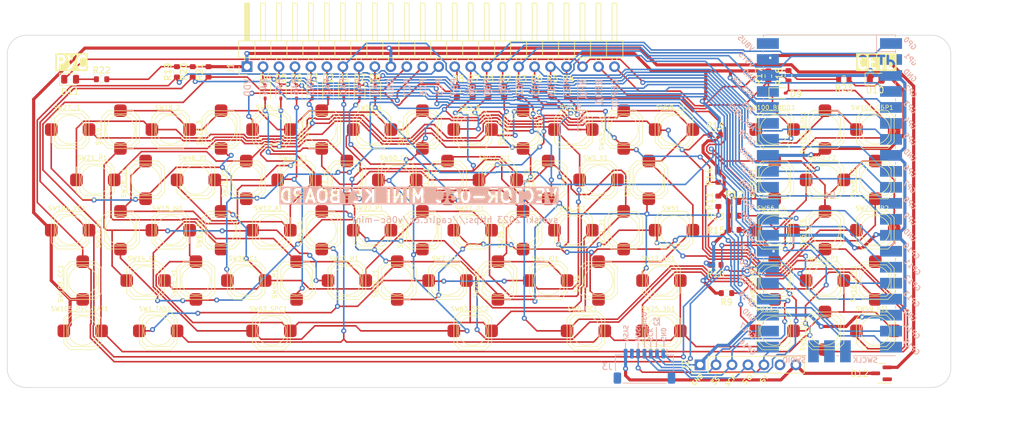
<source format=kicad_pcb>
(kicad_pcb (version 20221018) (generator pcbnew)
  (layers (0 "F.Cu" signal) (31 "B.Cu" signal) (34 "B.Paste" user) (35 "F.Paste" user) (36 "B.SilkS" user "B.Silkscreen") (37 "F.SilkS" user "F.Silkscreen") (38 "B.Mask" user) (39 "F.Mask" user) (44 "Edge.Cuts" user))
  (net 0 "")
  (net 1 "/PA0")
  (net 2 "/COL0")
  (net 3 "/PA2")
  (net 4 "/COL2")
  (net 5 "/PA3")
  (net 6 "/COL3")
  (net 7 "/PA4")
  (net 8 "/COL4")
  (net 9 "/PA5")
  (net 10 "/COL5")
  (net 11 "/PA6")
  (net 12 "/COL6")
  (net 13 "/PA7")
  (net 14 "/COL7")
  (net 15 "/PA1")
  (net 16 "/COL1")
  (net 17 "/ВВОД")
  (net 18 "/СБРОС")
  (net 19 "GND")
  (net 20 "Net-(D10-A)")
  (net 21 "/~{ИНД \"РУС\"}")
  (net 22 "Net-(D11-A)")
  (net 23 "/VDD")
  (net 24 "/PC7")
  (net 25 "/PC6")
  (net 26 "/PC5")
  (net 27 "/PB7")
  (net 28 "/PB6")
  (net 29 "/PB0")
  (net 30 "/PB1")
  (net 31 "/PB2")
  (net 32 "/PB5")
  (net 33 "/PB4")
  (net 34 "/PB3")
  (net 35 "/ROW0")
  (net 36 "/ROW1")
  (net 37 "/ROW2")
  (net 38 "/ROW3")
  (net 39 "/ROW4")
  (net 40 "/ROW5")
  (net 41 "/ROW6")
  (net 42 "/ROW7")
  (net 43 "Net-(SW100_ВВОД1-Pad2)")
  (net 44 "/MOSI")
  (net 45 "/~{CS}")
  (net 46 "/SCK")
  (net 47 "/MISO")
  (net 57 "/VSYS")
  (net 59 "/VSYSx")
  (footprint "SKPM_Alps:SKPM" (layer "F.Cu") (at 132 100)
    (fp_text reference "SW34_4")
    (fp_text value "SKPMAME010")
  )
  (footprint "SKPM_Alps:SKPM" (layer "F.Cu") (at 136 124 90)
    (fp_text reference "SW45_М1")
    (fp_text value "SKPMAME010")
  )
  (footprint "SKPM_Alps:SKPM" (layer "F.Cu") (at 148 100)
    (fp_text reference "SW50_6")
    (fp_text value "SKPMAME010")
  )
  (footprint "Resistor_SMD:R_0603_1608Metric" (layer "F.Cu") (at 122 90.825 90)
    (fp_text reference "R21")
    (fp_text value "10K")
  )
  (footprint "Resistor_SMD:R_0603_1608Metric" (layer "F.Cu") (at 211 91.5 90)
    (fp_text reference "R17")
    (fp_text value "1K")
  )
  (footprint "Resistor_SMD:R_0603_1608Metric" (layer "F.Cu") (at 203.05 107.55 90)
    (fp_text reference "R14")
    (fp_text value "10K")
  )
  (footprint "Resistor_SMD:R_0603_1608Metric" (layer "F.Cu") (at 166.5 94 -90)
    (fp_text reference "R1")
    (fp_text value "2K")
  )
  (footprint "Resistor_SMD:R_0603_1608Metric" (layer "F.Cu") (at 205.45 111.5 180)
    (fp_text reference "R12")
    (fp_text value "10K")
  )
  (footprint "Resistor_SMD:R_0603_1608Metric" (layer "F.Cu") (at 171.5 94 -90)
    (fp_text reference "R3")
    (fp_text value "2K")
  )
  (footprint "SKPM_Alps:SKPM" (layer "F.Cu") (at 194 124)
    (fp_text reference "SW17_ВК1")
    (fp_text value "SKPMAME010")
  )
  (footprint "Resistor_SMD:R_0603_1608Metric" (layer "F.Cu") (at 179 94 -90)
    (fp_text reference "R4")
    (fp_text value "2K")
  )
  (footprint "SKPM_Alps:SKPM" (layer "F.Cu") (at 172 116 90)
    (fp_text reference "SW36_Д1")
    (fp_text value "SKPMAME010")
  )
  (footprint "Diode_SMD:D_SOD-323" (layer "F.Cu") (at 141 94 -90)
    (fp_text reference "D2")
    (fp_text value "1N4148WS")
  )
  (footprint "Connector_PinHeader_2.54mm:PinHeader_1x07_P2.54mm_Vertical" (layer "F.Cu") (at 200.14 137.4 90)
    (fp_text reference "J2")
    (fp_text value "SH1.0-7")
  )
  (footprint "SKPM_Alps:SKPM" (layer "F.Cu") (at 160 108 90)
    (fp_text reference "SW31_Ш1")
    (fp_text value "SKPMAME010")
  )
  (footprint "SKPM_Alps:SKPM" (layer "F.Cu") (at 220 108)
    (fp_text reference "SW40_F2")
    (fp_text value "SKPMAME010")
  )
  (footprint "SKPM_Alps:SKPM" (layer "F.Cu") (at 100 116)
    (fp_text reference "SW104_УС1")
    (fp_text value "SKPMAME010")
  )
  (footprint "SKPM_Alps:SKPM" (layer "F.Cu") (at 196 116)
    (fp_text reference "SW51")
    (fp_text value "SKPMAME010")
  )
  (footprint "SKPM_Alps:SKPM" (layer "F.Cu") (at 144 124)
    (fp_text reference "SW13_И1")
    (fp_text value "SKPMAME010")
  )
  (footprint "SKPM_Alps:SKPM" (layer "F.Cu") (at 112 124)
    (fp_text reference "SW14_Я1")
    (fp_text value "SKPMAME010")
  )
  (footprint "SKPM_Alps:SKPM" (layer "F.Cu") (at 228 100)
    (fp_text reference "SW101_СБР1")
    (fp_text value "SKPMAME010")
  )
  (footprint "LED_SMD:LED_0805_2012Metric" (layer "F.Cu") (at 228.0625 92)
    (fp_text reference "D10")
    (fp_text value "POWER")
  )
  (footprint "SKPM_Alps:SKPM" (layer "F.Cu") (at 116 116)
    (fp_text reference "SW15_Ы1")
    (fp_text value "SKPMAME010")
  )
  (footprint "MountingHole:MountingHole_3.2mm_M3" (layer "F.Cu") (at 94 137)
    (fp_text reference "H3" hide)
    (fp_text value "MountingHole")
  )
  (footprint "SKPM_Alps:SKPM" (layer "F.Cu") (at 212 108 90)
    (fp_text reference "SW32_F1")
    (fp_text value "SKPMAME010")
  )
  (footprint "SKPM_Alps:SKPM" (layer "F.Cu") (at 220 132 90)
    (fp_text reference "SW57_DN1")
    (fp_text value "SKPMAME010")
  )
  (footprint "SKPM_Alps:SKPM" (layer "F.Cu") (at 136 108)
    (fp_text reference "SW44_E1")
    (fp_text value "SKPMAME010")
  )
  (footprint "SKPM_Alps:SKPM" (layer "F.Cu") (at 108 116 90)
    (fp_text reference "SW52_Ф1")
    (fp_text value "SKPMAME010")
  )
  (footprint "SKPM_Alps:SKPM" (layer "F.Cu") (at 196 100)
    (fp_text reference "SW59_/1")
    (fp_text value "SKPMAME010")
  )
  (footprint "SKPM_Alps:SKPM" (layer "F.Cu") (at 160 124)
    (fp_text reference "SW7_Ь1")
    (fp_text value "SKPMAME010")
  )
  (footprint "Diode_SMD:D_SOD-323" (layer "F.Cu") (at 133.5 94 -90)
    (fp_text reference "D5")
    (fp_text value "1N4148WS")
  )
  (footprint "SKPM_Alps:SKPM" (layer "F.Cu") (at 228 116)
    (fp_text reference "SW24_AP2")
    (fp_text value "SKPMAME010")
  )
  (footprint "Resistor_SMD:R_0603_1608Metric" (layer "F.Cu") (at 202.55 100.85)
    (fp_text reference "R16")
    (fp_text value "10K")
  )
  (footprint "SKPM_Alps:SKPM" (layer "F.Cu") (at 228 132)
    (fp_text reference "SW49_RT1")
    (fp_text value "SKPMAME010")
  )
  (footprint "SKPM_Alps:SKPM" (layer "F.Cu") (at 124 100 90)
    (fp_text reference "SW26_3")
    (fp_text value "SKPMAME010")
  )
  (footprint "SKPM_Alps:SKPM" (layer "F.Cu") (at 120 124 90)
    (fp_text reference "SW55_Ч1")
    (fp_text value "SKPMAME010")
  )
  (footprint "SKPM_Alps:SKPM" (layer "F.Cu") (at 188 116 90)
    (fp_text reference "SW39_Э1")
    (fp_text value "SKPMAME010")
  )
  (footprint "SKPM_Alps:SKPM" (layer "F.Cu") (at 156 100 90)
    (fp_text reference "SW58_7")
    (fp_text value "SKPMAME010")
  )
  (footprint "SKPM_Alps:SKPM" (layer "F.Cu") (at 180 116)
    (fp_text reference "SW54_Ж1")
    (fp_text value "SKPMAME010")
  )
  (footprint "SKPM_Alps:SKPM" (layer "F.Cu") (at 164 100)
    (fp_text reference "SW3_8")
    (fp_text value "SKPMAME010")
  )
  (footprint "SKPM_Alps:SKPM" (layer "F.Cu") (at 168 124 90)
    (fp_text reference "SW20_Б1")
    (fp_text value "SKPMAME010")
  )
  (footprint "SKPM_Alps:SKPM" (layer "F.Cu") (at 172 100 90)
    (fp_text reference "SW11_9")
    (fp_text value "SKPMAME010")
  )
  (footprint "SKPM_Alps:SKPM" (layer "F.Cu") (at 220 116 90)
    (fp_text reference "SW64_F5")
    (fp_text value "SKPMAME010")
  )
  (footprint "SKPM_Alps:SKPM" (layer "F.Cu") (at 102 124 90)
    (fp_text reference "SW103_СС1")
    (fp_text value "SKPMAME010")
  )
  (footprint "SKPM_Alps:SKPM" (layer "F.Cu") (at 212 116)
    (fp_text reference "SW56_F4")
    (fp_text value "SKPMAME010")
  )
  (footprint "SKPM_Alps:SKPM" (layer "F.Cu") (at 102 132)
    (fp_text reference "SW105_РУС/LAT1")
    (fp_text value "SKPMAME010")
  )
  (footprint "SKPM_Alps:SKPM" (layer "F.Cu") (at 168 108)
    (fp_text reference "SW47_Щ1")
    (fp_text value "SKPMAME010")
  )
  (footprint "SKPM_Alps:SKPM" (layer "F.Cu") (at 128 124)
    (fp_text reference "SW30_С1")
    (fp_text value "SKPMAME010")
  )
  (footprint "SKPM_Alps:SKPM" (layer "F.Cu") (at 148 116)
    (fp_text reference "SW22_Р1")
    (fp_text value "SKPMAME010")
  )
  (footprint "SKPM_Alps:SKPM" (layer "F.Cu") (at 140 100 90)
    (fp_text reference "SW42_5")
    (fp_text value "SKPMAME010")
  )
  (footprint "LED_SMD:LED_0805_2012Metric" (layer "F.Cu") (at 100 92)
    (fp_text reference "D11")
    (fp_text value "РУС/LAT")
  )
  (footprint "Package_TO_SOT_SMD:SOT-23" (layer "F.Cu") (at 228.9625 138.75 180)
    (fp_text reference "D12")
    (fp_text value "BAT54S")
  )
  (footprint "Resistor_SMD:R_0603_1608Metric" (layer "F.Cu") (at 174 94 -90)
    (fp_text reference "R6")
    (fp_text value "2K")
  )
  (footprint "Resistor_SMD:R_0603_1608Metric" (layer "F.Cu") (at 223 92 180)
    (fp_text reference "R23")
    (fp_text value "470")
  )
  (footprint "SKPM_Alps:SKPM" (layer "F.Cu") (at 108 100 90)
    (fp_text reference "SW10_1")
    (fp_text value "SKPMAME010")
  )
  (footprint "SKPM_Alps:SKPM" (layer "F.Cu") (at 114 132)
    (fp_text reference "SW1_ТАБ1")
    (fp_text value "SKPMAME010")
  )
  (footprint "SKPM_Alps:SKPM" (layer "F.Cu") (at 164 116)
    (fp_text reference "SW37_Л1")
    (fp_text value "SKPMAME010")
  )
  (footprint "SKPM_Alps:SKPM" (layer "F.Cu") (at 184 108)
    (fp_text reference "SW5_Х1")
    (fp_text value "SKPMAME010")
  )
  (footprint "SKPM_Alps:SKPM" (layer "F.Cu") (at 228 124 90)
    (fp_text reference "SW16_СТР1")
    (fp_text value "SKPMAME010")
  )
  (footprint "Diode_SMD:D_SOD-323" (layer "F.Cu") (at 212.7 94.2)
    (fp_text reference "D9")
    (fp_text value "1N4148WS")
  )
  (footprint "Resistor_SMD:R_0603_1608Metric" (layer "F.Cu") (at 214.2 91.45 90)
    (fp_text reference "R18")
    (fp_text value "1K")
  )
  (footprint "Resistor_SMD:R_0603_1608Metric" (layer "F.Cu") (at 161.5 94 -90)
    (fp_text reference "R8")
    (fp_text value "2K")
  )
  (footprint "Resistor_SMD:R_0603_1608Metric" (layer "F.Cu") (at 202.65 121.5 180)
    (fp_text reference "R10")
    (fp_text value "10K")
  )
  (footprint "SKPM_Alps:SKPM" (layer "F.Cu") (at 152 124 90)
    (fp_text reference "SW38_Т1")
    (fp_text value "SKPMAME010")
  )
  (footprint "SKPM_Alps:SKPM" (layer "F.Cu") (at 228 108 90)
    (fp_text reference "SW48_F3")
    (fp_text value "SKPMAME010")
  )
  (footprint "Resistor_SMD:R_0603_1608Metric" (layer "F.Cu") (at 176.5 94 -90)
    (fp_text reference "R5")
    (fp_text value "2K")
  )
  (footprint "Resistor_SMD:R_0603_1608Metric" (layer "F.Cu") (at 105 92)
    (fp_text reference "R22")
    (fp_text value "470")
  )
  (footprint "MountingHole:MountingHole_3.2mm_M3" (layer "F.Cu") (at 236 137)
    (fp_text reference "H4" hide)
    (fp_text value "MountingHole")
  )
  (footprint "SKPM_Alps:SKPM" (layer "F.Cu") (at 132 116)
    (fp_text reference "SW12_А1")
    (fp_text value "SKPMAME010")
  )
  (footprint "Resistor_SMD:R_0603_1608Metric" (layer "F.Cu") (at 116.98 90.825 90)
    (fp_text reference "R19")
    (fp_text value "10K")
  )
  (footprint "SKPM_Alps:SKPM" (layer "F.Cu") (at 176 124)
    (fp_text reference "SW4_Ю1")
    (fp_text value "SKPMAME010")
  )
  (footprint "Resistor_SMD:R_0603_1608Metric" (layer "F.Cu") (at 203.05 111.4 90)
    (fp_text reference "R11")
    (fp_text value "10K")
  )
  (footprint "SKPM_Alps:SKPM" (layer "F.Cu") (at 116 100)
    (fp_text reference "SW18_2")
    (fp_text value "SKPMAME010")
  )
  (footprint "Resistor_SMD:R_0603_1608Metric" (layer "F.Cu") (at 204.35 126 180)
    (fp_text reference "R9")
    (fp_text value "10K")
  )
  (footprint "SKPM_Alps:SKPM" (layer "F.Cu") (at 132 132)
    (fp_text reference "SW63_SPC1")
    (fp_text value "SKPMAME010")
  )
  (footprint "Resistor_SMD:R_0603_1608Metric" (layer "F.Cu") (at 205.5 113.7 180)
    (fp_text reference "R13")
    (fp_text value "10K")
  )
  (footprint "SKPM_Alps:SKPM" (layer "F.Cu") (at 156 116 90)
    (fp_text reference "SW61_О1")
    (fp_text value "SKPMAME010")
  )
  (footprint "Connector_PinHeader_2.54mm:PinHeader_1x24_P2.54mm_Horizontal" (layer "F.Cu") (at 128.12 90 90)
    (fp_text reference "J1")
    (fp_text value "Conn_01x24")
  )
  (footprint "SKPM_Alps:SKPM" (layer "F.Cu") (at 144 108 90)
    (fp_text reference "SW53_Н1")
    (fp_text value "SKPMAME010")
  )
  (footprint "SKPM_Alps:SKPM" (layer "F.Cu") (at 124 116 90)
    (fp_text reference "SW62_В1")
    (fp_text value "SKPMAME010")
  )
  (footprint "SKPM_Alps:SKPM" (layer "F.Cu") (at 212 124 90)
    (fp_text reference "SW8_HOME1")
    (fp_text value "SKPMAME010")
  )
  (footprint "SKPM_Alps:SKPM" (layer "F.Cu") (at 112 108 90)
    (fp_text reference "SW28_Ц1")
    (fp_text value "SKPMAME010")
  )
  (footprint "MountingHole:MountingHole_3.2mm_M3" (layer "F.Cu") (at 94 89)
    (fp_text reference "H2" hide)
    (fp_text value "MountingHole")
  )
  (footprint "SKPM_Alps:SKPM" (layer "F.Cu") (at 182 132)
    (fp_text reference "SW9_ПС1")
    (fp_text value "SKPMAME010")
  )
  (footprint "Diode_SMD:D_SOD-323" (layer "F.Cu") (at 131 94 -90)
    (fp_text reference "D4")
    (fp_text value "1N4148WS")
  )
  (footprint "SKPM_Alps:SKPM" (layer "F.Cu") (at 184 124 90)
    (fp_text reference "SW35")
    (fp_text value "SKPMAME010")
  )
  (footprint "SKPM_Alps:SKPM" (layer "F.Cu") (at 128 108 90)
    (fp_text reference "SW29_К1")
    (fp_text value "SKPMAME010")
  )
  (footprint "Resistor_SMD:R_0603_1608Metric" (layer "F.Cu") (at 119.49 90.825 90)
    (fp_text reference "R20")
    (fp_text value "10K")
  )
  (footprint "MountingHole:MountingHole_3.2mm_M3" (layer "F.Cu") (at 236 89)
    (fp_text reference "H1" hide)
    (fp_text value "MountingHole")
  )
  (footprint "Resistor_SMD:R_0603_1608Metric" (layer "F.Cu") (at 164 94 -90)
    (fp_text reference "R7")
    (fp_text value "2K")
  )
  (footprint "SKPM_Alps:SKPM" (layer "F.Cu") (at 140 116 90)
    (fp_text reference "SW6_П1")
    (fp_text value "SKPMAME010")
  )
  (footprint "SKPM_Alps:SKPM" (layer "F.Cu") (at 188 100 90)
    (fp_text reference "SW43_-=1")
    (fp_text value "SKPMAME010")
  )
  (footprint "Resistor_SMD:R_0603_1608Metric" (layer "F.Cu") (at 169 94 -90)
    (fp_text reference "R2")
    (fp_text value "2K")
  )
  (footprint "SKPM_Alps:SKPM" (layer "F.Cu") (at 164 132)
    (fp_text reference "SW63_SPC2")
    (fp_text value "SKPMAME010")
  )
  (footprint "SKPM_Alps:SKPM" (layer "F.Cu") (at 194 132)
    (fp_text reference "SW25_ЗБ1")
    (fp_text value "SKPMAME010")
  )
  (footprint "Diode_SMD:D_SOD-323" (layer "F.Cu") (at 138.5 94 -90)
    (fp_text reference "D3")
    (fp_text value "1N4148WS")
  )
  (footprint "Resistor_SMD:R_0603_1608Metric" (layer "F.Cu") (at 205.525 115.95 180)
    (fp_text reference "R15")
    (fp_text value "10K")
  )
  (footprint "Diode_SMD:D_SOD-323" (layer "F.Cu") (at 136 94 -90)
    (fp_text reference "D6")
    (fp_text value "1N4148WS")
  )
  (footprint "Diode_SMD:D_SOD-323" (layer "F.Cu") (at 146 94 -90)
    (fp_text reference "D7")
    (fp_text value "1N4148WS")
  )
  (footprint "SKPM_Alps:SKPM" (layer "F.Cu") (at 220 100 90)
    (fp_text reference "SW102_БЛК1")
    (fp_text value "SKPMAME010")
  )
  (footprint "SKPM_Alps:SKPM" (layer "F.Cu") (at 180 100)
    (fp_text reference "SW2_0")
    (fp_text value "SKPMAME010")
  )
  (footprint "SKPM_Alps:SKPM" (layer "F.Cu") (at 152 108)
    (fp_text reference "SW60_Г1")
    (fp_text value "SKPMAME010")
  )
  (footprint "SKPM_Alps:SKPM" (layer "F.Cu") (at 212 100)
    (fp_text reference "SW100_ВВОД1")
    (fp_text value "SKPMAME010")
  )
  (footprint "SKPM_Alps:SKPM" (layer "F.Cu") (at 104 108)
    (fp_text reference "SW21_Й1")
    (fp_text value "SKPMAME010")
  )
  (footprint "SKPM_Alps:SKPM" (layer "F.Cu") (at 100 100)
    (fp_text reference "SW27_;1")
    (fp_text value "SKPMAME010")
  )
  (footprint "Diode_SMD:D_SOD-323" (layer "F.Cu") (at 148.5 94 -90)
    (fp_text reference "D8")
    (fp_text value "1N4148WS")
  )
  (footprint "SKPM_Alps:SKPM" (layer "F.Cu") (at 220 124)
    (fp_text reference "SW41_UP1")
    (fp_text value "SKPMAME010")
  )
  (footprint "SKPM_Alps:SKPM" (layer "F.Cu") (at 212 132)
    (fp_text reference "SW33_LT1")
    (fp_text value "SKPMAME010")
  )
  (footprint "MountingHole:MountingHole_3.2mm_M3" (layer "F.Cu") (at 204 131)
    (fp_text reference "H5" hide)
    (fp_text value "MountingHole")
  )
  (footprint "Diode_SMD:D_SOD-323" (layer "F.Cu") (at 143.5 93.95 -90)
    (fp_text reference "D1")
    (fp_text value "1N4148WS")
  )
  (footprint "SKPM_Alps:SKPM" (layer "F.Cu") (at 120 108)
    (fp_text reference "SW46_У1")
    (fp_text value "SKPMAME010")
  )
  (footprint "SKPM_Alps:SKPM" (layer "F.Cu") (at 192 108 90)
    (fp_text reference "SW19_:1")
    (fp_text value "SKPMAME010")
  )
  (footprint "SKPM_Alps:SKPM" (layer "F.Cu") (at 176 108 90)
    (fp_text reference "SW23_З1")
    (fp_text value "SKPMAME010")
  )
  (footprint "MCU_RaspberryPi_and_Boards:RPi_Pico_SMD_TH" (layer "B.Cu") (at 220.71 110.45 180)
    (fp_text reference "U1")
    (fp_text value "Pico")
  )
  (footprint "Connector_JST:JST_SH_SM07B-SRSS-TB_1x07-1MP_P1.00mm_Horizontal" (layer "B.Cu") (at 191.3 137.625 180)
    (fp_text reference "J3")
    (fp_text value "SH1.0-7")
  )
  (gr_line (start 190.3 133.9) (end 190.3 134.8) (stroke (width 0.15)) (layer "B.SilkS"))
  (gr_line (start 194.4 133.7) (end 194.4 134.5) (stroke (width 0.15)) (layer "B.SilkS"))
  (gr_line (start 193.2 131.4) (end 193.2 134.6) (stroke (width 0.15)) (layer "B.SilkS"))
  (gr_line (start 188.3 133.9) (end 188.3 134.8) (stroke (width 0.15)) (layer "B.SilkS"))
  (gr_line (start 191.3 131.7) (end 191.3 134.6) (stroke (width 0.15)) (layer "B.SilkS"))
  (gr_line (start 192.3 133.8) (end 192.3 134.6) (stroke (width 0.15)) (layer "B.SilkS"))
  (gr_arc (start 90 88) (mid 90.87868 85.87868) (end 93 85) (stroke (width 0.1)) (layer "Edge.Cuts"))
  (gr_arc (start 237 85) (mid 239.12132 85.87868) (end 240 88) (stroke (width 0.1)) (layer "Edge.Cuts"))
  (gr_arc (start 93 141) (mid 90.87868 140.12132) (end 90 138) (stroke (width 0.1)) (layer "Edge.Cuts"))
  (gr_line (start 240 88) (end 240 138) (stroke (width 0.1)) (layer "Edge.Cuts"))
  (gr_line (start 90 138) (end 90 88) (stroke (width 0.1)) (layer "Edge.Cuts"))
  (gr_line (start 93 85) (end 237 85) (stroke (width 0.1)) (layer "Edge.Cuts"))
  (gr_line (start 237 141) (end 93 141) (stroke (width 0.1)) (layer "Edge.Cuts"))
  (gr_arc (start 240 138) (mid 239.12132 140.12132) (end 237 141) (stroke (width 0.1)) (layer "Edge.Cuts"))
  (gr_text "PB2" (at 171.958 91.694 90) (layer "B.SilkS") (effects (font (size 1 1)) (justify left bottom mirror)))
  (gr_text "СБРОС" (at 187.198 91.821 90) (layer "B.SilkS") (effects (font (size 1 1)) (justify left bottom mirror)))
  (gr_text "PA5" (at 133.858 91.694 90) (layer "B.SilkS") (effects (font (size 1 1)) (justify left bottom mirror)))
  (gr_text "PA1" (at 149.098 91.694 90) (layer "B.SilkS") (effects (font (size 1 1)) (justify left bottom mirror)))
  (gr_text "MOSI" (at 189.8 133.8 270) (layer "B.SilkS") (effects (font (size 0.7 0.7)) (justify left bottom mirror)))
  (gr_text "ВВОД" (at 184.658 91.821 90) (layer "B.SilkS") (effects (font (size 1 1)) (justify left bottom mirror)))
  (gr_text "PB4" (at 177.038 91.821 90) (layer "B.SilkS") (effects (font (size 1 1)) (justify left bottom mirror)))
  (gr_text "SCK" (at 191.8 133.7 270) (layer "B.SilkS") (effects (font (size 0.7 0.7)) (justify left bottom mirror)))
  (gr_text "VECTOR-06C MINI KEYBOARD" (at 177.673 111.76) (layer "B.SilkS" knockout) (effects (font (size 2 2) (thickness 0.4) bold) (justify left bottom mirror)))
  (gr_text "MISO" (at 190.8 131.6 270) (layer "B.SilkS") (effects (font (size 0.7 0.7)) (justify left bottom mirror)))
  (gr_text "PB5" (at 174.498 91.694 90) (layer "B.SilkS") (effects (font (size 1 1)) (justify left bottom mirror)))
  (gr_text "~{ИНД {dblquote}РУС{dblquote}}" (at 182.118 91.821 90) (layer "B.SilkS") (effects (font (size 1 1)) (justify left bottom mirror)))
  (gr_text "PA4" (at 131.445 91.694 90) (layer "B.SilkS") (effects (font (size 1 1)) (justify left bottom mirror)))
  (gr_text "PC6" (at 156.718 91.694 90) (layer "B.SilkS") (effects (font (size 1 1)) (justify left bottom mirror)))
  (gr_text "PB3" (at 179.578 91.821 90) (layer "B.SilkS") (effects (font (size 1 1)) (justify left bottom mirror)))
  (gr_text "PB6" (at 164.338 91.694 90) (layer "B.SilkS") (effects (font (size 1 1)) (justify left bottom mirror)))
  (gr_text "PA0" (at 144.018 91.694 90) (layer "B.SilkS") (effects (font (size 1 1)) (justify left bottom mirror)))
  (gr_text "PC5" (at 159.258 91.694 90) (layer "B.SilkS") (effects (font (size 1 1)) (justify left bottom mirror)))
  (gr_text "PA2" (at 141.478 91.694 90) (layer "B.SilkS") (effects (font (size 1 1)) (justify left bottom mirror)))
  (gr_text "PA7" (at 146.431 91.694 90) (layer "B.SilkS") (effects (font (size 1 1)) (justify left bottom mirror)))
  (gr_text "PC7" (at 154.178 91.694 90) (layer "B.SilkS") (effects (font (size 1 1)) (justify left bottom mirror)))
  (gr_text "svofski 2023 https://caglrc.cc/v06c-mini" (at 177.673 114.935) (layer "B.SilkS") (effects (font (size 1 1)) (justify left bottom mirror)))
  (gr_text "PB0" (at 166.878 91.694 90) (layer "B.SilkS") (effects (font (size 1 1)) (justify left bottom mirror)))
  (gr_text "~{CS}" (at 192.7 131.3 270) (layer "B.SilkS") (effects (font (size 0.7 0.7)) (justify left bottom mirror)))
  (gr_text "PB1" (at 169.291 91.694 90) (layer "B.SilkS") (effects (font (size 1 1)) (justify left bottom mirror)))
  (gr_text "PA3" (at 138.811 91.694 90) (layer "B.SilkS") (effects (font (size 1 1)) (justify left bottom mirror)))
  (gr_text "GND" (at 193.9 133.7 -90) (layer "B.SilkS") (effects (font (size 0.7 0.7)) (justify left bottom mirror)))
  (gr_text "PA6" (at 136.398 91.694 90) (layer "B.SilkS") (effects (font (size 1 1)) (justify left bottom mirror)))
  (gr_text "VDD" (at 128.778 91.821 90) (layer "B.SilkS") (effects (font (size 1 1)) (justify left bottom mirror)))
  (gr_text "GND" (at 151.511 91.694 90) (layer "B.SilkS") (effects (font (size 1 1)) (justify left bottom mirror)))
  (gr_text "VSYS" (at 187.9 133.7 270) (layer "B.SilkS") (effects (font (size 0.7 0.7)) (justify left bottom mirror)))
  (gr_text "PB7" (at 161.671 91.694 90) (layer "B.SilkS") (effects (font (size 1 1)) (justify left bottom mirror)))
  (gr_text "СЕТЬ" (at 224.79 90.551) (layer "F.SilkS" knockout) (effects (font (size 2 1.7) (thickness 0.4) bold) (justify left bottom)))
  (gr_text "GND" (at 199.2 140.9 45) (layer "F.SilkS") (effects (font (size 0.7 0.7)) (justify left bottom)))
  (gr_text "SCK" (at 204.5 141 45) (layer "F.SilkS") (effects (font (size 0.7 0.7)) (justify left bottom)))
  (gr_text "~{SS}" (at 202.4 140.8 45) (layer "F.SilkS") (effects (font (size 0.7 0.7)) (justify left bottom)))
  (gr_text "РУС" (at 97.409 90.551) (layer "F.SilkS" knockout) (effects (font (size 2 1.7) (thickness 0.4) bold) (justify left bottom)))
  (gr_text "SO" (at 207.2 140.8 45) (layer "F.SilkS") (effects (font (size 0.7 1)) (justify left bottom)))
  (gr_text "SI" (at 210 140.6 45) (layer "F.SilkS") (effects (font (size 0.7 1)) (justify left bottom)))
  (segment (start 143.36 92.76) (end 143.5 92.9) (width 0.25) (layer "F.Cu") (net 1))
  (segment (start 143.36 90) (end 143.36 92.76) (width 0.25) (layer "F.Cu") (net 1))
  (segment (start 163.304772 92.65) (end 163.204772 92.55) (width 0.25) (layer "B.Cu") (net 1))
  (segment (start 180.152285 92.975) (end 177.929772 92.975) (width 0.25) (layer "B.Cu") (net 1))
  (segment (start 177.568376 92.95) (end 177.518376 92.9) (width 0.25) (layer "B.Cu") (net 1))
  (segment (start 173.404772 92.55) (end 169.595228 92.55) (width 0.25) (layer "B.Cu") (net 1))
  (segment (start 177.204772 92.85) (end 173.704772 92.85) (width 0.25) (layer "B.Cu") (net 1))
  (segment (start 201.104416 91.8) (end 188.81802 91.8) (width 0.25) (layer "B.Cu") (net 1))
  (segment (start 177.518376 92.9) (end 177.254772 92.9) (width 0.25) (layer "B.Cu") (net 1))
  (segment (start 156.6 86.3) (end 147.06 86.3) (width 0.25) (layer "B.Cu") (net 1))
  (segment (start 187.91802 92.7) (end 180.427285 92.7) (width 0.25) (layer "B.Cu") (net 1))
  (segment (start 206.363604 105.154416) (end 206.363604 97.059188) (width 0.25) (layer "B.Cu") (net 1))
  (segment (start 147.06 86.3) (end 143.36 90) (width 0.25) (layer "B.Cu") (net 1))
  (segment (start 161.838299 92.55) (end 159.775 90.486701) (width 0.25) (layer "B.Cu") (net 1))
  (segment (start 169.595228 92.55) (end 169.495228 92.65) (width 0.25) (layer "B.Cu") (net 1))
  (segment (start 159.775 89.475) (end 156.6 86.3) (width 0.25) (layer "B.Cu") (net 1))
  (segment (start 173.704772 92.85) (end 173.404772 92.55) (width 0.25) (layer "B.Cu") (net 1))
  (segment (start 188.81802 91.8) (end 187.91802 92.7) (width 0.25) (layer "B.Cu") (net 1))
  (segment (start 177.904772 92.95) (end 177.568376 92.95) (width 0.25) (layer "B.Cu") (net 1))
  (segment (start 177.254772 92.9) (end 177.204772 92.85) (width 0.25) (layer "B.Cu") (net 1))
  (segment (start 169.495228 92.65) (end 163.304772 92.65) (width 0.25) (layer "B.Cu") (net 1))
  (segment (start 163.204772 92.55) (end 161.838299 92.55) (width 0.25) (layer "B.Cu") (net 1))
  (segment (start 180.427285 92.7) (end 180.152285 92.975) (width 0.25) (layer "B.Cu") (net 1))
  (segment (start 177.929772 92.975) (end 177.904772 92.95) (width 0.25) (layer "B.Cu") (net 1))
  (segment (start 229.6 111.72) (end 225.695 107.815) (width 0.25) (layer "B.Cu") (net 1))
  (segment (start 209.024188 107.815) (end 206.363604 105.154416) (width 0.25) (layer "B.Cu") (net 1))
  (segment (start 159.775 90.486701) (end 159.775 89.475) (width 0.25) (layer "B.Cu") (net 1))
  (segment (start 206.363604 97.059188) (end 201.104416 91.8) (width 0.25) (layer "B.Cu") (net 1))
  (segment (start 225.695 107.815) (end 209.024188 107.815) (width 0.25) (layer "B.Cu") (net 1))
  (segment (start 197 124) (end 197 132) (width 0.25) (layer "F.Cu") (net 2))
  (segment (start 143.5 132) (end 143.5 133.325) (width 0.25) (layer "F.Cu") (net 2))
  (segment (start 143.5 95) (end 143.5 96) (width 0.25) (layer "F.Cu") (net 2))
  (segment (start 215 132) (end 217 132) (width 0.25) (layer "F.Cu") (net 2))
  (segment (start 185 132) (end 183.225 133.775) (width 0.25) (layer "F.Cu") (net 2))
  (segment (start 197 132) (end 199.5 134.5) (width 0.25) (layer "F.Cu") (net 2))
  (segment (start 217 132) (end 220 129) (width 0.25) (layer "F.Cu") (net 2))
  (segment (start 212.5 134.5) (end 215 132) (width 0.25) (layer "F.Cu") (net 2))
  (segment (start 195.5 133.5) (end 197 132) (width 0.25) (layer "F.Cu") (net 2))
  (segment (start 186.5 133.5) (end 195.5 133.5) (width 0.25) (layer "F.Cu") (net 2))
  (segment (start 185 132) (end 186.5 133.5) (width 0.25) (layer "F.Cu") (net 2))
  (segment (start 143.95 133.775) (end 143.5 133.325) (width 0.25) (layer "F.Cu") (net 2))
  (segment (start 118.775 133.775) (end 117 132) (width 0.25) (layer "F.Cu") (net 2))
  (segment (start 223 129) (end 228 129) (width 0.25) (layer "F.Cu") (net 2))
  (segment (start 143.5 133.325) (end 143.05 133.775) (width 0.25) (layer "F.Cu") (net 2))
  (segment (start 183.225 133.775) (end 143.95 133.775) (width 0.25) (layer "F.Cu") (net 2))
  (segment (start 199.5 134.5) (end 212.5 134.5) (width 0.25) (layer "F.Cu") (net 2))
  (segment (start 223 124) (end 223 129) (width 0.25) (layer "F.Cu") (net 2))
  (segment (start 223 129) (end 220 129) (width 0.25) (layer "F.Cu") (net 2))
  (segment (start 228 129) (end 231 132) (width 0.25) (layer "F.Cu") (net 2))
  (segment (start 143.05 133.775) (end 118.775 133.775) (width 0.25) (layer "F.Cu") (net 2))
  (via (at 143.5 132) (size 0.8) (drill 0.4) (layers "F.Cu" "B.Cu") (net 2))
  (via (at 143.5 96) (size 0.8) (drill 0.4) (layers "F.Cu" "B.Cu") (net 2))
  (segment (start 143.5 96) (end 143.5 132) (width 0.25) (layer "B.Cu") (net 2))
  (segment (start 140.82 92.77) (end 141 92.95) (width 0.25) (layer "F.Cu") (net 3))
  (segment (start 140.82 92.3) (end 140.82 92.77) (width 0.25) (layer "F.Cu") (net 3))
  (segment (start 140.82 90) (end 140.82 92.3) (width 0.25) (layer "F.Cu") (net 3))
  (segment (start 140.844354 92.3) (end 141.244354 91.9) (width 0.25) (layer "F.Cu") (net 3))
  (segment (start 140.82 92.3) (end 140.844354 92.3) (width 0.25) (layer "F.Cu") (net 3))
  (via (at 141.244354 91.9) (size 0.8) (drill 0.4) (layers "F.Cu" "B.Cu") (net 3))
  (segment (start 177.53198 93.85) (end 177.55698 93.875) (width 0.25) (layer "B.Cu") (net 3))
  (segment (start 204.9 97.504772) (end 204.9 105.779188) (width 0.25) (layer "B.Cu") (net 3))
  (segment (start 173.03198 93.45) (end 173.33198 93.75) (width 0.25) (layer "B.Cu") (net 3))
  (segment (start 208.25 109.129188) (end 208.25 112.113604) (width 0.25) (layer "B.Cu") (net 3))
  (segment (start 203.541168 96.168376) (end 203.563604 96.168376) (width 0.25) (layer "B.Cu") (net 3))
  (segment (start 148.019773 92.158072) (end 149.993561 92.158072) (width 0.25) (layer "B.Cu") (net 3))
  (segment (start 223.155 112.895) (end 229.6 119.34) (width 0.25) (layer "B.Cu") (net 3))
  (segment (start 177.145584 93.8) (end 177.195584 93.85) (width 0.25) (layer "B.Cu") (net 3))
  (segment (start 204.9 105.779188) (end 208.25 109.129188) (width 0.25) (layer "B.Cu") (net 3))
  (segment (start 162.93198 93.55) (end 169.86802 93.55) (width 0.25) (layer "B.Cu") (net 3))
  (segment (start 177.55698 93.875) (end 194.652208 93.875) (width 0.25) (layer "B.Cu") (net 3))
  (segment (start 200.672792 93.3) (end 203.541168 96.168376) (width 0.25) (layer "B.Cu") (net 3))
  (segment (start 147.486701 91.625) (end 148.019773 92.158072) (width 0.25) (layer "B.Cu") (net 3))
  (segment (start 194.652208 93.875) (end 195.227208 93.3) (width 0.25) (layer "B.Cu") (net 3))
  (segment (start 150.051633 92.1) (end 159.643681 92.1) (width 0.25) (layer "B.Cu") (net 3))
  (segment (start 141.519354 91.625) (end 147.486701 91.625) (width 0.25) (layer "B.Cu") (net 3))
  (segment (start 176.88198 93.8) (end 177.145584 93.8) (width 0.25) (layer "B.Cu") (net 3))
  (segment (start 169.86802 93.55) (end 169.96802 93.45) (width 0.25) (layer "B.Cu") (net 3))
  (segment (start 203.563604 96.168376) (end 204.9 97.504772) (width 0.25) (layer "B.Cu") (net 3))
  (segment (start 176.83198 93.75) (end 176.88198 93.8) (width 0.25) (layer "B.Cu") (net 3))
  (segment (start 162.83198 93.45) (end 162.93198 93.55) (width 0.25) (layer "B.Cu") (net 3))
  (segment (start 159.643681 92.1) (end 160.993681 93.45) (width 0.25) (layer "B.Cu") (net 3))
  (segment (start 208.25 112.113604) (end 209.031396 112.895) (width 0.25) (layer "B.Cu") (net 3))
  (segment (start 177.195584 93.85) (end 177.53198 93.85) (width 0.25) (layer "B.Cu") (net 3))
  (segment (start 169.96802 93.45) (end 173.03198 93.45) (width 0.25) (layer "B.Cu") (net 3))
  (segment (start 209.031396 112.895) (end 223.155 112.895) (width 0.25) (layer "B.Cu") (net 3))
  (segment (start 160.993681 93.45) (end 162.83198 93.45) (width 0.25) (layer "B.Cu") (net 3))
  (segment (start 173.33198 93.75) (end 176.83198 93.75) (width 0.25) (layer "B.Cu") (net 3))
  (segment (start 195.227208 93.3) (end 200.672792 93.3) (width 0.25) (layer "B.Cu") (net 3))
  (segment (start 141.244354 91.9) (end 141.519354 91.625) (width 0.25) (layer "B.Cu") (net 3))
  (segment (start 149.993561 92.158072) (end 150.051633 92.1) (width 0.25) (layer "B.Cu") (net 3))
  (segment (start 179.21655 100) (end 183 100) (width 0.25) (layer "F.Cu") (net 4))
  (segment (start 138 97) (end 140 97) (width 0.25) (layer "F.Cu") (net 4))
  (segment (start 168.113299 97.7) (end 168.313299 97.9) (width 0.25) (layer "F.Cu") (net 4))
  (segment (start 119 100) (end 121 100) (width 0.25) (layer "F.Cu") (net 4))
  (segment (start 164.986396 98.55) (end 165.769588 97.766808) (width 0.25) (layer "F.Cu") (net 4))
  (segment (start 177.891808 98.675258) (end 179.21655 100) (width 0.25) (layer "F.Cu") (net 4))
  (segment (start 175.236615 98.843373) (end 175.304988 98.775) (width 0.25) (layer "F.Cu") (net 4))
  (segment (start 157.286396 98.286396) (end 160.35 98.286396) (width 0.25) (layer "F.Cu") (net 4))
  (segment (start 176.025 98.775) (end 176.124742 98.675258) (width 0.25) (layer "F.Cu") (net 4))
  (segment (start 168.313299 97.9) (end 168.339518 97.9) (width 0.25) (layer "F.Cu") (net 4))
  (segment (start 108 97) (end 116 97) (width 0.25) (layer "F.Cu") (net 4))
  (segment (start 160.613604 98.55) (end 164.986396 98.55) (width 0.25) (layer "F.Cu") (net 4))
  (segment (start 175.225792 98.843373) (end 175.236615 98.843373) (width 0.25) (layer "F.Cu") (net 4))
  (segment (start 141 95.05) (end 141 96) (width 0.25) (layer "F.Cu") (net 4))
  (segment (start 174.944165 99.125) (end 175.225792 98.843373) (width 0.25) (layer "F.Cu") (net 4))
  (segment (start 166.882363 97.761136) (end 166.91579 97.761136) (width 0.25) (layer "F.Cu") (net 4))
  (segment (start 140 97) (end 140.225 97.225) (width 0.25) (layer "F.Cu") (net 4))
  (segment (start 156 97) (end 157.286396 98.286396) (width 0.25) (layer "F.Cu") (net 4))
  (segment (start 153 100) (end 156 97) (width 0.25) (layer "F.Cu") (net 4))
  (segment (start 176.124742 98.675258) (end 177.891808 98.675258) (width 0.25) (layer "F.Cu") (net 4))
  (segment (start 140.225 97.225) (end 148.225 97.225) (width 0.25) (layer "F.Cu") (net 4))
  (segment (start 116 97) (end 119 100) (width 0.25) (layer "F.Cu") (net 4))
  (segment (start 141 96) (end 140 97) (width 0.25) (layer "F.Cu") (net 4))
  (segment (start 165.769588 97.766808) (end 166.876691 97.766808) (width 0.25) (layer "F.Cu") (net 4))
  (segment (start 135 100) (end 138 97) (width 0.25) (layer "F.Cu") (net 4))
  (segment (start 121 100) (end 124 97) (width 0.25) (layer "F.Cu") (net 4))
  (segment (start 132.974695 100) (end 135 100) (width 0.25) (layer "F.Cu") (net 4))
  (segment (start 175.304988 98.775) (end 176.025 98.775) (width 0.25) (layer "F.Cu") (net 4))
  (segment (start 169.564518 99.125) (end 174.944165 99.125) (width 0.25) (layer "F.Cu") (net 4))
  (segment (start 148.225 97.225) (end 151 100) (width 0.25) (layer "F.Cu") (net 4))
  (segment (start 129.974695 97) (end 132.974695 100) (width 0.25) (layer "F.Cu") (net 4))
  (segment (start 124 97) (end 129.974695 97) (width 0.25) (layer "F.Cu") (net 4))
  (segment (start 160.35 98.286396) (end 160.613604 98.55) (width 0.25) (layer "F.Cu") (net 4))
  (segment (start 168.339518 97.9) (end 169.564518 99.125) (width 0.25) (layer "F.Cu") (net 4))
  (segment (start 166.876691 97.766808) (end 166.882363 97.761136) (width 0.25) (layer "F.Cu") (net 4))
  (segment (start 151 100) (end 153 100) (width 0.25) (layer "F.Cu") (net 4))
  (segment (start 166.976926 97.7) (end 168.113299 97.7) (width 0.25) (layer "F.Cu") (net 4))
  (segment (start 166.91579 97.761136) (end 166.976926 97.7) (width 0.25) (layer "F.Cu") (net 4))
  (segment (start 138.28 90) (end 138.28 92) (width 0.25) (layer "F.Cu") (net 5))
  (segment (start 138.28 92) (end 138.28 92.73) (width 0.25) (layer "F.Cu") (net 5))
  (segment (start 138.8 92) (end 138.28 92) (width 0.25) (layer "F.Cu") (net 5))
  (segment (start 138.28 92.73) (end 138.5 92.95) (width 0.25) (layer "F.Cu") (net 5))
  (via (at 138.8 92) (size 0.8) (drill 0.4) (layers "F.Cu" "B.Cu") (net 5))
  (segment (start 145.662424 92.625) (end 146.212424 92.075) (width 0.25) (layer "B.Cu") (net 5))
  (segment (start 146.212424 92.075) (end 147.300305 92.075) (width 0.25) (layer "B.Cu") (net 5))
  (segment (start 177.009188 94.3) (end 177.345584 94.3) (width 0.25) (layer "B.Cu") (net 5))
  (segment (start 204.45 106.177208) (end 207.8 109.527208) (width 0.25) (layer "B.Cu") (net 5))
  (segment (start 176.695584 94.25) (end 176.959188 94.25) (width 0.25) (layer "B.Cu") (net 5))
  (segment (start 138.8 92) (end 139.425 92.625) (width 0.25) (layer "B.Cu") (net 5))
  (segment (start 162.645584 93.9) (end 162.745584 94) (width 0.25) (layer "B.Cu") (net 5))
  (segment (start 176.645584 94.2) (end 176.695584 94.25) (width 0.25) (layer "B.Cu") (net 5))
  (segment (start 139.425 92.625) (end 145.662424 92.625) (width 0.25) (layer "B.Cu") (net 5))
  (segment (start 204.45 97.691168) (end 204.45 105.5) (width 0.25) (layer "B.Cu") (net 5))
  (segment (start 147.725 92.552227) (end 147.780845 92.608072) (width 0.25) (layer "B.Cu") (net 5))
  (segment (start 170.154416 93.9) (end 172.845584 93.9) (width 0.25) (layer "B.Cu") (net 5))
  (segment (start 159.457285 92.55) (end 160.807285 93.9) (width 0.25) (layer "B.Cu") (net 5))
  (segment (start 207.8 109.527208) (end 207.8 114.227208) (width 0.25) (layer "B.Cu") (net 5))
  (segment (start 203.354772 96.618376) (end 203.377208 96.618376) (width 0.25) (layer "B.Cu") (net 5))
  (segment (start 150.179957 92.608072) (end 150.238029 92.55) (width 0.25) (layer "B.Cu") (net 5))
  (segment (start 203.377208 96.618376) (end 204.45 97.691168) (width 0.25) (layer "B.Cu") (net 5))
  (segment (start 201.061396 94.325) (end 203.354772 96.618376) (width 0.25) (layer "B.Cu") (net 5))
  (segment (start 172.845584 93.9) (end 173.145584 94.2) (width 0.25) (layer "B.Cu") (net 5))
  (segment (start 173.145584 94.2) (end 176.645584 94.2) (width 0.25) (layer "B.Cu") (net 5))
  (segment (start 147.725 92.499695) (end 147.725 92.552227) (width 0.25) (layer "B.Cu") (net 5))
  (segment (start 209.007792 115.435) (end 223.155 115.435) (width 0.25) (layer "B.Cu") (net 5))
  (segment (start 170.054416 94) (end 170.154416 93.9) (width 0.25) (layer "B.Cu") (net 5))
  (segment (start 147.300305 92.075) (end 147.725 92.499695) (width 0.25) (layer "B.Cu") (net 5))
  (segment (start 147.780845 92.608072) (end 150.179957 92.608072) (width 0.25) (layer "B.Cu") (net 5))
  (segment (start 160.807285 93.9) (end 162.645584 93.9) (width 0.25) (layer "B.Cu") (net 5))
  (segment (start 223.155 115.435) (end 229.6 121.88) (width 0.25) (layer "B.Cu") (net 5))
  (segment (start 207.8 114.227208) (end 209.007792 115.435) (width 0.25) (layer "B.Cu") (net 5))
  (segment (start 176.959188 94.25) (end 177.009188 94.3) (width 0.25) (layer "B.Cu") (net 5))
  (segment (start 177.345584 94.3) (end 177.370584 94.325) (width 0.25) (layer "B.Cu") (net 5))
  (segment (start 162.745584 94) (end 170.054416 94) (width 0.25) (layer "B.Cu") (net 5))
  (segment (start 150.238029 92.55) (end 159.457285 92.55) (width 0.25) (layer "B.Cu") (net 5))
  (segment (start 177.370584 94.325) (end 201.061396 94.325) (width 0.25) (layer "B.Cu") (net 5))
  (segment (start 204.45 105.5) (end 204.45 106.177208) (width 0.25) (layer "B.Cu") (net 5))
  (segment (start 204.45 105.5) (end 204.45 105.965584) (width 0.25) (layer "B.Cu") (net 5))
  (segment (start 127.421878 101.225) (end 127.971878 101.775) (width 0.25) (layer "F.Cu") (net 6))
  (segment (start 178.41426 97.879749) (end 178.288957 97.754446) (width 0.25) (layer "F.Cu") (net 6))
  (segment (start 165.225 101.775) (end 159.338604 101.775) (width 0.25) (layer "F.Cu") (net 6))
  (segment (start 186.904319 98.095681) (end 181.791763 98.095681) (width 0.25) (layer "F.Cu") (net 6))
  (segment (start 196 97) (end 199 100) (width 0.25) (layer "F.Cu") (net 6))
  (segment (start 132.713299 101.574847) (end 132.788146 101.5) (width 0.25) (layer "F.Cu") (net 6))
  (segment (start 172 97) (end 170.789387 97) (width 0.25) (layer "F.Cu") (net 6))
  (segment (start 132.419789 101.574847) (end 132.713299 101.574847) (width 0.25) (layer "F.Cu") (net 6))
  (segment (start 172.754446 97.754446) (end 172 97) (width 0.25) (layer "F.Cu") (net 6))
  (segment (start 188 97) (end 196 97) (width 0.25) (layer "F.Cu") (net 6))
  (segment (start 130.350956 101.775) (end 130.625956 101.5) (width 0.25) (layer "F.Cu") (net 6))
  (segment (start 104.325 101.325) (end 117.521878 101.325) (width 0.25) (layer "F.Cu") (net 6))
  (segment (start 174.8604 97.946796) (end 174.378509 97.946796) (width 0.25) (layer "F.Cu") (net 6))
  (segment (start 167.925 100.925) (end 170.754006 100.925) (width 0.25) (layer "F.Cu") (net 6))
  (segment (start 117.521878 101.325) (end 117.971878 101.775) (width 0.25) (layer "F.Cu") (net 6))
  (segment (start 133.696878 101.5) (end 133.971878 101.775) (width 0.25) (layer "F.Cu") (net 6))
  (segment (start 122.421878 101.775) (end 122.971878 101.225) (width 0.25) (layer "F.Cu") (net 6))
  (segment (start 175.05275 97.754446) (end 174.8604 97.946796) (width 0.25) (layer "F.Cu") (net 6))
  (segment (start 188 97) (end 186.904319 98.095681) (width 0.25) (layer "F.Cu") (net 6))
  (segment (start 156.410482 99.786396) (end 154.346878 101.85) (width 0.25) (layer "F.Cu") (net 6))
  (segment (start 178.41426 97.902291) (end 178.41426 97.879749) (width 0.25) (layer "F.Cu") (net 6))
  (segment (start 146.113604 98.15) (end 142.013604 98.15) (width 0.25) (layer "F.Cu") (net 6))
  (segment (start 172.829141 97.754446) (end 172.754446 97.754446) (width 0.25) (layer "F.Cu") (net 6))
  (segment (start 179.361969 98.85) (end 178.41426 97.902291) (width 0.25) (layer "F.Cu") (net 6))
  (segment (start 138.5 99.303122) (end 138.5 99) (width 0.25) (layer "F.Cu") (net 6))
  (segment (start 132.344942 101.5) (end 132.419789 101.574847) (width 0.25) (layer "F.Cu") (net 6))
  (segment (start 141.163604 99) (end 138.5 99) (width 0.25) (layer "F.Cu") (net 6))
  (segment (start 174.100305 98.225) (end 173.299695 98.225) (width 0.25) (layer "F.Cu") (net 6))
  (segment (start 154.346878 101.85) (end 149.813604 101.85) (width 0.25) (layer "F.Cu") (net 6))
  (segment (start 159.338604 101.775) (end 157.35 99.786396) (width 0.25) (layer "F.Cu") (net 6))
  (segment (start 122.971878 101.225) (end 127.421878 101.225) (width 0.25) (layer "F.Cu") (net 6))
  (segment (start 127.971878 101.775) (end 130.350956 101.775) (width 0.25) (layer "F.Cu") (net 6))
  (segment (start 194 105) (end 192 105) (width 0.25) (layer "F.Cu") (net 6))
  (segment (start 192 105) (end 199 112) (width 0.25) (layer "F.Cu") (net 6))
  (segment (start 142.013604 98.15) (end 141.163604 99) (width 0.25) (layer "F.Cu") (net 6))
  (segment (start 117.971878 101.775) (end 122.421878 101.775) (width 0.25) (layer "F.Cu") (net 6))
  (segment (start 174.378509 97.946796) (end 174.100305 98.225) (width 0.25) (layer "F.Cu") (net 6))
  (segment (start 133.971878 101.775) (end 136.028122 101.775) (width 0.25) (layer "F.Cu") (net 6))
  (segment (start 194 121) (end 199 116) (width 0.25) (layer "F.Cu") (net 6))
  (segment (start 130.625956 101.5) (end 132.344942 101.5) (width 0.25) (layer "F.Cu") (net 6))
  (segment (start 149.813604 101.85) (end 146.113604 98.15) (width 0.25) (layer "F.Cu") (net 6))
  (segment (start 181.037444 98.85) (end 179.361969 98.85) (width 0.25) (layer "F.Cu") (net 6))
  (segment (start 136.028122 101.775) (end 138.5 99.303122) (width 0.25) (layer "F.Cu") (net 6))
  (segment (start 178.288957 97.754446) (end 175.05275 97.754446) (width 0.25) (layer "F.Cu") (net 6))
  (segment (start 184 121) (end 194 121) (width 0.25) (layer "F.Cu") (net 6))
  (segment (start 170.789387 97) (end 170.614387 97.175) (width 0.25) (layer "F.Cu") (net 6))
  (segment (start 138 95.55) (end 138.5 95.05) (width 0.25) (layer "F.Cu") (net 6))
  (segment (start 199 112) (end 199 116) (width 0.25) (layer "F.Cu") (net 6))
  (segment (start 167 100) (end 165.225 101.775) (width 0.25) (layer "F.Cu") (net 6))
  (segment (start 173.299695 98.225) (end 172.829141 97.754446) (width 0.25) (layer "F.Cu") (net 6))
  (segment (start 181.791763 98.095681) (end 181.037444 98.85) (width 0.25) (layer "F.Cu") (net 6))
  (segment (start 199 100) (end 194 105) (width 0.25) (layer "F.Cu") (net 6))
  (segment (start 167 100) (end 167.925 100.925) (width 0.25) (layer "F.Cu") (net 6))
  (segment (start 103 100) (end 104.325 101.325) (width 0.25) (layer "F.Cu") (net 6))
  (segment (start 132.788146 101.5) (end 133.696878 101.5) (width 0.25) (layer "F.Cu") (net 6))
  (segment (start 138 96) (end 138 95.55) (width 0.25) (layer "F.Cu") (net 6))
  (segment (start 157.35 99.786396) (end 156.410482 99.786396) (width 0.25) (layer "F.Cu") (net 6))
  (via (at 138.5 99) (size 0.8) (drill 0.4) (layers "F.Cu" "B.Cu") (net 6))
  (via (at 170.754006 100.925) (size 0.8) (drill 0.4) (layers "F.Cu" "B.Cu") (net 6))
  (via (at 170.614387 97.175) (size 0.8) (drill 0.4) (layers "F.Cu" "B.Cu") (net 6))
  (via (at 138 96) (size 0.8) (drill 0.4) (layers "F.Cu" "B.Cu") (net 6))
  (segment (start 170.5 100.670994) (end 170.5 97.289387) (width 0.25) (layer "B.Cu") (net 6))
  (segment (start 170.5 97.289387) (end 170.614387 97.175) (width 0.25) (layer "B.Cu") (net 6))
  (segment (start 138.5 96.5) (end 138 96) (width 0.25) (layer "B.Cu") (net 6))
  (segment (start 170.754006 100.925) (end 170.5 100.670994) (width 0.25) (layer "B.Cu") (net 6))
  (segment (start 138.5 99) (end 138.5 96.5) (width 0.25) (layer "B.Cu") (net 6))
  (segment (start 132.4 92) (end 132.1 91.7) (width 0.25) (layer "F.Cu") (net 7))
  (segment (start 131 92.95) (end 130.66 92.61) (width 0.25) (layer "F.Cu") (net 7))
  (segment (start 132.1 91.7) (end 130.66 91.7) (width 0.25) (layer "F.Cu") (net 7))
  (segment (start 130.66 92.61) (end 130.66 91.7) (width 0.25) (layer "F.Cu") (net 7))
  (segment (start 130.66 91.7) (end 130.66 90) (width 0.25) (layer "F.Cu") (net 7))
  (via (at 132.4 92) (size 0.8) (drill 0.4) (layers "F.Cu" "B.Cu") (net 7))
  (segment (start 157.686396 94.25) (end 160.520889 94.25) (width 0.25) (layer "B.Cu") (net 7))
  (segment (start 170.240812 94.45) (end 170.340812 94.35) (width 0.25) (layer "B.Cu") (net 7))
  (segment (start 208.65 117.613604) (end 209.111396 118.075) (width 0.25) (layer "B.Cu") (net 7))
  (segment (start 171.859188 94.45) (end 171.959188 94.55) (width 0.25) (layer "B.Cu") (net 7))
  (segment (start 207.35 109.713604) (end 207.35 114.413604) (width 0.25) (layer "B.Cu") (net 7))
  (segment (start 204 97.877564) (end 204 106.363604) (width 0.25) (layer "B.Cu") (net 7))
  (segment (start 137.286701 91.825) (end 138.536701 93.075) (width 0.25) (layer "B.Cu") (net 7))
  (segment (start 172.959188 94.65) (end 176.459188 94.65) (width 0.25) (layer "B.Cu") (net 7))
  (segment (start 132.575 91.825) (end 137.286701 91.825) (width 0.25) (layer "B.Cu") (net 7))
  (segment (start 204 106.363604) (end 207.35 109.713604) (width 0.25) (layer "B.Cu") (net 7))
  (segment (start 176.847792 94.775) (end 200.875 94.775) (width 0.25) (layer "B.Cu") (net 7))
  (segment (start 176.772792 94.7) (end 176.847792 94.775) (width 0.25) (layer "B.Cu") (net 7))
  (segment (start 145.882677 93.075) (end 145.882677 93.195177) (width 0.25) (layer "B.Cu") (net 7))
  (segment (start 200.875 94.775) (end 203.168376 97.068376) (width 0.25) (layer "B.Cu") (net 7))
  (segment (start 138.536701 93.075) (end 145.882677 93.075) (width 0.25) (layer "B.Cu") (net 7))
  (segment (start 146.307372 93.619872) (end 157.056268 93.619872) (width 0.25) (layer "B.Cu") (net 7))
  (segment (start 160.620889 94.35) (end 162.459188 94.35) (width 0.25) (layer "B.Cu") (net 7))
  (segment (start 162.459188 94.35) (end 162.559188 94.45) (width 0.25) (layer "B.Cu") (net 7))
  (segment (start 172.859188 94.55) (end 172.959188 94.65) (width 0.25) (layer "B.Cu") (net 7))
  (segment (start 171.559188 94.45) (end 171.859188 94.45) (width 0.25) (layer "B.Cu") (net 7))
  (segment (start 209.111396 118.075) (end 217.575 118.075) (width 0.25) (layer "B.Cu") (net 7))
  (segment (start 223.92 124.42) (end 229.6 124.42) (width 0.25) (layer "B.Cu") (net 7))
  (segment (start 176.459188 94.65) (end 176.509188 94.7) (width 0.25) (layer "B.Cu") (net 7))
  (segment (start 208.65 115.713604) (end 208.65 117.613604) (width 0.25) (layer "B.Cu") (net 7))
  (segment (start 171.459188 94.35) (end 171.559188 94.45) (width 0.25) (layer "B.Cu") (net 7))
  (segment (start 217.575 118.075) (end 223.92 124.42) (width 0.25) (layer "B.Cu") (net 7))
  (segment (start 160.520889 94.25) (end 160.620889 94.35) (width 0.25) (layer "B.Cu") (net 7))
  (segment (start 176.509188 94.7) (end 176.772792 94.7) (width 0.25) (layer "B.Cu") (net 7))
  (segment (start 132.4 92) (end 132.575 91.825) (width 0.25) (layer "B.Cu") (net 7))
  (segment (start 162.559188 94.45) (end 170.240812 94.45) (width 0.25) (layer "B.Cu") (net 7))
  (segment (start 207.35 114.413604) (end 208.65 115.713604) (width 0.25) (layer "B.Cu") (net 7))
  (segment (start 171.959188 94.55) (end 172.859188 94.55) (width 0.25) (layer "B.Cu") (net 7))
  (segment (start 203.168376 97.068376) (end 203.190812 97.068376) (width 0.25) (layer "B.Cu") (net 7))
  (segment (start 203.190812 97.068376) (end 204 97.877564) (width 0.25) (layer "B.Cu") (net 7))
  (segment (start 170.340812 94.35) (end 171.459188 94.35) (width 0.25) (layer "B.Cu") (net 7))
  (segment (start 157.056268 93.619872) (end 157.686396 94.25) (width 0.25) (layer "B.Cu") (net 7))
  (segment (start 145.882677 93.195177) (end 146.307372 93.619872) (width 0.25) (layer "B.Cu") (net 7))
  (segment (start 135.818731 103.882335) (end 131.792784 103.882335) (width 0.25) (layer "F.Cu") (net 8))
  (segment (start 169.375 119.625) (end 169.375 115.625) (width 0.25) (layer "F.Cu") (net 8))
  (segment (start 168 121) (end 169.375 119.625) (width 0.25) (layer "F.Cu") (net 8))
  (segment (start 139 108) (end 139 107.063604) (width 0.25) (layer "F.Cu") (net 8))
  (segment (start 169.375 115.625) (end 172 113) (width 0.25) (layer "F.Cu") (net 8))
  (segment (start 133.65 114.65) (end 126.986396 114.65) (width 0.25) (layer "F.Cu") (net 8))
  (segment (start 131 97) (end 131 95.05) (width 0.25) (layer "F.Cu") (net 8))
  (segment (start 109.675 111.325) (end 109.675 107.325) (width 0.25) (layer "F.Cu") (net 8))
  (segment (start 135 112) (end 139 108) (width 0.25) (layer "F.Cu") (net 8))
  (segment (start 119.572792 113) (end 108 113) (width 0.25) (layer "F.Cu") (net 8))
  (segment (start 168.675 109.675) (end 156.675 109.675) (width 0.25) (layer "F.Cu") (net 8))
  (segment (start 126.986396 114.65) (end 126.686396 114.95) (width 0.25) (layer "F.Cu") (net 8))
  (segment (start 131.792784 103.882335) (end 131.485449 103.575) (width 0.25) (layer "F.Cu") (net 8))
  (segment (start 139 107.063604) (end 135.818731 103.882335) (width 0.25) (layer "F.Cu") (net 8))
  (segment (start 176 121) (end 168 121) (width 0.25) (layer "F.Cu") (net 8))
  (segment (start 135 116) (end 135 112) (width 0.25) (layer "F.Cu") (net 8))
  (segment (start 172 113) (end 168.675 109.675) (width 0.25) (layer "F.Cu") (net 8))
  (segment (start 179 124) (end 176 121) (width 0.25) (layer "F.Cu") (net 8))
  (segment (start 109.675 107.325) (end 112 105) (width 0.25) (layer "F.Cu") (net 8))
  (segment (start 135 116) (end 133.65 114.65) (width 0.25) (layer "F.Cu") (net 8))
  (segment (start 126.686396 114.95) (end 121.522792 114.95) (width 0.25) (layer "F.Cu") (net 8))
  (segment (start 153.675 109.325) (end 140.325 109.325) (width 0.25) (layer "F.Cu") (net 8))
  (segment (start 156.675 109.675) (end 155 108) (width 0.25) (layer "F.Cu") (net 8))
  (segment (start 155 108) (end 153.675 109.325) (width 0.25) (layer "F.Cu") (net 8))
  (segment (start 140.325 109.325) (end 139 108) (width 0.25) (layer "F.Cu") (net 8))
  (segment (start 108 113) (end 109.675 111.325) (width 0.25) (layer "F.Cu") (net 8))
  (segment (start 121.522792 114.95) (end 119.572792 113) (width 0.25) (layer "F.Cu") (net 8))
  (via (at 131 97) (size 0.8) (drill 0.4) (layers "F.Cu" "B.Cu") (net 8))
  (via (at 131.485449 103.575) (size 0.8) (drill 0.4) (layers "F.Cu" "B.Cu") (net 8))
  (segment (start 131.5 97.5) (end 131.5 103.560449) (width 0.25) (layer "B.Cu") (net 8))
  (segment (start 131.5 103.560449) (end 131.485449 103.575) (width 0.25) (layer "B.Cu") (net 8))
  (segment (start 131 97) (end 131.5 97.5) (width 0.25) (layer "B.Cu") (net 8))
  (segment (start 134.6 92.8) (end 133.65 92.8) (width 0.25) (layer "F.Cu") (net 9))
  (segment (start 133.5 92.95) (end 133.2 92.65) (width 0.25) (layer "F.Cu") (net 9))
  (segment (start 133.2 92.65) (end 133.2 90) (width 0.25) (layer "F.Cu") (net 9))
  (segment (start 133.65 92.8) (end 133.5 92.95) (width 0.25) (layer "F.Cu") (net 9))
  (via (at 134.6 92.8) (size 0.8) (drill 0.4) (layers "F.Cu" "B.Cu") (net 9))
  (segment (start 229.6 126.96) (end 219.06 126.96) (width 0.25) (layer "B.Cu") (net 9))
  (segment (start 203.55 106.55) (end 203.55 101.377208) (width 0.25) (layer "B.Cu") (net 9))
  (segment (start 160.534493 94.9) (end 160.359493 94.725) (width 0.25) (layer "B.Cu") (net 9))
  (segment (start 137.100305 92.275) (end 135.125 92.275) (width 0.25) (layer "B.Cu") (net 9))
  (segment (start 208.845 119.108604) (end 208.2 118.463604) (width 0.25) (layer "B.Cu") (net 9))
  (segment (start 172.672792 95) (end 171.772792 95) (width 0.25) (layer "B.Cu") (net 9))
  (segment (start 219.06 126.96) (end 212.615 120.515) (width 0.25) (layer "B.Cu") (net 9))
  (segment (start 206.9 109.9) (end 203.55 106.55) (width 0.25) (layer "B.Cu") (net 9))
  (segment (start 208.845 120.408604) (end 208.845 119.108604) (width 0.25) (layer "B.Cu") (net 9))
  (segment (start 156.55 94.15) (end 146.913604 94.15) (width 0.25) (layer "B.Cu") (net 9))
  (segment (start 146.833476 94.069872) (end 146.120976 94.069872) (width 0.25) (layer "B.Cu") (net 9))
  (segment (start 203.55 101.377208) (end 197.397792 95.225) (width 0.25) (layer "B.Cu") (net 9))
  (segment (start 171.372792 94.9) (end 171.272792 94.8) (width 0.25) (layer "B.Cu") (net 9))
  (segment (start 171.672792 94.9) (end 171.372792 94.9) (width 0.25) (layer "B.Cu") (net 9))
  (segment (start 171.772792 95) (end 171.672792 94.9) (width 0.25) (layer "B.Cu") (net 9))
  (segment (start 171.272792 94.8) (end 170.527208 94.8) (width 0.25) (layer "B.Cu") (net 9))
  (segment (start 197.397792 95.225) (end 176.397792 95.225) (width 0.25) (layer "B.Cu") (net 9))
  (segment (start 146.120976 94.069872) (end 145.576104 93.525) (width 0.25) (layer "B.Cu") (net 9))
  (segment (start 208.951396 120.515) (end 208.845 120.408604) (width 0.25) (layer "B.Cu") (net 9))
  (segment (start 206.9 114.6) (end 206.9 109.9) (width 0.25) (layer "B.Cu") (net 9))
  (segment (start 145.576104 93.525) (end 138.350305 93.525) (width 0.25) (layer "B.Cu") (net 9))
  (segment (start 138.350305 93.525) (end 137.100305 92.275) (width 0.25) (layer "B.Cu") (net 9))
  (segment (start 172.772792 95.1) (end 172.672792 95) (width 0.25) (layer "B.Cu") (net 9))
  (segment (start 146.913604 94.15) (end 146.833476 94.069872) (width 0.25) (layer "B.Cu") (net 9))
  (segment (start 160.359493 94.725) (end 157.125 94.725) (width 0.25) (layer "B.Cu") (net 9))
  (segment (start 157.125 94.725) (end 156.55 94.15) (width 0.25) (layer "B.Cu") (net 9))
  (segment (start 176.397792 95.225) (end 176.272792 95.1) (width 0.25) (layer "B.Cu") (net 9))
  (segment (start 170.427208 94.9) (end 160.534493 94.9) (width 0.25) (layer "B.Cu") (net 9))
  (segment (start 176.272792 95.1) (end 172.772792 95.1) (width 0.25) (layer "B.Cu") (net 9))
  (segment (start 135.125 92.275) (end 134.6 92.8) (width 0.25) (layer "B.Cu") (net 9))
  (segment (start 208.2 118.463604) (end 208.2 115.9) (width 0.25) (layer "B.Cu") (net 9))
  (segment (start 212.615 120.515) (end 208.951396 120.515) (width 0.25) (layer "B.Cu") (net 9))
  (segment (start 208.2 115.9) (end 206.9 114.6) (width 0.25) (layer "B.Cu") (net 9))
  (segment (start 170.527208 94.8) (end 170.427208 94.9) (width 0.25) (layer "B.Cu") (net 9))
  (segment (start 187 108) (end 181.25 113.75) (width 0.25) (layer "F.Cu") (net 10))
  (segment (start 144 105) (end 144 104.833274) (width 0.25) (layer "F.Cu") (net 10))
  (segment (start 120.161396 114.225) (end 117.971878 114.225) (width 0.25) (layer "F.Cu") (net 10))
  (segment (start 156 113) (end 156 113.166726) (width 0.25) (layer "F.Cu") (net 10))
  (segment (start 121.55 115.746878) (end 121.55 115.613604) (width 0.25) (layer "F.Cu") (net 10))
  (segment (start 147 122.166726) (end 147 124) (width 0.25) (layer "F.Cu") (net 10))
  (segment (start 132.325 117.325) (end 123.128122 117.325) (width 0.25) (layer "F.Cu") (net 10))
  (segment (start 133.5 97) (end 133.5 95.05) (width 0.25) (layer "F.Cu") (net 10))
  (segment (start 140.841726 101.675) (end 137.425 101.675) (width 0.25) (layer "F.Cu") (net 10))
  (segment (start 180.775 126.225) (end 180.5 126.5) (width 0.25) (layer "F.Cu") (net 10))
  (segment (start 147 124) (end 144 121) (width 0.25) (layer "F.Cu") (net 10))
  (segment (start 144 121) (end 136 121) (width 0.25) (layer "F.Cu") (net 10))
  (segment (start 123.128122 117.325) (end 121.55 115.746878) (width 0.25) (layer "F.Cu") (net 10))
  (segment (start 167 116) (end 164 113) (width 0.25) (layer "F.Cu") (net 10))
  (segment (start 107 107.833274) (end 111.333274 103.5) (width 0.25) (layer "F.Cu") (net 10))
  (segment (start 136 121) (end 132.325 117.325) (width 0.25) (layer "F.Cu") (net 10))
  (segment (start 121.696878 103.5) (end 123.196878 105) (width 0.25) (layer "F.Cu") (net 10))
  (segment (start 170 126.5) (end 166.675 123.175) (width 0.25) (layer "F.Cu") (net 10))
  (segment (start 128 105) (end 128.398748 105) (width 0.25) (layer "F.Cu") (net 10))
  (segment (start 117.971878 114.225) (end 117.846878 114.35) (width 0.25) (layer "F.Cu") (net 10))
  (segment (start 111.333274 103.5) (end 121.696878 103.5) (width 0.25) (layer "F.Cu") (net 10))
  (segment (start 128.398748 105) (end 130.998748 102.4) (width 0.25) (layer "F.Cu") (net 10))
  (segment (start 181.25 124.553122) (end 180.775 125.028122) (width 0.25) (layer "F.Cu") (net 10))
  (segment (start 106.5 114) (end 106.5 108.5) (width 0.25) (layer "F.Cu") (net 10))
  (segment (start 164 113) (end 156 113) (width 0.25) (layer "F.Cu") (net 10))
  (segment (start 180.5 126.5) (end 170 126.5) (width 0.25) (layer "F.Cu") (net 10))
  (segment (start 107 108) (end 107 107.833274) (width 0.25) (layer "F.Cu") (net 10))
  (segment (start 166.675 123.175) (end 166.675 116.325) (width 0.25) (layer "F.Cu") (net 10))
  (segment (start 106.85 114.35) (end 106.5 114) (width 0.25) (layer "F.Cu") (net 10))
  (segment (start 117.846878 114.35) (end 106.85 114.35) (width 0.25) (layer "F.Cu") (net 10))
  (segment (start 144 104.833274) (end 140.841726 101.675) (width 0.25) (layer "F.Cu") (net 10))
  (segment (start 156 113.166726) (end 147 122.166726) (width 0.25) (layer "F.Cu") (net 10))
  (segment (start 123.196878 105) (end 128 105) (width 0.25) (layer "F.Cu") (net 10))
  (segment (start 106.5 108.5) (end 107 108) (width 0.25) (layer "F.Cu") (net 10))
  (segment (start 180.775 125.028122) (end 180.775 126.225) (width 0.25) (layer "F.Cu") (net 10))
  (segment (start 132.279485 102.707335) (end 133.242512 102.707335) (width 0.25) (layer "F.Cu") (net 10))
  (segment (start 137.425 101.675) (end 136.392665 102.707335) (width 0.25) (layer "F.Cu") (net 10))
  (segment (start 136.392665 102.707335) (end 133.242512 102.707335) (width 0.25) (layer "F.Cu") (net 10))
  (segment (start 131.97215 102.4) (end 132.279485 102.707335) (width 0.25) (layer "F.Cu") (net 10))
  (segment (start 181.25 113.75) (end 181.25 124.553122) (width 0.25) (layer "F.Cu") (net 10))
  (segment (start 166.675 116.325) (end 167 116) (width 0.25) (layer "F.Cu") (net 10))
  (segment (start 130.998748 102.4) (end 131.97215 102.4) (width 0.25) (layer "F.Cu") (net 10))
  (segment (start 121.55 115.613604) (end 120.161396 114.225) (width 0.25) (layer "F.Cu") (net 10))
  (via (at 133.5 97) (size 0.8) (drill 0.4) (layers "F.Cu" "B.Cu") (net 10))
  (via (at 133.242512 102.707335) (size 0.8) (drill 0.4) (layers "F.Cu" "B.Cu") (net 10))
  (segment (start 133.5 97) (end 133.5 102.449847) (width 0.25) (layer "B.Cu") (net 10))
  (segment (start 133.5 102.449847) (end 133.242512 102.707335) (width 0.25) (layer "B.Cu") (net 10))
  (segment (start 136 92.95) (end 135.74 92.69) (width 0.25) (layer "F.Cu") (net 11))
  (segment (start 135.74 92.69) (end 135.74 90) (width 0.25) (layer "F.Cu") (net 11))
  (segment (start 136.05 93) (end 136 92.95) (width 0.25) (layer "F.Cu") (net 11))
  (segment (start 136.8 93) (end 136.05 93) (width 0.25) (layer "F.Cu") (net 11))
  (via (at 136.8 93) (size 0.8) (drill 0.4) (layers "F.Cu" "B.Cu") (net 11))
  (segment (start 205.9 109.9) (end 203.1 107.1) (width 0.25) (layer "B.Cu") (net 11))
  (segment (start 171.586396 95.45) (end 171.486396 95.35) (width 0.25) (layer "B.Cu") (net 11))
  (segment (start 229.6 132.04) (end 222.24 132.04) (width 0.25) (layer "B.Cu") (net 11))
  (segment (start 208.133604 119.033604) (end 207.75 118.65) (width 0.25) (layer "B.Cu") (net 11))
  (segment (start 175.857351 95.720955) (end 175.686396 95.55) (width 0.25) (layer "B.Cu") (net 11))
  (segment (start 147.154957 94.600002) (end 147.100008 94.600003) (width 0.25) (layer "B.Cu") (net 11))
  (segment (start 138.4 94.6) (end 136.8 93) (width 0.25) (layer "B.Cu") (net 11))
  (segment (start 213.255 123.055) (end 208.170305 123.055) (width 0.25) (layer "B.Cu") (net 11))
  (segment (start 160.348097 95.35) (end 160.173097 95.175) (width 0.25) (layer "B.Cu") (net 11))
  (segment (start 203.1 107.1) (end 203.1 101.963604) (width 0.25) (layer "B.Cu") (net 11))
  (segment (start 147.204955 94.65) (end 147.154957 94.600002) (width 0.25) (layer "B.Cu") (net 11))
  (segment (start 207.688604 121.775) (end 208.133604 121.33) (width 0.25) (layer "B.Cu") (net 11))
  (segment (start 170.713604 95.25) (end 170.613604 95.35) (width 0.25) (layer "B.Cu") (net 11))
  (segment (start 207.299695 121.775) (end 207.688604 121.775) (width 0.25) (layer "B.Cu") (net 11))
  (segment (start 171.486396 95.35) (end 171.186396 95.35) (width 0.25) (layer "B.Cu") (net 11))
  (segment (start 207.75 116.249188) (end 205.9 114.399188) (width 0.25) (layer "B.Cu") (net 11))
  (segment (start 147.100005 94.6) (end 138.4 94.6) (width 0.25) (layer "B.Cu") (net 11))
  (segment (start 160.173097 95.175) (end 156.938604 95.175) (width 0.25) (layer "B.Cu") (net 11))
  (segment (start 208.133604 121.33) (end 208.133604 119.033604) (width 0.25) (layer "B.Cu") (net 11))
  (segment (start 207.900305 123.325) (end 207.299695 123.325) (width 0.25) (layer "B.Cu") (net 11))
  (segment (start 171.186396 95.35) (end 171.086396 95.25) (width 0.25) (layer "B.Cu") (net 11))
  (segment (start 170.613604 95.35) (end 160.348097 95.35) (width 0.25) (layer "B.Cu") (net 11))
  (segment (start 207.75 118.65) (end 207.75 116.249188) (width 0.25) (layer "B.Cu") (net 11))
  (segment (start 208.170305 123.055) (end 207.900305 123.325) (width 0.25) (layer "B.Cu") (net 11))
  (segment (start 175.686396 95.55) (end 172.086396 95.55) (width 0.25) (layer "B.Cu") (net 11))
  (segment (start 171.986396 95.45) (end 171.586396 95.45) (width 0.25) (layer "B.Cu") (net 11))
  (segment (start 203.1 101.963604) (end 196.857351 95.720955) (width 0.25) (layer "B.Cu") (net 11))
  (segment (start 196.857351 95.720955) (end 175.857351 95.720955) (width 0.25) (layer "B.Cu") (net 11))
  (segment (start 206.875 122.199695) (end 207.299695 121.775) (width 0.25) (layer "B.Cu") (net 11))
  (segment (start 206.875 122.900305) (end 206.875 122.199695) (width 0.25) (layer "B.Cu") (net 11))
  (segment (start 171.086396 95.25) (end 170.713604 95.25) (width 0.25) (layer "B.Cu") (net 11))
  (segment (start 222.24 132.04) (end 213.255 123.055) (width 0.25) (layer "B.Cu") (net 11))
  (segment (start 207.299695 123.325) (end 206.875 122.900305) (width 0.25) (layer "B.Cu") (net 11))
  (segment (start 147.100008 94.600003) (end 147.100005 94.6) (width 0.25) (layer "B.Cu") (net 11))
  (segment (start 172.086396 95.55) (end 171.986396 95.45) (width 0.25) (layer "B.Cu") (net 11))
  (segment (start 156.938604 95.175) (end 156.413604 94.65) (width 0.25) (layer "B.Cu") (net 11))
  (segment (start 205.9 114.399188) (end 205.9 109.9) (width 0.25) (layer "B.Cu") (net 11))
  (segment (start 156.413604 94.65) (end 147.204955 94.65) (width 0.25) (layer "B.Cu") (net 11))
  (segment (start 167.158274 128.325) (end 164.5 125.666726) (width 0.25) (layer "F.Cu") (net 12))
  (segment (start 128 120.5) (end 131 123.5) (width 0.25) (layer "F.Cu") (net 12))
  (segment (start 132.911396 105.725) (end 135.042263 105.725) (width 0.25) (layer "F.Cu") (net 12))
  (segment (start 151 116) (end 148.4 118.6) (width 0.25) (layer "F.Cu") (net 12))
  (segment (start 136 96.5) (end 136 95.05) (width 0.25) (layer "F.Cu") (net 12))
  (segment (start 164.5 125.666726) (end 164.5 123.333274) (width 0.25) (layer "F.Cu") (net 12))
  (segment (start 123 108) (end 130.636396 108) (width 0.25) (layer "F.Cu") (net 12))
  (segment (start 124 113) (end 124 109) (width 0.25) (layer "F.Cu") (net 12))
  (segment (start 143.9 113) (end 144.5 113.6) (width 0.25) (layer "F.Cu") (net 12))
  (segment (start 152 121) (end 152 121.166726) (width 0.25) (layer "F.Cu") (net 12))
  (segment (start 125.331603 113) (end 125.875 113.543397) (width 0.25) (layer "F.Cu") (net 12))
  (segment (start 136.725305 124) (end 131 124) (width 0.25) (layer "F.Cu") (net 12))
  (segment (start 181.7 117.3) (end 181.7 124.739518) (width 0.25) (layer "F.Cu") (net 12))
  (segment (start 183 116) (end 181.7 117.3) (width 0.25) (layer "F.Cu") (net 12))
  (segment (start 152 121.166726) (end 147.841726 125.325) (width 0.25) (layer "F.Cu") (net 12))
  (segment (start 131 124) (end 129.675 125.325) (width 0.25) (layer "F.Cu") (net 12))
  (segment (start 181.7 124.739518) (end 181.25 125.189518) (width 0.25) (layer "F.Cu") (net 12))
  (segment (start 181.25 125.189518) (end 181.25 127.25) (width 0.25) (layer "F.Cu") (net 12))
  (segment (start 164.5 123.333274) (end 162.166726 121) (width 0.25) (layer "F.Cu") (net 12))
  (segment (start 180.175 128.325) (end 167.158274 128.325) (width 0.25) (layer "F.Cu") (net 12))
  (segment (start 138.050305 125.325) (end 136.725305 124) (width 0.25) (layer "F.Cu") (net 12))
  (segment (start 124 109) (end 123 108) (width 0.25) (layer "F.Cu") (net 12))
  (segment (start 129.675 125.325) (end 116.325 125.325) (width 0.25) (layer "F.Cu") (net 12))
  (segment (start 124 113) (end 125.331603 113) (width 0.25) (layer "F.Cu") (net 12))
  (segment (start 150.2 120.9) (end 151.9 120.9) (width 0.25) (layer "F.Cu") (net 12))
  (segment (start 130.636396 108) (end 132.911396 105.725) (width 0.25) (layer "F.Cu") (net 12))
  (segment (start 162.166726 121) (end 152 121) (width 0.25) (layer "F.Cu") (net 12))
  (segment (start 151.9 120.9) (end 152 121) (width 0.25) (layer "F.Cu") (net 12))
  (segment (start 140 113) (end 143.9 113) (width 0.25) (layer "F.Cu") (net 12))
  (segment (start 148.4 118.6) (end 148.4 119.1) (width 0.25) (layer "F.Cu") (net 12))
  (segment (start 147.841726 125.325) (end 138.050305 125.325) (width 0.25) (layer "F.Cu") (net 12))
  (segment (start 181.25 127.25) (end 180.175 128.325) (width 0.25) (layer "F.Cu") (net 12))
  (segment (start 131 123.5) (end 131 124) (width 0.25) (layer "F.Cu") (net 12))
  (segment (start 116.325 125.325) (end 115 124) (width 0.25) (layer "F.Cu") (net 12))
  (via (at 125.875 113.543397) (size 0.8) (drill 0.4) (layers "F.Cu" "B.Cu") (net 12))
  (via (at 136 96.5) (size 0.8) (drill 0.4) (layers "F.Cu" "B.Cu") (net 12))
  (via (at 135.042263 105.725) (size 0.8) (drill 0.4) (layers "F.Cu" "B.Cu") (net 12))
  (via (at 144.5 113.6) (size 0.8) (drill 0.4) (layers "F.Cu" "B.Cu") (net 12))
  (via (at 148.4 119.1) (size 0.8) (drill 0.4) (layers "F.Cu" "B.Cu") (net 12))
  (via (at 150.2 120.9) (size 0.8) (drill 0.4) (layers "F.Cu" "B.Cu") (net 12))
  (via (at 128 120.5) (size 0.8) (drill 0.4) (layers "F.Cu" "B.Cu") (net 12))
  (segment (start 144.5 113.6) (end 145.4 114.5) (width 0.25) (layer "B.Cu") (net 12))
  (segment (start 128 120.5) (end 128 115.667098) (width 0.25) (layer "B.Cu") (net 12))
  (segment (start 145.4 118.7) (end 145.8 119.1) (width 0.25) (layer "B.Cu") (net 12))
  (segment (start 136 104.767263) (end 135.042263 105.725) (width 0.25) (layer "B.Cu") (net 12))
  (segment (start 148.4 119.1) (end 150.2 120.9) (width 0.25) (layer "B.Cu") (net 12))
  (segment (start 128 115.667098) (end 125.876299 113.543397) (width 0.25) (layer "B.Cu") (net 12))
  (segment (start 125.876299 113.543397) (end 125.875 113.543397) (width 0.25) (layer "B.Cu") (net 12))
  (segment (start 136 96.5) (end 136 104.767263) (width 0.25) (layer "B.Cu") (net 12))
  (segment (start 145.8 119.1) (end 148.4 119.1) (width 0.25) (layer "B.Cu") (net 12))
  (segment (start 145.4 114.5) (end 145.4 118.7) (width 0.25) (layer "B.Cu") (net 12))
  (segment (start 145.9 92.85) (end 146 92.95) (width 0.25) (layer "F.Cu") (net 13))
  (segment (start 158.3 93.6) (end 158.2 93.5) (width 0.25) (layer "F.Cu") (net 13))
  (segment (start 146.85 92.95) (end 147 92.8) (width 0.25) (layer "F.Cu") (net 13))
  (segment (start 158.3 95.9) (end 158.3 93.6) (width 0.25) (layer "F.Cu") (net 13))
  (segment (start 146 92.95) (end 146.85 92.95) (width 0.25) (layer "F.Cu") (net 13))
  (segment (start 145.9 90) (end 145.9 92.85) (width 0.25) (layer "F.Cu") (net 13))
  (via (at 158.2 93.5) (size 0.8) (drill 0.4) (layers "F.Cu" "B.Cu") (net 13))
  (via (at 147 92.8) (size 0.8) (drill 0.4) (layers "F.Cu" "B.Cu") (net 13))
  (via (at 158.3 95.9) (size 0.8) (drill 0.4) (layers "F.Cu" "B.Cu") (net 13))
  (segment (start 147 92.8) (end 147.369872 93.169872) (width 0.25) (layer "B.Cu") (net 13))
  (segment (start 217.825 128.325) (end 209.225 128.325) (width 0.25) (layer "B.Cu") (net 13))
  (segment (start 175.206846 96.2) (end 175.006846 96) (width 0.25) (layer "B.Cu") (net 13))
  (segment (start 157.869872 93.169872) (end 158.2 93.5) (width 0.25) (layer "B.Cu") (net 13))
  (segment (start 222.3 132.8) (end 217.825 128.325) (width 0.25) (layer "B.Cu") (net 13))
  (segment (start 227.82 132.8) (end 222.3 132.8) (width 0.25) (layer "B.Cu") (net 13))
  (segment (start 160.161701 95.8) (end 159.986701 95.625) (width 0.25) (layer "B.Cu") (net 13))
  (segment (start 147.369872 93.169872) (end 157.869872 93.169872) (width 0.25) (layer "B.Cu") (net 13))
  (segment (start 159.986701 95.625) (end 158.575 95.625) (width 0.25) (layer "B.Cu") (net 13))
  (segment (start 204.4 116.4) (end 204.4 109.5) (width 0.25) (layer "B.Cu") (net 13))
  (segment (start 229.6 134.58) (end 227.82 132.8) (width 0.25) (layer "B.Cu") (net 13))
  (segment (start 204.4 109.5) (end 202.65 107.75) (width 0.25) (layer "B.Cu") (net 13))
  (segment (start 202.65 107.75) (end 202.65 102.15) (width 0.25) (layer "B.Cu") (net 13))
  (segment (start 175.006846 96) (end 170 96) (width 0.25) (layer "B.Cu") (net 13))
  (segment (start 202.65 102.15) (end 196.7 96.2) (width 0.25) (layer "B.Cu") (net 13))
  (segment (start 170 96) (end 169.8 95.8) (width 0.25) (layer "B.Cu") (net 13))
  (segment (start 158.575 95.625) (end 158.3 95.9) (width 0.25) (layer "B.Cu") (net 13))
  (segment (start 205.60224 117.60224) (end 204.4 116.4) (width 0.25) (layer "B.Cu") (net 13))
  (segment (start 169.8 95.8) (end 160.161701 95.8) (width 0.25) (layer "B.Cu") (net 13))
  (segment (start 209.225 128.325) (end 205.60224 124.70224) (width 0.25) (layer "B.Cu") (net 13))
  (segment (start 196.7 96.2) (end 175.206846 96.2) (width 0.25) (layer "B.Cu") (net 13))
  (segment (start 205.60224 124.70224) (end 205.60224 117.60224) (width 0.25) (layer "B.Cu") (net 13))
  (segment (start 182.15 119.016726) (end 182.15 124.925914) (width 0.25) (layer "F.Cu") (net 14))
  (segment (start 173.500305 108.225) (end 176 105.725305) (width 0.25) (layer "F.Cu") (net 14))
  (segment (start 188 113) (end 188 113.166726) (width 0.25) (layer "F.Cu") (net 14))
  (segment (start 163.6 124.6) (end 163 124) (width 0.25) (layer "F.Cu") (net 14))
  (segment (start 171 108) (end 171.225 108.225) (width 0.25) (layer "F.Cu") (net 14))
  (segment (start 120 121) (end 115.833274 121) (width 0.25) (layer "F.Cu") (net 14))
  (segment (start 182.15 124.925914) (end 181.9 125.175914) (width 0.25) (layer "F.Cu") (net 14))
  (segment (start 171.225 108.225) (end 173.500305 108.225) (width 0.25) (layer "F.Cu") (net 14))
  (segment (start 181.9 125.175914) (end 181.9 128.9) (width 0.25) (layer "F.Cu") (net 14))
  (segment (start 186.366637 106.466637) (end 187.633363 106.466637) (width 0.25) (layer "F.Cu") (net 14))
  (segment (start 188 113.166726) (end 182.15 119.016726) (width 0.25) (layer "F.Cu") (net 14))
  (segment (start 182.508274 110.325) (end 186.366637 106.466637) (width 0.25) (layer "F.Cu") (net 14))
  (segment (start 119 120) (end 120 121) (width 0.25) (layer "F.Cu") (net 14))
  (segment (start 165.675 130.675) (end 167 132) (width 0.25) (layer "F.Cu") (net 14))
  (segment (start 113.675 123.158274) (end 113.675 124.841726) (width 0.25) (layer "F.Cu") (net 14))
  (segment (start 180.599695 110.325) (end 182.508274 110.325) (width 0.25) (layer "F.Cu") (net 14))
  (segment (start 160 105) (end 159.512347 105.487653) (width 0.25) (layer "F.Cu") (net 14))
  (segment (start 135 132) (end 136.325 130.675) (width 0.25) (layer "F.Cu") (net 14))
  (segment (start 146.1 95.15) (end 146 95.05) (width 0.25) (layer "F.Cu") (net 14))
  (segment (start 163.6 130.675) (end 165.675 130.675) (width 0.25) (layer "F.Cu") (net 14))
  (segment (start 160 105) (end 160.675 104.325) (width 0.25) (layer "F.Cu") (net 14))
  (segment (start 147.746169 105.487653) (end 144.625 102.366484) (width 0.25) (layer "F.Cu") (net 14))
  (segment (start 113.675 124.841726) (end 119.508274 130.675) (width 0.25) (layer "F.Cu") (net 14))
  (segment (start 176.325305 105) (end 179.65 108.324695) (width 0.25) (layer "F.Cu") (net 14))
  (segment (start 188.325 112.675) (end 188 113) (width 0.25) (layer "F.Cu") (net 14))
  (segment (start 176 105.725305) (end 176 105) (width 0.25) (layer "F.Cu") (net 14))
  (segment (start 170.1 128.9) (end 167 132) (width 0.25) (layer "F.Cu") (net 14))
  (segment (start 136.325 130.675) (end 163.6 130.675) (width 0.25) (layer "F.Cu") (net 14))
  (segment (start 179.65 108.324695) (end 179.65 109.375305) (width 0.25) (layer "F.Cu") (net 14))
  (segment (start 171 107.038299) (end 171 108) (width 0.25) (layer "F.Cu") (net 14))
  (segment (start 163.6 130.675) (end 163.6 124.6) (width 0.25) (layer "F.Cu") (net 14))
  (segment (start 119 116) (end 119 120) (width 0.25) (layer "F.Cu") (net 14))
  (segment (start 115.833274 121) (end 113.675 123.158274) (width 0.25) (layer "F.Cu") (net 14))
  (segment (start 146 95.05) (end 146 95.5) (width 0.25) (layer "F.Cu") (net 14))
  (segment (start 188.325 107.158274) (end 188.325 112.675) (width 0.25) (layer "F.Cu") (net 14))
  (segment (start 160.675 104.325) (end 168.286701 104.325) (width 0.25) (layer "F.Cu") (net 14))
  (segment (start 146 95.5) (end 145.4 96.1) (width 0.25) (layer "F.Cu") (net 14))
  (segment (start 187.633363 106.466637) (end 188.325 107.158274) (width 0.25) (layer "F.Cu") (net 14))
  (segment (start 176 105) (end 176.325305 105) (width 0.25) (layer "F.Cu") (net 14))
  (segment (start 119.508274 130.675) (end 133.675 130.675) (width 0.25) (layer "F.Cu") (net 14))
  (segment (start 133.675 130.675) (end 135 132) (width 0.25) (layer "F.Cu") (net 14))
  (segment (start 159.512347 105.487653) (end 147.746169 105.487653) (width 0.25) (layer "F.Cu") (net 14))
  (segment (start 179.65 109.375305) (end 180.599695 110.325) (width 0.25) (layer "F.Cu") (net 14))
  (segment (start 181.9 128.9) (end 170.1 128.9) (width 0.25) (layer "F.Cu") (net 14))
  (segment (start 168.286701 104.325) (end 171 107.038299) (width 0.25) (layer "F.Cu") (net 14))
  (via (at 144.625 102.366484) (size 0.8) (drill 0.4) (layers "F.Cu" "B.Cu") (net 14))
  (via (at 145.4 96.1) (size 0.8) (drill 0.4) (layers "F.Cu" "B.Cu") (net 14))
  (segment (start 145.4 96.1) (end 144.4 97.1) (width 0.25) (layer "B.Cu") (net 14))
  (segment (start 144.4 97.1) (end 144.4 102.141484) (width 0.25) (layer "B.Cu") (net 14))
  (segment (start 144.4 102.141484) (end 144.625 102.366484) (width 0.25) (layer "B.Cu") (net 14))
  (segment (start 148.44 92.89) (end 148.44 91.9) (width 0.25) (layer "F.Cu") (net 15))
  (segment (start 148.44 91.9) (end 149.226328 91.9) (width 0.25) (layer "F.Cu") (net 15))
  (segment (start 148.44 91.9) (end 148.44 90) (width 0.25) (layer "F.Cu") (net 15))
  (segment (start 149.226328 91.9) (end 149.693256 91.433072) (width 0.25) (layer "F.Cu") (net 15))
  (segment (start 148.5 92.95) (end 148.44 92.89) (width 0.25) (layer "F.Cu") (net 15))
  (via (at 149.693256 91.433072) (size 0.8) (drill 0.4) (layers "F.Cu" "B.Cu") (net 15))
  (segment (start 163.118376 93.1) (end 163.018376 93) (width 0.25) (layer "B.Cu") (net 15))
  (segment (start 205.35 105.592792) (end 205.35 97.318376) (width 0.25) (layer "B.Cu") (net 15))
  (segment (start 229.6 114.26) (end 225.885 110.545) (width 0.25) (layer "B.Cu") (net 15))
  (segment (start 191.434033 93.15) (end 191.159033 93.425) (width 0.25) (layer "B.Cu") (net 15))
  (segment (start 200.881624 92.85) (end 191.813604 92.85) (width 0.25) (layer "B.Cu") (net 15))
  (segment (start 191.513604 93.15) (end 191.434033 93.15) (width 0.25) (layer "B.Cu") (net 15))
  (segment (start 169.781624 93) (end 169.681624 93.1) (width 0.25) (layer "B.Cu") (net 15))
  (segment (start 205.35 97.318376) (end 200.881624 92.85) (width 0.25) (layer "B.Cu") (net 15))
  (segment (start 191.159033 93.425) (end 177.743376 93.425) (width 0.25) (layer "B.Cu") (net 15))
  (segment (start 177.38198 93.4) (end 177.33198 93.35) (width 0.25) (layer "B.Cu") (net 15))
  (segment (start 225.885 110.545) (end 209.217792 110.545) (width 0.25) (layer "B.Cu") (net 15))
  (segment (start 161.180077 93) (end 159.830077 91.65) (width 0.25) (layer "B.Cu") (net 15))
  (segment (start 177.068376 93.35) (end 177.018376 93.3) (width 0.25) (layer "B.Cu") (net 15))
  (segment (start 163.018376 93) (end 161.180077 93) (width 0.25) (layer "B.Cu") (net 15))
  (segment (start 173.218376 93) (end 169.781624 93) (width 0.25) (layer "B.Cu") (net 15))
  (segment (start 208.7 108.942792) (end 205.35 105.592792) (width 0.25) (layer "B.Cu") (net 15))
  (segment (start 177.33198 93.35) (end 177.068376 93.35) (width 0.25) (layer "B.Cu") (net 15))
  (segment (start 149.910184 91.65) (end 149.693256 91.433072) (width 0.25) (layer "B.Cu") (net 15))
  (segment (start 177.718376 93.4) (end 177.38198 93.4) (width 0.25) (layer "B.Cu") (net 15))
  (segment (start 208.7 110.027208) (end 208.7 108.942792) (width 0.25) (layer "B.Cu") (net 15))
  (segment (start 159.830077 91.65) (end 149.910184 91.65) (width 0.25) (layer "B.Cu") (net 15))
  (segment (start 209.217792 110.545) (end 208.7 110.027208) (width 0.25) (layer "B.Cu") (net 15))
  (segment (start 177.018376 93.3) (end 173.518376 93.3) (width 0.25) (layer "B.Cu") (net 15))
  (segment (start 177.743376 93.425) (end 177.718376 93.4) (width 0.25) (layer "B.Cu") (net 15))
  (segment (start 173.518376 93.3) (end 173.218376 93) (width 0.25) (layer "B.Cu") (net 15))
  (segment (start 169.681624 93.1) (end 163.118376 93.1) (width 0.25) (layer "B.Cu") (net 15))
  (segment (start 191.813604 92.85) (end 191.513604 93.15) (width 0.25) (layer "B.Cu") (net 15))
  (segment (start 223 108) (end 220 111) (width 0.25) (layer "F.Cu") (net 16))
  (segment (start 228 105) (end 226 105) (width 0.25) (layer "F.Cu") (net 16))
  (segment (start 202.125001 103.083261) (end 201.925 103.083261) (width 0.25) (layer "F.Cu") (net 16))
  (segment (start 212 121) (end 212.725305 121) (width 0.25) (layer "F.Cu") (net 16))
  (segment (start 220 111) (end 220 113) (width 0.25) (layer "F.Cu") (net 16))
  (segment (start 217 116) (end 220 113) (width 0.25) (layer "F.Cu") (net 16))
  (segment (start 231 118) (end 231 116) (width 0.25) (layer "F.Cu") (net 16))
  (segment (start 231 108) (end 228 105) (width 0.25) (layer "F.Cu") (net 16))
  (segment (start 228 121) (end 231 118) (width 0.25) (layer "F.Cu") (net 16))
  (segment (start 215 116) (end 217 116) (width 0.25) (layer "F.Cu") (net 16))
  (segment (start 204.04174 105) (end 202.125001 103.083261) (width 0.25) (layer "F.Cu") (net 16))
  (segment (start 220 108.833274) (end 220 113) (width 0.25) (layer "F.Cu") (net 16))
  (segment (start 226 105) (end 223 108) (width 0.25) (layer "F.Cu") (net 16))
  (segment (start 215 118.725305) (end 215 116) (width 0.25) (layer "F.Cu") (net 16))
  (segment (start 148.5 96.5) (end 148.5 95.05) (width 0.25) (layer "F.Cu") (net 16))
  (segment (start 216.166726 105) (end 220 108.833274) (width 0.25) (layer "F.Cu") (net 16))
  (segment (start 212.725305 121) (end 215 118.725305) (width 0.25) (layer "F.Cu") (net 16))
  (segment (start 212 105) (end 216.166726 105) (width 0.25) (layer "F.Cu") (net 16))
  (segment (start 231 116) (end 231 108) (width 0.25) (layer "F.Cu") (net 16))
  (segment (start 212 105) (end 204.04174 105) (width 0.25) (layer "F.Cu") (net 16))
  (via (at 201.925 103.083261) (size 0.8) (drill 0.4) (layers "F.Cu" "B.Cu") (net 16))
  (via (at 148.5 96.5) (size 0.8) (drill 0.4) (layers "F.Cu" "B.Cu") (net 16))
  (segment (start 202.2 103.083261) (end 201.925 103.083261) (width 0.25) (layer "B.Cu") (net 16))
  (segment (start 174.224695 106.75) (end 176.199695 108.725) (width 0.25) (layer "B.Cu") (net 16))
  (segment (start 167.700305 106.825) (end 167.775305 106.75) (width 0.25) (layer "B.Cu") (net 16))
  (segment (start 202.2 104.336396) (end 202.2 103.083261) (width 0.25) (layer "B.Cu") (net 16))
  (segment (start 148.5 96.5) (end 158.825 106.825) (width 0.25) (layer "B.Cu") (net 16))
  (segment (start 167.775305 106.75) (end 174.224695 106.75) (width 0.25) (layer "B.Cu") (net 16))
  (segment (start 158.825 106.825) (end 167.700305 106.825) (width 0.25) (layer "B.Cu") (net 16))
  (segment (start 197.811396 108.725) (end 202.2 104.336396) (width 0.25) (layer "B.Cu") (net 16))
  (segment (start 176.199695 108.725) (end 197.811396 108.725) (width 0.25) (layer "B.Cu") (net 16))
  (segment (start 200.985271 96.676434) (end 201.561705 96.1) (width 0.25) (layer "F.Cu") (net 17))
  (segment (start 197.072792 94.6) (end 199.124536 96.651744) (width 0.25) (layer "F.Cu") (net 17))
  (segment (start 214.6 100.4) (end 215 100) (width 0.25) (layer "F.Cu") (net 17))
  (segment (start 188.6 94.6) (end 197.072792 94.6) (width 0.25) (layer "F.Cu") (net 17))
  (segment (start 211 92.325) (end 211 93.55) (width 0.25) (layer "F.Cu") (net 17))
  (segment (start 207.225 96.1) (end 211 92.325) (width 0.25) (layer "F.Cu") (net 17))
  (segment (start 184 90) (end 188.6 94.6) (width 0.25) (layer "F.Cu") (net 17))
  (segment (start 214.6 101.4) (end 214.6 100.4) (width 0.25) (layer "F.Cu") (net 17))
  (segment (start 201.561705 96.1) (end 207.225 96.1) (width 0.25) (layer "F.Cu") (net 17))
  (segment (start 199.124536 96.651744) (end 199.987179 96.651744) (width 0.25) (layer "F.Cu") (net 17))
  (segment (start 211.65 96.65) (end 211.65 94.2) (width 0.25) (layer "F.Cu") (net 17))
  (segment (start 215 100) (end 211.65 96.65) (width 0.25) (layer "F.Cu") (net 17))
  (segment (start 200.011869 96.676434) (end 200.985271 96.676434) (width 0.25) (layer "F.Cu") (net 17))
  (segment (start 199.987179 96.651744) (end 200.011869 96.676434) (width 0.25) (layer "F.Cu") (net 17))
  (segment (start 211 93.55) (end 211.65 94.2) (width 0.25) (layer "F.Cu") (net 17))
  (via (at 214.6 101.4) (size 0.8) (drill 0.4) (layers "F.Cu" "B.Cu") (net 17))
  (segment (start 211.82 101.56) (end 214.44 101.56) (width 0.25) (layer "B.Cu") (net 17))
  (segment (start 214.44 101.56) (end 214.6 101.4) (width 0.25) (layer "B.Cu") (net 17))
  (segment (start 186.54 90) (end 190.426396 93.886396) (width 0.25) (layer "F.Cu") (net 18))
  (segment (start 208.735456 91.577716) (end 213.502716 91.577716) (width 0.25) (layer "F.Cu") (net 18))
  (segment (start 200.798875 96.226434) (end 201.22357 95.801739) (width 0.25) (layer "F.Cu") (net 18))
  (segment (start 218.8 106.2) (end 218.3 106.2) (width 0.25) (layer "F.Cu") (net 18))
  (segment (start 218.3 106.2) (end 216.6 104.5) (width 0.25) (layer "F.Cu") (net 18))
  (segment (start 200.173575 96.201744) (end 200.198265 96.226434) (width 0.25) (layer "F.Cu") (net 18))
  (segment (start 214.2 93.75) (end 213.75 94.2) (width 0.25) (layer "F.Cu") (net 18))
  (segment (start 214.2 92.275) (end 214.2 93.75) (width 0.25) (layer "F.Cu") (net 18))
  (segment (start 231 100) (end 224.8 93.8) (width 0.25) (layer "F.Cu") (net 18))
  (segment (start 199.310932 96.201744) (end 200.173575 96.201744) (width 0.25) (layer "F.Cu") (net 18))
  (segment (start 229.675 101.325) (end 231 100) (width 0.25) (layer "F.Cu") (net 18))
  (segment (start 190.426396 93.886396) (end 196.995584 93.886396) (width 0.25) (layer "F.Cu") (net 18))
  (segment (start 203.825619 93.175) (end 207.138172 93.175) (width 0.25) (layer "F.Cu") (net 18))
  (segment (start 200.198265 96.226434) (end 200.798875 96.226434) (width 0.25) (layer "F.Cu") (net 18))
  (segment (start 196.995584 93.886396) (end 199.310932 96.201744) (width 0.25) (layer "F.Cu") (net 18))
  (segment (start 201.22357 95.777049) (end 203.825619 93.175) (width 0.25) (layer "F.Cu") (net 18))
  (segment (start 201.22357 95.801739) (end 201.22357 95.777049) (width 0.25) (layer "F.Cu") (net 18))
  (segment (start 218.525 101.325) (end 229.675 101.325) (width 0.25) (layer "F.Cu") (net 18))
  (segment (start 214.15 93.8) (end 213.75 94.2) (width 0.25) (layer "F.Cu") (net 18))
  (segment (start 224.8 93.8) (end 214.15 93.8) (width 0.25) (layer "F.Cu") (net 18))
  (segment (start 216.6 103.25) (end 218.525 101.325) (width 0.25) (layer "F.Cu") (net 18))
  (segment (start 213.502716 91.577716) (end 214.2 92.275) (width 0.25) (layer "F.Cu") (net 18))
  (segment (start 207.138172 93.175) (end 208.735456 91.577716) (width 0.25) (layer "F.Cu") (net 18))
  (segment (start 216.6 104.5) (end 216.6 103.25) (width 0.25) (layer "F.Cu") (net 18))
  (via (at 218.8 106.2) (size 0.8) (drill 0.4) (layers "F.Cu" "B.Cu") (net 18))
  (segment (start 218.36 106.64) (end 218.8 106.2) (width 0.25) (layer "B.Cu") (net 18))
  (segment (start 211.82 106.64) (end 218.36 106.64) (width 0.25) (layer "B.Cu") (net 18))
  (segment (start 229.740555 91.059445) (end 232.55 93.868889) (width 0.5) (layer "F.Cu") (net 19))
  (segment (start 227.2 90.6) (end 227.2 91.925) (width 0.5) (layer "F.Cu") (net 19))
  (segment (start 232.55 100.793503) (end 230.343503 103) (width 0.5) (layer "F.Cu") (net 19))
  (segment (start 223.356497 131.3) (end 224.856497 129.8) (width 0.5) (layer "F.Cu") (net 19))
  (segment (start 97 124) (end 97 116) (width 0.5) (layer "F.Cu") (net 19))
  (segment (start 97 116) (end 94.2 113.2) (width 0.5) (layer "F.Cu") (net 19))
  (segment (start 193.24995 89.71) (end 190.592608 87.052658) (width 0.5) (layer "F.Cu") (net 19))
  (segment (start 102.331389 87.05) (end 150.682829 87.05) (width 0.5) (layer "F.Cu") (net 19))
  (segment (start 226 118.8) (end 228.1 116.7) (width 0.5) (layer "F.Cu") (net 19))
  (segment (start 100 127) (end 97 124) (width 0.5) (layer "F.Cu") (net 19))
  (segment (start 217.8 104) (end 219 104) (width 0.5) (layer "F.Cu") (net 19))
  (segment (start 99 132) (end 100 131) (width 0.5) (layer "F.Cu") (net 19))
  (segment (start 212.182082 89.7) (end 212.172082 89.71) (width 0.5) (layer "F.Cu") (net 19))
  (segment (start 219.4 131.3) (end 223.356497 131.3) (width 0.5) (layer "F.Cu") (net 19))
  (segment (start 227.2 91.925) (end 227.125 92) (width 0.5) (layer "F.Cu") (net 19))
  (segment (start 214.669239 89.7) (end 212.182082 89.7) (width 0.5) (layer "F.Cu") (net 19))
  (segment (start 230.343503 103) (end 220 103) (width 0.5) (layer "F.Cu") (net 19))
  (segment (start 228.275 90.85) (end 229.531111 90.85) (width 0.5) (layer "F.Cu") (net 19))
  (segment (start 94.2 113.2) (end 94.2 95.181389) (width 0.5) (layer "F.Cu") (net 19))
  (segment (start 224.856497 129.8) (end 225.9 129.8) (width 0.5) (layer "F.Cu") (net 19))
  (segment (start 100 131) (end 100 127) (width 0.5) (layer "F.Cu") (net 19))
  (segment (start 212.172082 89.71) (end 193.24995 89.71) (width 0.5) (layer "F.Cu") (net 19))
  (segment (start 94.2 95.181389) (end 102.331389 87.05) (width 0.5) (layer "F.Cu") (net 19))
  (segment (start 227.125 92) (end 228.275 90.85) (width 0.5) (layer "F.Cu") (net 19))
  (segment (start 150.685487 87.052658) (end 150.682829 87.05) (width 0.5) (layer "F.Cu") (net 19))
  (segment (start 232.55 93.868889) (end 232.55 100.793503) (width 0.5) (layer "F.Cu") (net 19))
  (segment (start 190.592608 87.052658) (end 150.685487 87.052658) (width 0.5) (layer "F.Cu") (net 19))
  (segment (start 215.819239 90.85) (end 214.669239 89.7) (width 0.5) (layer "F.Cu") (net 19))
  (segment (start 219 104) (end 220 103) (width 0.5) (layer "F.Cu") (net 19))
  (segment (start 229.531111 90.85) (end 215.819239 90.85) (width 0.5) (layer "F.Cu") (net 19))
  (segment (start 224.7 118.8) (end 226 118.8) (width 0.5) (layer "F.Cu") (net 19))
  (segment (start 100 127) (end 102 127) (width 0.5) (layer "F.Cu") (net 19))
  (segment (start 229.531111 90.85) (end 229.740555 91.059445) (width 0.5) (layer "F.Cu") (net 19))
  (via (at 150.682829 87.05) (size 0.8) (drill 0.4) (layers "F.Cu" "B.Cu") (net 19))
  (via (at 217.8 104) (size 0.8) (drill 0.4) (layers "F.Cu" "B.Cu") (net 19))
  (via (at 228.1 116.7) (size 0.8) (drill 0.4) (layers "F.Cu" "B.Cu") (net 19))
  (via (at 227.2 90.6) (size 0.8) (drill 0.4) (layers "F.Cu" "B.Cu") (net 19))
  (via (at 225.9 129.8) (size 0.8) (drill 0.4) (layers "F.Cu" "B.Cu") (net 19))
  (via (at 219.4 131.3) (size 0.8) (drill 0.4) (layers "F.Cu" "B.Cu") (net 19))
  (via (at 224.7 118.8) (size 0.8) (drill 0.4) (layers "F.Cu" "B.Cu") (net 19))
  (segment (start 231.46 104.1) (end 229.6 104.1) (width 0.5) (layer "B.Cu") (net 19))
  (segment (start 229.3 129.8) (end 229.6 129.5) (width 0.5) (layer "B.Cu") (net 19))
  (segment (start 198.426396 137.4) (end 200.14 137.4) (width 0.25) (layer "B.Cu") (net 19))
  (segment (start 228.1 116.7) (end 229.5 116.7) (width 0.5) (layer "B.Cu") (net 19))
  (segment (start 229.5 116.7) (end 229.6 116.8) (width 0.5) (layer "B.Cu") (net 19))
  (segment (start 211.82 129.5) (end 217.6 129.5) (width 0.5) (layer "B.Cu") (net 19))
  (segment (start 211.82 104.1) (end 217.7 104.1) (width 0.5) (layer "B.Cu") (net 19))
  (segment (start 150.98 90) (end 150.98 87.347171) (width 0.5) (layer "B.Cu") (net 19))
  (segment (start 232.7 102.86) (end 231.46 104.1) (width 0.5) (layer "B.Cu") (net 19))
  (segment (start 229.6 91.4) (end 228 91.4) (width 0.5) (layer "B.Cu") (net 19))
  (segment (start 225.9 129.8) (end 229.3 129.8) (width 0.5) (layer "B.Cu") (net 19))
  (segment (start 217.6 129.5) (end 219.4 131.3) (width 0.5) (layer "B.Cu") (net 19))
  (segment (start 231.46 91.4) (end 232.7 92.64) (width 0.5) (layer "B.Cu") (net 19))
  (segment (start 228 91.4) (end 227.2 90.6) (width 0.5) (layer "B.Cu") (net 19))
  (segment (start 202.975 134.3) (end 204.6 134.3) (width 0.5) (layer "B.Cu") (net 19))
  (segment (start 226.4 91.4) (end 227.2 90.6) (width 0.5) (layer "B.Cu") (net 19))
  (segment (start 200.14 137.135) (end 200.14 137.4) (width 0.5) (layer "B.Cu") (net 19))
  (segment (start 231.3 129.5) (end 229.6 129.5) (width 0.5) (layer "B.Cu") (net 19))
  (segment (start 195.6 136.925) (end 197.951396 136.925) (width 0.25) (layer "B.Cu") (net 19))
  (segment (start 232.7 128.1) (end 231.3 129.5) (width 0.5) (layer "B.Cu") (net 19))
  (segment (start 231.46 104.1) (end 232.7 105.34) (width 0.5) (layer "B.Cu") (net 19))
  (segment (start 197.951396 136.925) (end 198.426396 137.4) (width 0.25) (layer "B.Cu") (net 19))
  (segment (start 232.7 105.34) (end 232.7 115.56) (width 0.5) (layer "B.Cu") (net 19))
  (segment (start 222.7 116.8) (end 224.7 118.8) (width 0.5) (layer "B.Cu") (net 19))
  (segment (start 204.6 134.3) (end 209.4 129.5) (width 0.5) (layer "B.Cu") (net 19))
  (segment (start 202.975 134.3) (end 200.14 137.135) (width 0.5) (layer "B.Cu") (net 19))
  (segment (start 232.7 92.64) (end 232.7 102.86) (width 0.5) (layer "B.Cu") (net 19))
  (segment (start 232.7 115.56) (end 231.46 116.8) (width 0.5) (layer "B.Cu") (net 19))
  (segment (start 231.46 116.8) (end 232.7 118.04) (width 0.5) (layer "B.Cu") (net 19))
  (segment (start 194.3 135.625) (end 195.6 136.925) (width 0.25) (layer "B.Cu") (net 19))
  (segment (start 150.98 87.347171) (end 150.682829 87.05) (width 0.5) (layer "B.Cu") (net 19))
  (segment (start 217.7 104.1) (end 217.8 104) (width 0.5) (layer "B.Cu") (net 19))
  (segment (start 232.7 118.04) (end 232.7 128.1) (width 0.5) (layer "B.Cu") (net 19))
  (segment (start 211.82 91.4) (end 226.4 91.4) (width 0.5) (layer "B.Cu") (net 19))
  (segment (start 231.46 116.8) (end 229.6 116.8) (width 0.5) (layer "B.Cu") (net 19))
  (segment (start 211.82 116.8) (end 222.7 116.8) (width 0.5) (layer "B.Cu") (net 19))
  (segment (start 229.6 91.4) (end 231.46 91.4) (width 0.5) (layer "B.Cu") (net 19))
  (segment (start 209.4 129.5) (end 211.82 129.5) (width 0.5) (layer "B.Cu") (net 19))
  (segment (start 223.825 92) (end 224.85 93.025) (width 0.25) (layer "F.Cu") (net 20))
  (segment (start 224.85 93.025) (end 227.975 93.025) (width 0.25) (layer "F.Cu") (net 20))
  (segment (start 227.975 93.025) (end 229 92) (width 0.25) (layer "F.Cu") (net 20))
  (segment (start 181.46 90) (end 182.635 88.825) (width 0.25) (layer "F.Cu") (net 21))
  (segment (start 180.285 88.825) (end 102.2375 88.825) (width 0.25) (layer "F.Cu") (net 21))
  (segment (start 102.2375 88.825) (end 99.0625 92) (width 0.25) (layer "F.Cu") (net 21))
  (segment (start 182.635 88.825) (end 187.425 88.825) (width 0.25) (layer "F.Cu") (net 21))
  (segment (start 181.46 90) (end 180.285 88.825) (width 0.25) (layer "F.Cu") (net 21))
  (segment (start 187.425 88.825) (end 191.039886 92.439886) (width 0.25) (layer "F.Cu") (net 21))
  (segment (start 191.039886 92.439886) (end 191.039886 92.525) (width 0.25) (layer "F.Cu") (net 21))
  (via (at 191.039886 92.525) (size 0.8) (drill 0.4) (layers "F.Cu" "B.Cu") (net 21))
  (segment (start 209.573604 109.18) (end 205.8 105.406396) (width 0.25) (layer "B.Cu") (net 21))
  (segment (start 205.8 97.13198) (end 201.06802 92.4) (width 0.25) (layer "B.Cu") (net 21))
  (segment (start 191.164886 92.4) (end 191.039886 92.525) (width 0.25) (layer "B.Cu") (net 21))
  (segment (start 211.82 109.18) (end 209.573604 109.18) (width 0.25) (layer "B.Cu") (net 21))
  (segment (start 205.8 105.406396) (end 205.8 97.13198) (width 0.25) (layer "B.Cu") (net 21))
  (segment (start 201.06802 92.4) (end 191.164886 92.4) (width 0.25) (layer "B.Cu") (net 21))
  (segment (start 100.9375 92) (end 104.175 92) (width 0.25) (layer "F.Cu") (net 22))
  (segment (start 202.441739 101.783261) (end 201.386522 101.783261) (width 0.5) (layer "F.Cu") (net 23))
  (segment (start 204.9 90.675) (end 204.975 90.675) (width 0.5) (layer "F.Cu") (net 23))
  (segment (start 222.175 92) (end 215.575 92) (width 0.25) (layer "F.Cu") (net 23))
  (segment (start 116.98 90) (end 119.49 90) (width 0.25) (layer "F.Cu") (net 23))
  (segment (start 202.6 126) (end 200.619149 124.019149) (width 0.5) (layer "F.Cu") (net 23))
  (segment (start 203.375 100.85) (end 202.441739 101.783261) (width 0.5) (layer "F.Cu") (net 23))
  (segment (start 114.45 90) (end 116.98 90) (width 0.25) (layer "F.Cu") (net 23))
  (segment (start 201.532958 121.207958) (end 201.13136 121.207958) (width 0.5) (layer "F.Cu") (net 23))
  (segment (start 204.9 90.675) (end 203.35 90.675) (width 0.5) (layer "F.Cu") (net 23))
  (segment (start 105.825 92) (end 112.45 92) (width 0.25) (layer "F.Cu") (net 23))
  (segment (start 189.66005 87.9) (end 128.1 87.9) (width 0.5) (layer "F.Cu") (net 23))
  (segment (start 119.49 90) (end 122 90) (width 0.25) (layer "F.Cu") (net 23))
  (segment (start 204.675 111.55) (end 204.625 111.5) (width 0.5) (layer "F.Cu") (net 23))
  (segment (start 122 90) (end 128.12 90) (width 0.5) (layer "F.Cu") (net 23))
  (segment (start 203.05 106.725) (end 203.975 107.65) (width 0.5) (layer "F.Cu") (net 23))
  (segment (start 203.975 109.65) (end 203.5125 110.1125) (width 0.5) (layer "F.Cu") (net 23))
  (segment (start 201.1 90.675) (end 192.43505 90.675) (width 0.5) (layer "F.Cu") (net 23))
  (segment (start 215.575 92) (end 214.2 90.625) (width 0.25) (layer "F.Cu") (net 23))
  (segment (start 203.375 100.122031) (end 203.175 99.922031) (width 0.5) (layer "F.Cu") (net 23))
  (segment (start 201.386522 101.783261) (end 200.625 102.544784) (width 0.5) (layer "F.Cu") (net 23))
  (segment (start 204.7 115.95) (end 204.7 113.725) (width 0.5) (layer "F.Cu") (net 23))
  (segment (start 192.43505 90.675) (end 189.66005 87.9) (width 0.5) (layer "F.Cu") (net 23))
  (segment (start 201.050313 90.724687) (end 201.050313 94.949691) (width 0.5) (layer "F.Cu") (net 23))
  (segment (start 201.1 90.675) (end 201.050313 90.724687) (width 0.5) (layer "F.Cu") (net 23))
  (segment (start 214.2 90.625) (end 211.05 90.625) (width 0.25) (layer "F.Cu") (net 23))
  (segment (start 211.05 90.625) (end 211 90.675) (width 0.25) (layer "F.Cu") (net 23))
  (segment (start 203.525 126) (end 202.6 126) (width 0.5) (layer "F.Cu") (net 23))
  (segment (start 204.975 90.675) (end 204.975 91.725) (width 0.5) (layer "F.Cu") (net 23))
  (segment (start 204.675 113.7) (end 204.675 111.55) (width 0.5) (layer "F.Cu") (net 23))
  (segment (start 200.625 103.621739) (end 203.05 106.046738) (width 0.5) (layer "F.Cu") (net 23))
  (segment (start 200.625 102.544784) (end 200.625 103.621739) (width 0.5) (layer "F.Cu") (net 23))
  (segment (start 204.7 113.725) (end 204.675 113.7) (width 0.5) (layer "F.Cu") (net 23))
  (segment (start 203.35 90.675) (end 201.1 90.675) (width 0.5) (layer "F.Cu") (net 23))
  (segment (start 203.375 100.85) (end 203.375 100.122031) (width 0.5) (layer "F.Cu") (net 23))
  (segment (start 201.050313 94.949691) (end 200.49857 95.501434) (width 0.5) (layer "F.Cu") (net 23))
  (segment (start 203.05 106.046738) (end 203.05 106.725) (width 0.5) (layer "F.Cu") (net 23))
  (segment (start 203.975 107.65) (end 203.975 109.65) (width 0.5) (layer "F.Cu") (net 23))
  (segment (start 204.975 91.725) (end 204.926435 91.773565) (width 0.5) (layer "F.Cu") (net 23))
  (segment (start 204.5 115.95) (end 202.3 118.15) (width 0.5) (layer "F.Cu") (net 23))
  (segment (start 204.625 111.225) (end 203.5125 110.1125) (width 0.5) (layer "F.Cu") (net 23))
  (segment (start 201.825 121.5) (end 201.532958 121.207958) (width 0.5) (layer "F.Cu") (net 23))
  (segment (start 203.5125 110.1125) (end 203.05 110.575) (width 0.5) (layer "F.Cu") (net 23))
  (segment (start 204.625 111.5) (end 204.625 111.225) (width 0.5) (layer "F.Cu") (net 23))
  (segment (start 211 90.675) (end 204.9 90.675) (width 0.5) (layer "F.Cu") (net 23))
  (segment (start 112.45 92) (end 114.45 90) (width 0.25) (layer "F.Cu") (net 23))
  (segment (start 204.7 115.95) (end 204.5 115.95) (width 0.5) (layer "F.Cu") (net 23))
  (via (at 203.175 99.922031) (size 0.8) (drill 0.4) (layers "F.Cu" "B.Cu") (net 23))
  (via (at 128.1 87.9) (size 0.8) (drill 0.4) (layers "F.Cu" "B.Cu") (net 23))
  (via (at 204.926435 91.773565) (size 0.8) (drill 0.4) (layers "F.Cu" "B.Cu") (net 23))
  (via (at 202.3 118.15) (size 0.8) (drill 0.4) (layers "F.Cu" "B.Cu") (net 23))
  (via (at 200.619149 124.019149) (size 0.8) (drill 0.4) (layers "F.Cu" "B.Cu") (net 23))
  (via (at 200.49857 95.501434) (size 0.8) (drill 0.4) (layers "F.Cu" "B.Cu") (net 23))
  (via (at 201.13136 121.207958) (size 0.8) (drill 0.4) (layers "F.Cu" "B.Cu") (net 23))
  (segment (start 211.82 96.48) (end 209.58 96.48) (width 0.5) (layer "B.Cu") (net 23))
  (segment (start 202.3 118.15) (end 202.3 121.55) (width 0.5) (layer "B.Cu") (net 23))
  (segment (start 202.3 122.338298) (end 200.619149 124.019149) (width 0.5) (layer "B.Cu") (net 23))
  (segment (start 209.58 96.48) (end 204.926435 91.826435) (width 0.5) (layer "B.Cu") (net 23))
  (segment (start 128.1 89.98) (end 128.12 90) (width 0.5) (layer "B.Cu") (net 23))
  (segment (start 204.926435 91.826435) (end 204.926435 91.773565) (width 0.5) (layer "B.Cu") (net 23))
  (segment (start 202.3 121.55) (end 202.3 122.338298) (width 0.5) (layer "B.Cu") (net 23))
  (segment (start 202.3 121.55) (end 201.473402 121.55) (width 0.5) (layer "B.Cu") (net 23))
  (segment (start 203.175 99.922031) (end 203.175 98.177864) (width 0.5) (layer "B.Cu") (net 23))
  (segment (start 201.473402 121.55) (end 201.13136 121.207958) (width 0.5) (layer "B.Cu") (net 23))
  (segment (start 203.175 98.177864) (end 200.49857 95.501434) (width 0.5) (layer "B.Cu") (net 23))
  (segment (start 128.1 87.9) (end 128.1 89.98) (width 0.5) (layer "B.Cu") (net 23))
  (segment (start 108.3 135.3) (end 109.4 135.3) (width 0.25) (layer "F.Cu") (net 24))
  (segment (start 214.733274 114.1) (end 215.4 114.1) (width 0.25) (layer "F.Cu") (net 24))
  (segment (start 122 91.65) (end 117.975 95.675) (width 0.25) (layer "F.Cu") (net 24))
  (segment (start 117.975 95.675) (end 99.125 95.675) (width 0.25) (layer "F.Cu") (net 24))
  (segment (start 217.5 132.8) (end 217.6 132.7) (width 0.25) (layer "F.Cu") (net 24))
  (segment (start 95.675 106.425) (end 104.9 115.65) (width 0.25) (layer "F.Cu") (net 24))
  (segment (start 128.15 91.65) (end 130.225 93.725) (width 0.25) (layer "F.Cu") (net 24))
  (segment (start 214.4 135.3) (end 216.9 132.8) (width 0.25) (layer "F.Cu") (net 24))
  (segment (start 95.675 99.125) (end 95.675 106.425) (width 0.25) (layer "F.Cu") (net 24))
  (segment (start 105 132) (end 108.3 135.3) (width 0.25) (layer "F.Cu") (net 24))
  (segment (start 149.795 93.725) (end 153.52 90) (width 0.25) (layer "F.Cu") (net 24))
  (segment (start 213.675 115.158274) (end 214.733274 114.1) (width 0.25) (layer "F.Cu") (net 24))
  (segment (start 122 91.65) (end 128.15 91.65) (width 0.25) (layer "F.Cu") (net 24))
  (segment (start 104.9 131.9) (end 105 132) (width 0.25) (layer "F.Cu") (net 24))
  (segment (start 216.9 128) (end 220.2 124.7) (width 0.25) (layer "F.Cu") (net 24))
  (segment (start 216.9 130.8) (end 216.9 128) (width 0.25) (layer "F.Cu") (net 24))
  (segment (start 213.7 119) (end 213.675 118.975) (width 0.25) (layer "F.Cu") (net 24))
  (segment (start 213.675 118.975) (end 213.675 115.158274) (width 0.25) (layer "F.Cu") (net 24))
  (segment (start 109.4 135.3) (end 214.4 135.3) (width 0.25) (layer "F.Cu") (net 24))
  (segment (start 216.9 132.8) (end 217.5 132.8) (width 0.25) (layer "F.Cu") (net 24))
  (segment (start 99.125 95.675) (end 95.675 99.125) (width 0.25) (layer "F.Cu") (net 24))
  (segment (start 104.9 115.65) (end 104.9 131.9) (width 0.25) (layer "F.Cu") (net 24))
  (segment (start 130.225 93.725) (end 149.795 93.725) (width 0.25) (layer "F.Cu") (net 24))
  (via (at 217.6 132.7) (size 0.8) (drill 0.4) (layers "F.Cu" "B.Cu") (net 24))
  (via (at 215.4 114.1) (size 0.8) (drill 0.4) (layers "F.Cu" "B.Cu") (net 24))
  (via (at 213.7 119) (size 0.8) (drill 0.4) (layers "F.Cu" "B.Cu") (net 24))
  (via (at 220.2 124.7) (size 0.8) (drill 0.4) (layers "F.Cu" "B.Cu") (net 24))
  (via (at 216.9 130.8) (size 0.8) (drill 0.4) (layers "F.Cu" "B.Cu") (net 24))
  (segment (start 220.2 121.6) (end 217.8 119.2) (width 0.25) (layer "B.Cu") (net 24))
  (segment (start 211.98 114.1) (end 211.82 114.26) (width 0.25) (layer "B.Cu") (net 24))
  (segment (start 213.9 119.2) (end 213.7 119) (width 0.25) (layer "B.Cu") (net 24))
  (segment (start 217.8 119.2) (end 213.9 119.2) (width 0.25) (layer "B.Cu") (net 24))
  (segment (start 215.4 114.1) (end 211.98 114.1) (width 0.25) (layer "B.Cu") (net 24))
  (segment (start 217.6 131.5) (end 216.9 130.8) (width 0.25) (layer "B.Cu") (net 24))
  (segment (start 220.2 124.7) (end 220.2 121.6) (width 0.25) (layer "B.Cu") (net 24))
  (segment (start 217.6 132.7) (end 217.6 131.5) (width 0.25) (layer "B.Cu") (net 24))
  (segment (start 95.225 108.225) (end 95.225 98.838604) (width 0.25) (layer "F.Cu") (net 25))
  (segment (start 103.775 131.058274) (end 103.675 131.158274) (width 0.25) (layer "F.Cu") (net 25))
  (segment (start 103.775 116.775) (end 103.775 131.058274) (width 0.25) (layer "F.Cu") (net 25))
  (segment (start 100.588604 93.475) (end 117.665 93.475) (width 0.25) (layer "F.Cu") (net 25))
  (segment (start 210.88 118.4) (end 211.82 119.34) (width 0.25) (layer "F.Cu") (net 25))
  (segment (start 156.06 90) (end 152.009847 94.050153) (width 0.25) (layer "F.Cu") (net 25))
  (segment (start 103 116) (end 95.225 108.225) (width 0.25) (layer "F.Cu") (net 25))
  (segment (start 106.959764 136.12649) (end 197.505646 136.12649) (width 0.25) (layer "F.Cu") (net 25))
  (segment (start 95.225 98.838604) (end 100.588604 93.475) (width 0.25) (layer "F.Cu") (net 25))
  (segment (start 203.6 118.4) (end 210.88 118.4) (width 0.25) (layer "F.Cu") (net 25))
  (segment (start 103.675 131.158274) (end 103.675 132.841726) (width 0.25) (layer "F.Cu") (net 25))
  (segment (start 152.009847 94.050153) (end 152.009847 95.375) (width 0.25) (layer "F.Cu") (net 25))
  (segment (start 117.665 93.475) (end 119.49 91.65) (width 0.25) (layer "F.Cu") (net 25))
  (segment (start 103 116) (end 103.775 116.775) (width 0.25) (layer "F.Cu") (net 25))
  (segment (start 119.49 91.65) (end 119.887653 92.047653) (width 0.25) (layer "F.Cu") (net 25))
  (segment (start 119.887653 92.047653) (end 119.887653 92.362347) (width 0.25) (layer "F.Cu") (net 25))
  (segment (start 103.675 132.841726) (end 106.959764 136.12649) (width 0.25) (layer "F.Cu") (net 25))
  (via (at 197.505646 136.12649) (size 0.8) (drill 0.4) (layers "F.Cu" "B.Cu") (net 25))
  (via (at 203.6 118.4) (size 0.8) (drill 0.4) (layers "F.Cu" "B.Cu") (net 25))
  (via (at 152.009847 95.375) (size 0.8) (drill 0.4) (layers "F.Cu" "B.Cu") (net 25))
  (via (at 211.82 119.34) (size 0.8) (drill 0.4) (layers "F.Cu" "B.Cu") (net 25))
  (via (at 119.887653 92.362347) (size 0.8) (drill 0.4) (layers "F.Cu" "B.Cu") (net 25))
  (segment (start 119.887653 92.362347) (end 131.737042 92.362347) (width 0.25) (layer "B.Cu") (net 25))
  (segment (start 151.734847 95.1) (end 152.009847 95.375) (width 0.25) (layer "B.Cu") (net 25))
  (segment (start 197.505646 128.157958) (end 197.505646 136.12649) (width 0.25) (layer "B.Cu") (net 25))
  (segment (start 134.474695 95.1) (end 151.734847 95.1) (width 0.25) (layer "B.Cu") (net 25))
  (segment (start 131.737042 92.362347) (end 134.474695 95.1) (width 0.25) (layer "B.Cu") (net 25))
  (segment (start 203.6 118.4) (end 203.6 122.063604) (width 0.25) (layer "B.Cu") (net 25))
  (segment (start 203.6 122.063604) (end 197.505646 128.157958) (width 0.25) (layer "B.Cu") (net 25))
  (segment (start 102 118.8) (end 102 121) (width 0.25) (layer "F.Cu") (net 26))
  (segment (start 116.98 92.13) (end 117.35 92.5) (width 0.25) (layer "F.Cu") (net 26))
  (segment (start 94.775 98.502208) (end 94.775 111.575) (width 0.25) (layer "F.Cu") (net 26))
  (segment (start 103.325 122.325) (end 103.325 130.871878) (width 0.25) (layer "F.Cu") (net 26))
  (segment (start 207.6 122.5) (end 204.881434 122.5) (width 0.25) (layer "F.Cu") (net 26))
  (segment (start 115.605 93.025) (end 100.252208 93.025) (width 0.25) (layer "F.Cu") (net 26))
  (segment (start 103.325 130.871878) (end 103.225 130.971878) (width 0.25) (layer "F.Cu") (net 26))
  (segment (start 198.1 136.9) (end 198.6 136.4) (width 0.25) (layer "F.Cu") (net 26))
  (segment (start 107 136.9) (end 198.1 136.9) (width 0.25) (layer "F.Cu") (net 26))
  (segment (start 204.881434 122.5) (end 204.42724 122.045806) (width 0.25) (layer "F.Cu") (net 26))
  (segment (start 103.225 133.125) (end 107 136.9) (width 0.25) (layer "F.Cu") (net 26))
  (segment (start 116.98 91.65) (end 115.605 93.025) (width 0.25) (layer "F.Cu") (net 26))
  (segment (start 116.98 91.65) (end 116.98 92.13) (width 0.25) (layer "F.Cu") (net 26))
  (segment (start 103.225 130.971878) (end 103.225 133.125) (width 0.25) (layer "F.Cu") (net 26))
  (segment (start 100.252208 93.025) (end 94.775 98.502208) (width 0.25) (layer "F.Cu") (net 26))
  (segment (start 94.775 111.575) (end 102 118.8) (width 0.25) (layer "F.Cu") (net 26))
  (segment (start 102 121) (end 103.325 122.325) (width 0.25) (layer "F.Cu") (net 26))
  (via (at 204.42724 122.045806) (size 0.8) (drill 0.4) (layers "F.Cu" "B.Cu") (net 26))
  (via (at 198.6 136.4) (size 0.8) (drill 0.4) (layers "F.Cu" "B.Cu") (net 26))
  (via (at 207.6 122.5) (size 0.8) (drill 0.4) (layers "F.Cu" "B.Cu") (net 26))
  (via (at 117.35 92.5) (size 0.8) (drill 0.4) (layers "F.Cu" "B.Cu") (net 26))
  (segment (start 198.6 127.7) (end 204.3 122) (width 0.25) (layer "B.Cu") (net 26))
  (segment (start 141.561955 91.175) (end 146.386701 91.175) (width 0.25) (layer "B.Cu") (net 26))
  (segment (start 147.365714 91.0952) (end 147.540765 91.0952) (width 0.25) (layer "B.Cu") (net 26))
  (segment (start 150.370653 91.174695) (end 157.425305 91.174695) (width 0.25) (layer "B.Cu") (net 26))
  (segment (start 147.253538 90.983024) (end 147.365714 91.0952) (width 0.25) (layer "B.Cu") (net 26))
  (segment (start 211.82 121.88) (end 208.22 121.88) (width 0.25) (layer "B.Cu") (net 26))
  (segment (start 147.620565 91.175) (end 148.926701 91.175) (width 0.25) (layer "B.Cu") (net 26))
  (segment (start 141.323997 91.157704) (end 141.544659 91.157704) (width 0.25) (layer "B.Cu") (net 26))
  (segment (start 208.22 121.88) (end 207.6 122.5) (width 0.25) (layer "B.Cu") (net 26))
  (segment (start 148.926701 91.175) (end 149.451701 90.65) (width 0.25) (layer "B.Cu") (net 26))
  (segment (start 146.578677 90.983024) (end 147.253538 90.983024) (width 0.25) (layer "B.Cu") (net 26))
  (segment (start 141.306701 91.175) (end 141.323997 91.157704) (width 0.25) (layer "B.Cu") (net 26))
  (segment (start 157.425305 91.174695) (end 158.6 90) (width 0.25) (layer "B.Cu") (net 26))
  (segment (start 141.544659 91.157704) (end 141.561955 91.175) (width 0.25) (layer "B.Cu") (net 26))
  (segment (start 146.386701 91.175) (end 146.578677 90.983024) (width 0.25) (layer "B.Cu") (net 26))
  (segment (start 204.3 122) (end 204.345806 122.045806) (width 0.25) (layer "B.Cu") (net 26))
  (segment (start 149.451701 90.65) (end 149.945958 90.65) (width 0.25) (layer "B.Cu") (net 26))
  (segment (start 198.6 136.4) (end 198.6 127.7) (width 0.25) (layer "B.Cu") (net 26))
  (segment (start 147.540765 91.0952) (end 147.620565 91.175) (width 0.25) (layer "B.Cu") (net 26))
  (segment (start 204.345806 122.045806) (end 204.42724 122.045806) (width 0.25) (layer "B.Cu") (net 26))
  (segment (start 118.675 91.175) (end 141.306701 91.175) (width 0.25) (layer "B.Cu") (net 26))
  (segment (start 117.35 92.5) (end 118.675 91.175) (width 0.25) (layer "B.Cu") (net 26))
  (segment (start 150.370653 91.074695) (end 150.370653 91.174695) (width 0.25) (layer "B.Cu") (net 26))
  (segment (start 149.945958 90.65) (end 150.370653 91.074695) (width 0.25) (layer "B.Cu") (net 26))
  (segment (start 161.5 90.36) (end 161.14 90) (width 0.25) (layer "F.Cu") (net 27))
  (segment (start 161.5 93.175) (end 161.5 90.36) (width 0.25) (layer "F.Cu") (net 27))
  (segment (start 206.813604 103.06802) (end 206.813604 96.872792) (width 0.25) (layer "B.Cu") (net 27))
  (segment (start 188.631624 91.35) (end 187.731624 92.25) (width 0.25) (layer "B.Cu") (net 27))
  (segment (start 177.441168 92.45) (end 177.391168 92.4) (width 0.25) (layer "B.Cu") (net 27))
  (segment (start 178.116168 92.525) (end 178.091168 92.5) (width 0.25) (layer "B.Cu") (net 27))
  (segment (start 206.813604 96.872792) (end 201.290812 91.35) (width 0.25) (layer "B.Cu") (net 27))
  (segment (start 180.240889 92.25) (end 179.965889 92.525) (width 0.25) (layer "B.Cu") (net 27))
  (segment (start 209.020584 105.275) (end 206.813604 103.06802) (width 0.25) (layer "B.Cu") (net 27))
  (segment (start 187.731624 92.25) (end 180.240889 92.25) (width 0.25) (layer "B.Cu") (net 27))
  (segment (start 173.891168 92.4) (end 173.591168 92.1) (width 0.25) (layer "B.Cu") (net 27))
  (segment (start 178.091168 92.5) (end 177.754772 92.5) (width 0.25) (layer "B.Cu") (net 27))
  (segment (start 177.754772 92.5) (end 177.704772 92.45) (width 0.25) (layer "B.Cu") (net 27))
  (segment (start 177.391168 92.4) (end 173.891168 92.4) (width 0.25) (layer "B.Cu") (net 27))
  (segment (start 179.965889 92.525) (end 178.116168 92.525) (width 0.25) (layer "B.Cu") (net 27))
  (segment (start 173.591168 92.1) (end 163.24 92.1) (width 0.25) (layer "B.Cu") (net 27))
  (segment (start 229.6 109.18) (end 225.695 105.275) (width 0.25) (layer "B.Cu") (net 27))
  (segment (start 177.704772 92.45) (end 177.441168 92.45) (width 0.25) (layer "B.Cu") (net 27))
  (segment (start 163.24 92.1) (end 161.14 90) (width 0.25) (layer "B.Cu") (net 27))
  (segment (start 201.290812 91.35) (end 188.631624 91.35) (width 0.25) (layer "B.Cu") (net 27))
  (segment (start 225.695 105.275) (end 209.020584 105.275) (width 0.25) (layer "B.Cu") (net 27))
  (segment (start 164 93.175) (end 163.68 92.855) (width 0.25) (layer "F.Cu") (net 28))
  (segment (start 163.68 92.855) (end 163.68 90) (width 0.25) (layer "F.Cu") (net 28))
  (segment (start 178.277564 92.05) (end 177.941168 92.05) (width 0.25) (layer "B.Cu") (net 28))
  (segment (start 207.263604 100.990812) (end 207.263604 96.686396) (width 0.25) (layer "B.Cu") (net 28))
  (segment (start 177.891168 92) (end 177.627564 92) (width 0.25) (layer "B.Cu") (net 28))
  (segment (start 178.302564 92.075) (end 178.277564 92.05) (width 0.25) (layer "B.Cu") (net 28))
  (segment (start 177.941168 92.05) (end 177.891168 92) (width 0.25) (layer "B.Cu") (net 28))
  (segment (start 177.627564 92) (end 177.577564 91.95) (width 0.25) (layer "B.Cu") (net 28))
  (segment (start 229.6 106.64) (end 225.695 102.735) (width 0.25) (layer "B.Cu") (net 28))
  (segment (start 173.922436 91.65) (end 165.33 91.65) (width 0.25) (layer "B.Cu") (net 28))
  (segment (start 179.779493 92.075) (end 178.302564 92.075) (width 0.25) (layer "B.Cu") (net 28))
  (segment (start 188.445228 90.9) (end 187.545228 91.8) (width 0.25) (layer "B.Cu") (net 28))
  (segment (start 209.007792 102.735) (end 207.263604 100.990812) (width 0.25) (layer "B.Cu") (net 28))
  (segment (start 225.695 102.735) (end 209.007792 102.735) (width 0.25) (layer "B.Cu") (net 28))
  (segment (start 187.545228 91.8) (end 180.054493 91.8) (width 0.25) (layer "B.Cu") (net 28))
  (segment (start 207.263604 96.686396) (end 201.477208 90.9) (width 0.25) (layer "B.Cu") (net 28))
  (segment (start 201.477208 90.9) (end 188.445228 90.9) (width 0.25) (layer "B.Cu") (net 28))
  (segment (start 177.577564 91.95) (end 174.222436 91.95) (width 0.25) (layer "B.Cu") (net 28))
  (segment (start 165.33 91.65) (end 163.68 90) (width 0.25) (layer "B.Cu") (net 28))
  (segment (start 174.222436 91.95) (end 173.922436 91.65) (width 0.25) (layer "B.Cu") (net 28))
  (segment (start 180.054493 91.8) (end 179.779493 92.075) (width 0.25) (layer "B.Cu") (net 28))
  (segment (start 166.22 92.895) (end 166.22 90) (width 0.25) (layer "F.Cu") (net 29))
  (segment (start 166.5 93.175) (end 166.22 92.895) (width 0.25) (layer "F.Cu") (net 29))
  (segment (start 228.015 87.905) (end 213.215 87.905) (width 0.25) (layer "B.Cu") (net 29))
  (segment (start 192.413604 87.35) (end 191.213604 86.15) (width 0.25) (layer "B.Cu") (net 29))
  (segment (start 191.213604 86.15) (end 170.07 86.15) (width 0.25) (layer "B.Cu") (net 29))
  (segment (start 207.036827 87.35) (end 192.413604 87.35) (width 0.25) (layer "B.Cu") (net 29))
  (segment (start 213.215 87.905) (end 212.86 87.55) (width 0.25) (layer "B.Cu") (net 29))
  (segment (start 170.07 86.15) (end 166.22 90) (width 0.25) (layer "B.Cu") (net 29))
  (segment (start 207.236827 87.55) (end 207.036827 87.35) (width 0.25) (layer "B.Cu") (net 29))
  (segment (start 229.6 86.32) (end 228.015 87.905) (width 0.25) (layer "B.Cu") (net 29))
  (segment (start 212.86 87.55) (end 207.236827 87.55) (width 0.25) (layer "B.Cu") (net 29))
  (segment (start 168.76 92.935) (end 168.76 90) (width 0.25) (layer "F.Cu") (net 30))
  (segment (start 169 93.175) (end 168.76 92.935) (width 0.25) (layer "F.Cu") (net 30))
  (segment (start 206.850431 87.8) (end 208.25 89.199569) (width 0.25) (layer "B.Cu") (net 30))
  (segment (start 212.995 90.035) (end 214.675 88.355) (width 0.25) (layer "B.Cu") (net 30))
  (segment (start 229.095 88.355) (end 229.6 88.86) (width 0.25) (layer "B.Cu") (net 30))
  (segment (start 214.675 88.355) (end 229.095 88.355) (width 0.25) (layer "B.Cu") (net 30))
  (segment (start 191.027208 86.6) (end 192.227208 87.8) (width 0.25) (layer "B.Cu") (net 30))
  (segment (start 172.16 86.6) (end 191.027208 86.6) (width 0.25) (layer "B.Cu") (net 30))
  (segment (start 168.76 90) (end 172.16 86.6) (width 0.25) (layer "B.Cu") (net 30))
  (segment (start 192.227208 87.8) (end 206.850431 87.8) (width 0.25) (layer "B.Cu") (net 30))
  (segment (start 208.25 89.199569) (end 208.25 89.26802) (width 0.25) (layer "B.Cu") (net 30))
  (segment (start 209.01698 90.035) (end 212.995 90.035) (width 0.25) (layer "B.Cu") (net 30))
  (segment (start 208.25 89.26802) (end 209.01698 90.035) (width 0.25) (layer "B.Cu") (net 30))
  (segment (start 171.3 90) (end 171.3 92.975) (width 0.25) (layer "F.Cu") (net 31))
  (segment (start 171.3 92.975) (end 171.5 93.175) (width 0.25) (layer "F.Cu") (net 31))
  (segment (start 190.840812 87.05) (end 174.25 87.05) (width 0.25) (layer "B.Cu") (net 31))
  (segment (start 174.25 87.05) (end 171.3 90) (width 0.25) (layer "B.Cu") (net 31))
  (segment (start 204.704772 88.25) (end 192.040812 88.25) (width 0.25) (layer "B.Cu") (net 31))
  (segment (start 228.235 92.575) (end 209.029772 92.575) (width 0.25) (layer "B.Cu") (net 31))
  (segment (start 229.6 93.94) (end 228.235 92.575) (width 0.25) (layer "B.Cu") (net 31))
  (segment (start 192.040812 88.25) (end 190.840812 87.05) (width 0.25) (layer "B.Cu") (net 31))
  (segment (start 209.029772 92.575) (end 204.704772 88.25) (width 0.25) (layer "B.Cu") (net 31))
  (segment (start 173.84 93.015) (end 174 93.175) (width 0.25) (layer "F.Cu") (net 32))
  (segment (start 173.84 90) (end 173.84 93.015) (width 0.25) (layer "F.Cu") (net 32))
  (segment (start 178.027564 91.5) (end 175.34 91.5) (width 0.25) (layer "B.Cu") (net 32))
  (segment (start 178.127564 91.6) (end 178.027564 91.5) (width 0.25) (layer "B.Cu") (net 32))
  (segment (start 188.258832 90.45) (end 187.358832 91.35) (width 0.25) (layer "B.Cu") (net 32))
  (segment (start 213.120217 100.195) (end 209.031396 100.195) (width 0.25) (layer "B.Cu") (net 32))
  (segment (start 207.713604 96.5) (end 201.663604 90.45) (width 0.25) (layer "B.Cu") (net 32))
  (segment (start 209.031396 100.195) (end 207.713604 98.877208) (width 0.25) (layer "B.Cu") (net 32))
  (segment (start 175.34 91.5) (end 173.84 90) (width 0.25) (layer "B.Cu") (net 32))
  (segment (start 201.663604 90.45) (end 188.258832 90.45) (width 0.25) (layer "B.Cu") (net 32))
  (segment (start 178.48896 91.625) (end 178.46396 91.6) (width 0.25) (layer "B.Cu") (net 32))
  (segment (start 179.868097 91.35) (end 179.593097 91.625) (width 0.25) (layer "B.Cu") (net 32))
  (segment (start 213.363718 99.951499) (end 213.120217 100.195) (width 0.25) (layer "B.Cu") (net 32))
  (segment (start 207.713604 98.877208) (end 207.713604 96.5) (width 0.25) (layer "B.Cu") (net 32))
  (segment (start 227.991499 99.951499) (end 213.363718 99.951499) (width 0.25) (layer "B.Cu") (net 32))
  (segment (start 178.46396 91.6) (end 178.127564 91.6) (width 0.25) (layer "B.Cu") (net 32))
  (segment (start 179.593097 91.625) (end 178.48896 91.625) (width 0.25) (layer "B.Cu") (net 32))
  (segment (start 229.6 101.56) (end 227.991499 99.951499) (width 0.25) (layer "B.Cu") (net 32))
  (segment (start 187.358832 91.35) (end 179.868097 91.35) (width 0.25) (layer "B.Cu") (net 32))
  (segment (start 176.38 90) (end 176.38 93.055) (width 0.25) (layer "F.Cu") (net 33))
  (segment (start 176.38 93.055) (end 176.5 93.175) (width 0.25) (layer "F.Cu") (net 33))
  (segment (start 179.406701 91.175) (end 178.675356 91.175) (width 0.25) (layer "B.Cu") (net 33))
  (segment (start 178.675356 91.175) (end 178.650356 91.15) (width 0.25) (layer "B.Cu") (net 33))
  (segment (start 180.095 90.486701) (end 179.406701 91.175) (width 0.25) (layer "B.Cu") (net 33))
  (segment (start 190.76802 88.25) (end 181.45 88.25) (width 0.25) (layer "B.Cu") (net 33))
  (segment (start 181.45 88.25) (end 180.095 89.605) (width 0.25) (layer "B.Cu") (net 33))
  (segment (start 228.235 97.655) (end 208.927792 97.655) (width 0.25) (layer "B.Cu") (net 33))
  (segment (start 180.095 89.605) (end 180.095 90.486701) (width 0.25) (layer "B.Cu") (net 33))
  (segment (start 208.927792 97.655) (end 208.395 97.122208) (width 0.25) (layer "B.Cu") (net 33))
  (segment (start 201 89.15) (end 191.66802 89.15) (width 0.25) (layer "B.Cu") (net 33))
  (segment (start 178.408299 91.15) (end 177.258299 90) (width 0.25) (layer "B.Cu") (net 33))
  (segment (start 178.650356 91.15) (end 178.408299 91.15) (width 0.25) (layer "B.Cu") (net 33))
  (segment (start 208.395 96.545) (end 201 89.15) (width 0.25) (layer "B.Cu") (net 33))
  (segment (start 229.6 99.02) (end 228.235 97.655) (width 0.25) (layer "B.Cu") (net 33))
  (segment (start 191.66802 89.15) (end 190.76802 88.25) (width 0.25) (layer "B.Cu") (net 33))
  (segment (start 177.258299 90) (end 176.38 90) (width 0.25) (layer "B.Cu") (net 33))
  (segment (start 208.395 97.122208) (end 208.395 96.545) (width 0.25) (layer "B.Cu") (net 33))
  (segment (start 178.92 90) (end 178.92 93.095) (width 0.25) (layer "F.Cu") (net 34))
  (segment (start 179 93.175) (end 179 93.2) (width 0.25) (layer "F.Cu") (net 34))
  (segment (start 178.92 93.095) (end 179 93.175) (width 0.25) (layer "F.Cu") (net 34))
  (segment (start 208.325 94.411828) (end 209.028172 95.115) (width 0.25) (layer "B.Cu") (net 34))
  (segment (start 178.92 90) (end 181.406218 87.513782) (width 0.25) (layer "B.Cu") (net 34))
  (segment (start 228.235 95.115) (end 229.6 96.48) (width 0.25) (layer "B.Cu") (net 34))
  (segment (start 181.406218 87.513782) (end 190.668198 87.513782) (width 0.25) (layer "B.Cu") (net 34))
  (segment (start 209.028172 95.115) (end 228.235 95.115) (width 0.25) (layer "B.Cu") (net 34))
  (segment (start 190.668198 87.513782) (end 191.854416 88.7) (width 0.25) (layer "B.Cu") (net 34))
  (segment (start 208.325 94.038173) (end 208.325 94.411828) (width 0.25) (layer "B.Cu") (net 34))
  (segment (start 191.854416 88.7) (end 202.986827 88.7) (width 0.25) (layer "B.Cu") (net 34))
  (segment (start 202.986827 88.7) (end 208.325 94.038173) (width 0.25) (layer "B.Cu") (net 34))
  (segment (start 157 124) (end 149.803122 124) (width 0.25) (layer "F.Cu") (net 35))
  (segment (start 142.5 128.1) (end 141.5 129.1) (width 0.25) (layer "F.Cu") (net 35))
  (segment (start 210.136396 127) (end 212 127) (width 0.25) (layer "F.Cu") (net 35))
  (segment (start 149.803122 124) (end 145.703122 128.1) (width 0.25) (layer "F.Cu") (net 35))
  (segment (start 205.175 126) (end 206.8 126) (width 0.25) (layer "F.Cu") (net 35))
  (segment (start 176.575 99.575) (end 177 100) (width 0.25) (layer "F.Cu") (net 35))
  (segment (start 206.811396 123.675) (end 201.936701 123.675) (width 0.25) (layer "F.Cu") (net 35))
  (segment (start 168.126903 98.35) (end 168.153122 98.35) (width 0.25) (layer "F.Cu") (net 35))
  (segment (start 166.125 133.325) (end 164.7 131.9) (width 0.25) (layer "F.Cu") (net 35))
  (segment (start 173 124) (end 174.325 125.325) (width 0.25) (layer "F.Cu") (net 35))
  (segment (start 140.1 118.9) (end 140 119) (width 0.25) (layer "F.Cu") (net 35))
  (segment (start 166.338604 94.825) (end 164.813604 96.35) (width 0.25) (layer "F.Cu") (net 35))
  (segment (start 179.875 133.325) (end 166.125 133.325) (width 0.25) (layer "F.Cu") (net 35))
  (segment (start 164.45 96.613604) (end 164.45 96.986396) (width 0.25) (layer "F.Cu") (net 35))
  (segment (start 168.153122 98.35) (end 169.378122 99.575) (width 0.25) (layer "F.Cu") (net 35))
  (segment (start 165.942251 98.230541) (end 165.978581 98.230541) (width 0.25) (layer "F.Cu") (net 35))
  (segment (start 166.754997 98.224787) (end 166.762976 98.216808) (width 0.25) (layer "F.Cu") (net 35))
  (segment (start 164.9 99.9) (end 161.1 99.9) (width 0.25) (layer "F.Cu") (net 35))
  (segment (start 164.7 131.9) (end 164.7 131.8) (width 0.25) (layer "F.Cu") (net 35))
  (segment (start 164.45 96.986396) (end 164.332584 97.103812) (width 0.25) (layer "F.Cu") (net 35))
  (segment (start 157.1 124.1) (end 157 124) (width 0.25) (layer "F.Cu") (net 35))
  (segment (start 164.332584 97.103812) (end 164.332584 97.292722) (width 0.25) (layer "F.Cu") (net 35))
  (segment (start 165.978581 98.230541) (end 165.984335 98.224787) (width 0.25) (layer "F.Cu") (net 35))
  (segment (start 209.136396 126) (end 210.136396 127) (width 0.25) (layer "F.Cu") (net 35))
  (segment (start 169.1 124) (end 169 124.1) (width 0.25) (layer "F.Cu") (net 35))
  (segment (start 167.068759 98.211136) (end 167.102186 98.211136) (width 0.25) (layer "F.Cu") (net 35))
  (segment (start 180.8 111.5) (end 180.8 111.35) (width 0.25) (layer "F.Cu") (net 35))
  (segment (start 200.411701 122.15) (end 195.653122 122.15) (width 0.25) (layer "F.Cu") (net 35))
  (segment (start 167.163322 98.15) (end 167.926903 98.15) (width 0.25) (layer "F.Cu") (net 35))
  (segment (start 164.9 99.172792) (end 165.072792 99) (width 0.25) (layer "F.Cu") (net 35))
  (segment (start 181 108) (end 181 109.5) (width 0.25) (layer "F.Cu") (net 35))
  (segment (start 180.8 124.366726) (end 180.8 111.5) (width 0.25) (layer "F.Cu") (net 35))
  (segment (start 164.9 99.9) (end 164.9 99.172792) (width 0.25) (layer "F.Cu") (net 35))
  (segment (start 120.4 129.1) (end 120.3 129.2) (width 0.25) (layer "F.Cu") (net 35))
  (segment (start 164.713604 96.35) (end 164.45 96.613604) (width 0.25) (layer "F.Cu") (net 35))
  (segment (start 165.072792 99) (end 165.172792 99) (width 0.25) (layer "F.Cu") (net 35))
  (segment (start 141.5 129.1) (end 121.1 129.1) (width 0.25) (layer "F.Cu") (net 35))
  (segment (start 159.4 124.1) (end 157.1 124.1) (width 0.25) (layer "F.Cu") (net 35))
  (segment (start 179.841726 125.325) (end 180.8 124.366726) (width 0.25) (layer "F.Cu") (net 35))
  (segment (start 161.1 99.9) (end 161 100) (width 0.25) (layer "F.Cu") (net 35))
  (segment (start 181 104) (end 181 108) (width 0.25) (layer "F.Cu") (net 35))
  (segment (start 177 100) (end 181 104) (width 0.25) (layer "F.Cu") (net 35))
  (segment (start 201.936701 123.675) (end 200.411701 122.15) (width 0.25) (layer "F.Cu") (net 35))
  (segment (start 207.968198 124.831802) (end 206.811396 123.675) (width 0.25) (layer "F.Cu") (net 35))
  (segment (start 167.063087 98.216808) (end 167.068759 98.211136) (width 0.25) (layer "F.Cu") (net 35))
  (segment (start 166.5 94.825) (end 166.338604 94.825) (width 0.25) (layer "F.Cu") (net 35))
  (segment (start 111 132) (end 112.9 132) (width 0.25) (layer "F.Cu") (net 35))
  (segment (start 112.9 132) (end 113.1 131.8) (width 0.25) (layer "F.Cu") (net 35))
  (segment (start 167.102186 98.211136) (end 167.163322 98.15) (width 0.25) (layer "F.Cu") (net 35))
  (segment (start 164.813604 96.35) (end 164.713604 96.35) (width 0.25) (layer "F.Cu") (net 35))
  (segment (start 195.653122 122.15) (end 187.203122 130.6) (width 0.25) (layer "F.Cu") (net 35))
  (segment (start 165.984335 98.224787) (end 166.754997 98.224787) (width 0.25) (layer "F.Cu") (net 35))
  (segment (start 121.1 129.1) (end 120.4 129.1) (width 0.25) (layer "F.Cu") (net 35))
  (segment (start 167.926903 98.15) (end 168.126903 98.35) (width 0.25) (layer "F.Cu") (net 35))
  (segment (start 141.8 118.9) (end 140.1 118.9) (width 0.25) (layer "F.Cu") (net 35))
  (segment (start 181 109.5) (end 180.9 109.6) (width 0.25) (layer "F.Cu") (net 35))
  (segment (start 145.703122 128.1) (end 142.5 128.1) (width 0.25) (layer "F.Cu") (net 35))
  (segment (start 209.136396 126) (end 207.968198 124.831802) (width 0.25) (layer "F.Cu") (net 35))
  (segment (start 182.6 130.6) (end 179.875 133.325) (width 0.25) (layer "F.Cu") (net 35))
  (segment (start 206.8 126) (end 207.968198 124.831802) (width 0.25) (layer "F.Cu") (net 35))
  (segment (start 165.172792 99) (end 165.942251 98.230541) (width 0.25) (layer "F.Cu") (net 35))
  (segment (start 166.762976 98.216808) (end 167.063087 98.216808) (width 0.25) (layer "F.Cu") (net 35))
  (segment (start 187.203122 130.6) (end 182.6 130.6) (width 0.25) (layer "F.Cu") (net 35))
  (segment (start 173 124) (end 169.1 124) (width 0.25) (layer "F.Cu") (net 35))
  (segment (start 174.325 125.325) (end 179.841726 125.325) (width 0.25) (layer "F.Cu") (net 35))
  (segment (start 169.378122 99.575) (end 176.575 99.575) (width 0.25) (layer "F.Cu") (net 35))
  (via (at 113.1 131.8) (size 0.8) (drill 0.4) (layers "F.Cu" "B.Cu") (net 35))
  (via (at 142.5 128.1) (size 0.8) (drill 0.4) (layers "F.Cu" "B.Cu") (net 35))
  (via (at 159.4 124.1) (size 0.8) (drill 0.4) (layers "F.Cu" "B.Cu") (net 35))
  (via (at 164.332584 97.292722) (size 0.8) (drill 0.4) (layers "F.Cu" "B.Cu") (net 35))
  (via (at 164.9 99.9) (size 0.8) (drill 0.4) (layers "F.Cu" "B.Cu") (net 35))
  (via (at 120.3 129.2) (size 0.8) (drill 0.4) (layers "F.Cu" "B.Cu") (net 35))
  (via (at 141.8 118.9) (size 0.8) (drill 0.4) (layers "F.Cu" "B.Cu") (net 35))
  (via (at 164.7 131.8) (size 0.8) (drill 0.4) (layers "F.Cu" "B.Cu") (net 35))
  (via (at 180.9 109.6) (size 0.8) (drill 0.4) (layers "F.Cu" "B.Cu") (net 35))
  (via (at 180.8 111.5) (size 0.8) (drill 0.4) (layers "F.Cu" "B.Cu") (net 35))
  (via (at 169 124.1) (size 0.8) (drill 0.4) (layers "F.Cu" "B.Cu") (net 35))
  (segment (start 142.5 128.1) (end 142.5 119.6) (width 0.25) (layer "B.Cu") (net 35))
  (segment (start 180.9 109.6) (end 180.9 111.4) (width 0.25) (layer "B.Cu") (net 35))
  (segment (start 115.7 129.2) (end 113.1 131.8) (width 0.25) (layer "B.Cu") (net 35))
  (segment (start 169 124.1) (end 164.8 124.1) (width 0.25) (layer "B.Cu") (net 35))
  (segment (start 142.5 119.6) (end 141.8 118.9) (width 0.25) (layer "B.Cu") (net 35))
  (segment (start 164.7 124.2) (end 164.8 124.1) (width 0.25) (layer "B.Cu") (net 35))
  (segment (start 164.9 99.9) (end 164.9 97.860138) (width 0.25) (layer "B.Cu") (net 35))
  (segment (start 164.8 124.1) (end 159.4 124.1) (width 0.25) (layer "B.Cu") (net 35))
  (segment (start 164.9 97.860138) (end 164.332584 97.292722) (width 0.25) (layer "B.Cu") (net 35))
  (segment (start 164.7 131.8) (end 164.7 124.2) (width 0.25) (layer "B.Cu") (net 35))
  (segment (start 120.3 129.2) (end 115.7 129.2) (width 0.25) (layer "B.Cu") (net 35))
  (segment (start 180.9 111.4) (end 180.8 111.5) (width 0.25) (layer "B.Cu") (net 35))
  (segment (start 146.002208 98.675) (end 149.627208 102.3) (width 0.25) (layer "F.Cu") (net 36))
  (segment (start 105.4 105.6) (end 105.4 115.6) (width 0.25) (layer "F.Cu") (net 36))
  (segment (start 128.9 116.1) (end 124.177531 116.1) (width 0.25) (layer "F.Cu") (net 36))
  (segment (start 157.527208 100.6) (end 159.727208 102.8) (width 0.25) (layer "F.Cu") (net 36))
  (segment (start 136.238757 102.224847) (end 137.713604 100.75) (width 0.25) (layer "F.Cu") (net 36))
  (segment (start 228 126.833274) (end 228 127) (width 0.25) (layer "F.Cu") (net 36))
  (segment (start 124.177531 116.1) (end 124.175 116.097469) (width 0.25) (layer "F.Cu") (net 36))
  (segment (start 105.8 116) (end 106.6 116) (width 0.25) (layer "F.Cu") (net 36))
  (segment (start 173.2 104.2) (end 172 103) (width 0.25) (layer "F.Cu") (net 36))
  (segment (start 129 116) (end 128.9 116.1) (width 0.25) (layer "F.Cu") (net 36))
  (segment (start 202.098097 123.2) (end 200.598097 121.7) (width 0.25) (layer "F.Cu") (net 36))
  (segment (start 108 103) (end 121.833274 103) (width 0.25) (layer "F.Cu") (net 36))
  (segment (start 132.974542 101.95) (end 133.510482 101.95) (width 0.25) (layer "F.Cu") (net 36))
  (segment (start 173.2 107.5) (end 173.2 104.2) (width 0.25) (layer "F.Cu") (net 36))
  (segment (start 179 132) (end 174.2 132) (width 0.25) (layer "F.Cu") (net 36))
  (segment (start 169 94.825) (end 169 96.801699) (width 0.25) (layer "F.Cu") (net 36))
  (segment (start 123.158274 101.675) (end 127.235482 101.675) (width 0.25) (layer "F.Cu") (net 36))
  (segment (start 115.4 116) (end 115.5 116.1) (width 0.25) (layer "F.Cu") (net 36))
  (segment (start 156.233274 100.6) (end 157.527208 100.6) (width 0.25) (layer "F.Cu") (net 36))
  (segment (start 127.785482 102.225) (end 130.537352 102.225) (width 0.25) (layer "F.Cu") (net 36))
  (segment (start 109 124) (end 108.7 124) (width 0.25) (layer "F.Cu") (net 36))
  (segment (start 170.3 102.8) (end 171.8 102.8) (width 0.25) (layer "F.Cu") (net 36))
  (segment (start 132.233393 102.024847) (end 132.899695 102.024847) (width 0.25) (layer "F.Cu") (net 36))
  (segment (start 223.841726 122.675) (end 228 126.833274) (width 0.25) (layer "F.Cu") (net 36))
  (segment (start 139.1 124) (end 141 124) (width 0.25) (layer "F.Cu") (net 36))
  (segment (start 137.713604 100.75) (end 140.05 100.75) (width 0.25) (layer "F.Cu") (net 36))
  (segment (start 220.625 122.675) (end 223.841726 122.675) (width 0.25) (layer "F.Cu") (net 36))
  (segment (start 108.7 124) (end 108.5 124.2) (width 0.25) (layer "F.Cu") (net 36))
  (segment (start 129 116) (end 132.833274 116) (width 0.25) (layer "F.Cu") (net 36))
  (segment (start 127.235482 101.675) (end 127.785482 102.225) (width 0.25) (layer "F.Cu") (net 36))
  (segment (start 187.016726 130.15) (end 180.85 130.15) (width 0.25) (layer "F.Cu") (net 36))
  (segment (start 137.775 119.675) (end 138.1 120) (width 0.25) (layer "F.Cu") (net 36))
  (segment (start 113 116) (end 115.4 116) (width 0.25) (layer "F.Cu") (net 36))
  (segment (start 136.508274 119.675) (end 137.775 119.675) (width 0.25) (layer "F.Cu") (net 36))
  (segment (start 132.158546 101.95) (end 132.233393 102.024847) (width 0.25) (layer "F.Cu") (net 36))
  (segment (start 132.899695 102.024847) (end 132.974542 101.95) (width 0.25) (layer "F.Cu") (net 36))
  (segment (start 207.174695 123.2) (end 209.299695 125.325) (width 0.25) (layer "F.Cu") (net 36))
  (segment (start 142.125 98.675) (end 146.002208 98.675) (width 0.25) (layer "F.Cu") (net 36))
  (segment (start 105.4 115.6) (end 105.8 116) (width 0.25) (layer "F.Cu") (net 36))
  (segment (start 154.533274 102.3) (end 156.233274 100.6) (width 0.25) (layer "F.Cu") (net 36))
  (segment (start 130.537352 102.225) (end 130.812352 101.95) (width 0.25) (layer "F.Cu") (net 36))
  (segment (start 106.675 121.675) (end 106.675 116.075) (width 0.25) (layer "F.Cu") (net 36))
  (segment (start 108 103) (end 105.4 105.6) (width 0.25) (layer "F.Cu") (net 36))
  (segment (start 133.510482 101.95) (end 133.785329 102.224847) (width 0.25) (layer "F.Cu") (net 36))
  (segment (start 132.833274 116) (end 136.508274 119.675) (width 0.25) (layer "F.Cu") (net 36))
  (segment (start 149.627208 102.3) (end 154.533274 102.3) (width 0.25) (layer "F.Cu") (net 36))
  (segment (start 203.6 123.2) (end 207.174695 123.2) (width 0.25) (layer "F.Cu") (net 36))
  (segment (start 140.05 100.75) (end 142.125 98.675) (width 0.25) (layer "F.Cu") (net 36))
  (segment (start 169 96.801699) (end 169.373301 97.175) (width 0.25) (layer "F.Cu") (net 36))
  (segment (start 171.8 102.8) (end 172 103) (width 0.25) (layer "F.Cu") (net 36))
  (segment (start 209.299695 125.325) (end 217.975 125.325) (width 0.25) (layer "F.Cu") (net 36))
  (segment (start 121.833274 103) (end 123.158274 101.675) (width 0.25) (layer "F.Cu") (net 36))
  (segment (start 195.466726 121.7) (end 187.016726 130.15) (width 0.25) (layer "F.Cu") (net 36))
  (segment (start 203.6 123.2) (end 202.098097 123.2) (width 0.25) (layer "F.Cu") (net 36))
  (segment (start 203.475 121.5) (end 203.475 123.075) (width 0.25) (layer "F.Cu") (net 36))
  (segment (start 130.812352 101.95) (end 132.158546 101.95) (width 0.25) (layer "F.Cu") (net 36))
  (segment (start 217.975 125.325) (end 220.625 122.675) (width 0.25) (layer "F.Cu") (net 36))
  (segment (start 133.785329 102.224847) (end 136.238757 102.224847) (width 0.25) (layer "F.Cu") (net 36))
  (segment (start 203.475 123.075) (end 203.6 123.2) (width 0.25) (layer "F.Cu") (net 36))
  (segment (start 106.6 116) (end 113 116) (width 0.25) (layer "F.Cu") (net 36))
  (segment (start 106.675 116.075) (end 106.6 116) (width 0.25) (layer "F.Cu") (net 36))
  (segment (start 159.727208 102.8) (end 170.3 102.8) (width 0.25) (layer "F.Cu") (net 36))
  (segment (start 180.85 130.15) (end 179 132) (width 0.25) (layer "F.Cu") (net 36))
  (segment (start 200.598097 121.7) (end 195.466726 121.7) (width 0.25) (layer "F.Cu") (net 36))
  (segment (start 109 124) (end 106.675 121.675) (width 0.25) (layer "F.Cu") (net 36))
  (segment (start 174.2 132) (end 172.2 130) (width 0.25) (layer "F.Cu") (net 36))
  (via (at 115.5 116.1) (size 0.8) (drill 0.4) (layers "F.Cu" "B.Cu") (net 36))
  (via (at 172.2 130) (size 0.8) (drill 0.4) (layers "F.Cu" "B.Cu") (net 36))
  (via (at 139.1 124) (size 0.8) (drill 0.4) (layers "F.Cu" "B.Cu") (net 36))
  (via (at 170.3 102.8) (size 0.8) (drill 0.4) (layers "F.Cu" "B.Cu") (net 36))
  (via (at 124.175 116.097469) (size 0.8) (drill 0.4) (layers "F.Cu" "B.Cu") (net 36))
  (via (at 138.1 120) (size 0.8) (drill 0.4) (layers "F.Cu" "B.Cu") (net 36))
  (via (at 169.373301 97.175) (size 0.8) (drill 0.4) (layers "F.Cu" "B.Cu") (net 36))
  (via (at 173.2 107.5) (size 0.8) (drill 0.4) (layers "F.Cu" "B.Cu") (net 36))
  (segment (start 168.8 97.748301) (end 169.373301 97.175) (width 0.25) (layer "B.Cu") (net 36))
  (segment (start 138.1 120) (end 139.1 121) (width 0.25) (layer "B.Cu") (net 36))
  (segment (start 172.2 108.5) (end 173.2 107.5) (width 0.25) (layer "B.Cu") (net 36))
  (segment (start 115.5 116.1) (end 124.172469 116.1) (width 0.25) (layer "B.Cu") (net 36))
  (segment (start 172.2 130) (end 172.2 108.5) (width 0.25) (layer "B.Cu") (net 36))
  (segment (start 124.172469 116.1) (end 124.175 116.097469) (width 0.25) (layer "B.Cu") (net 36))
  (segment (start 170.4 102.9) (end 170.3 102.8) (width 0.25) (layer "B.Cu") (net 36))
  (segment (start 139.1 121) (end 139.1 124) (width 0.25) (layer "B.Cu") (net 36))
  (segment (start 168.8 101.3) (end 168.8 97.748301) (width 0.25) (layer "B.Cu") (net 36))
  (segment (start 170.3 102.8) (end 168.8 101.3) (width 0.25) (layer "B.Cu") (net 36))
  (segment (start 173.3 100.2) (end 173.4 100.3) (width 0.25) (layer "F.Cu") (net 37))
  (segment (start 159.975 101.325) (end 164.55 101.325) (width 0.25) (layer "F.Cu") (net 37))
  (segment (start 219.166726 116) (end 225 116) (width 0.25) (layer "F.Cu") (net 37))
  (segment (start 191 124) (end 191 122.6) (width 0.25) (layer "F.Cu") (net 37))
  (segment (start 137.7 98.5) (end 138 98.2) (width 0.25) (layer "F.Cu") (net 37))
  (segment (start 173.6 96.433274) (end 173.6 97.5) (width 0.25) (layer "F.Cu") (net 37))
  (segment (start 171.5 94.825) (end 171.991726 94.825) (width 0.25) (layer "F.Cu") (net 37))
  (segment (start 167.940507 98.8) (end 167.966726 98.8) (width 0.25) (layer "F.Cu") (net 37))
  (segment (start 171.991726 94.825) (end 173.6 96.433274) (width 0.25) (layer "F.Cu") (net 37))
  (segment (start 137.7 99.466726) (end 137.7 98.5) (width 0.25) (layer "F.Cu") (net 37))
  (segment (start 152.625 117.675) (end 152.6 117.7) (width 0.25) (layer "F.Cu") (net 37))
  (segment (start 150.233274 101.4) (end 154.160482 101.4) (width 0.25) (layer "F.Cu") (net 37))
  (segment (start 176.7 111.7) (end 176 111) (width 0.25) (layer "F.Cu") (net 37))
  (segment (start 212.841726 122.325) (end 219.166726 116) (width 0.25) (layer "F.Cu") (net 37))
  (segment (start 121.775 101.325) (end 122.325 100.775) (width 0.25) (layer "F.Cu") (net 37))
  (segment (start 168 127) (end 173.6 127) (width 0.25) (layer "F.Cu") (net 37))
  (segment (start 113 100) (end 111.675 98.675) (width 0.25) (layer "F.Cu") (net 37))
  (segment (start 203.1 113.6) (end 201.475 115.225) (width 0.25) (layer "F.Cu") (net 37))
  (segment (start 156.360482 99.2) (end 157.85 99.2) (width 0.25) (layer "F.Cu") (net 37))
  (segment (start 191 122.6) (end 191.6 122) (width 0.25) (layer "F.Cu") (net 37))
  (segment (start 101 99.833274) (end 101 108) (width 0.25) (layer "F.Cu") (net 37))
  (segment (start 113 100) (end 116.833274 100) (width 0.25) (layer "F.Cu") (net 37))
  (segment (start 164.55 101.325) (end 165.675 100.2) (width 0.25) (layer "F.Cu") (net 37))
  (segment (start 203.05 113.55) (end 203.1 113.6) (width 0.25) (layer "F.Cu") (net 37))
  (segment (start 145.7 116) (end 145 116) (width 0.25) (layer "F.Cu") (net 37))
  (segment (start 191.7 111.3) (end 192 111) (width 0.25) (layer "F.Cu") (net 37))
  (segment (start 157.85 99.2) (end 159.975 101.325) (width 0.25) (layer "F.Cu") (net 37))
  (segment (start 130.116726 101.05) (end 133.883274 101.05) (width 0.25) (layer "F.Cu") (net 37))
  (segment (start 167.815294 98.674787) (end 167.940507 98.8) (width 0.25) (layer "F.Cu") (net 37))
  (segment (start 122.325 100.775) (end 127.608274 100.775) (width 0.25) (layer "F.Cu") (net 37))
  (segment (start 134.158274 101.325) (end 135.841726 101.325) (width 0.25) (layer "F.Cu") (net 37))
  (segment (start 201.475 118.600305) (end 201.999695 119.125) (width 0.25) (layer "F.Cu") (net 37))
  (segment (start 111.675 98.675) (end 102.158274 98.675) (width 0.25) (layer "F.Cu") (net 37))
  (segment (start 201.475 115.225) (end 201.475 118.600305) (width 0.25) (layer "F.Cu") (net 37))
  (segment (start 141.202208 98.325) (end 141.827208 97.7) (width 0.25) (layer "F.Cu") (net 37))
  (segment (start 201.999695 119.125) (end 207.723391 119.125) (width 0.25) (layer "F.Cu") (net 37))
  (segment (start 168 127) (end 168 126.196878) (width 0.25) (layer "F.Cu") (net 37))
  (segment (start 177.8 111.7) (end 176.7 111.7) (width 0.25) (layer "F.Cu") (net 37))
  (segment (start 139.033274 98.2) (end 139.158274 98.325) (width 0.25) (layer "F.Cu") (net 37))
  (segment (start 128.158274 101.325) (end 129.841726 101.325) (width 0.25) (layer "F.Cu") (net 37))
  (segment (start 203.05 112.225) (end 203.05 113.55) (width 0.25) (layer "F.Cu") (net 37))
  (segment (start 167.966726 98.8) (end 169.366726 100.2) (width 0.25) (layer "F.Cu") (net 37))
  (segment (start 138 98.2) (end 139.033274 98.2) (width 0.25) (layer "F.Cu") (net 37))
  (segment (start 135.841726 101.325) (end 137.7 99.466726) (width 0.25) (layer "F.Cu") (net 37))
  (segment (start 159.478122 117.675) (end 152.625 117.675) (width 0.25) (layer "F.Cu") (net 37))
  (segment (start 168 126.196878) (end 159.478122 117.675) (width 0.25) (layer "F.Cu") (net 37))
  (segment (start 146.533274 97.7) (end 150.233274 101.4) (width 0.25) (layer "F.Cu") (net 37))
  (segment (start 102.158274 98.675) (end 101 99.833274) (width 0.25) (layer "F.Cu") (net 37))
  (segment (start 191.7 113.4) (end 191.7 111.3) (width 0.25) (layer "F.Cu") (net 37))
  (segment (start 165.675 99.134188) (end 166.134401 98.674787) (width 0.25) (layer "F.Cu") (net 37))
  (segment (start 166.134401 98.674787) (end 167.815294 98.674787) (width 0.25) (layer "F.Cu") (net 37))
  (segment (start 133.883274 101.05) (end 134.158274 101.325) (width 0.25) (layer "F.Cu") (net 37))
  (segment (start 210.923391 122.325) (end 212.841726 122.325) (width 0.25) (layer "F.Cu") (net 37))
  (segment (start 207.723391 119.125) (end 210.923391 122.325) (width 0.25) (layer "F.Cu") (net 37))
  (segment (start 141.827208 97.7) (end 146.533274 97.7) (width 0.25) (layer "F.Cu") (net 37))
  (segment (start 169.366726 100.2) (end 173.3 100.2) (width 0.25) (layer "F.Cu") (net 37))
  (segment (start 147.2 117.5) (end 145.7 116) (width 0.25) (layer "F.Cu") (net 37))
  (segment (start 118.158274 101.325) (end 121.775 101.325) (width 0.25) (layer "F.Cu") (net 37))
  (segment (start 116.833274 100) (end 118.158274 101.325) (width 0.25) (layer "F.Cu") (net 37))
  (segment (start 154.160482 101.4) (end 156.360482 99.2) (width 0.25) (layer "F.Cu") (net 37))
  (segment (start 129.841726 101.325) (end 130.116726 101.05) (width 0.25) (layer "F.Cu") (net 37))
  (segment (start 165.675 100.2) (end 165.675 99.134188) (width 0.25) (layer "F.Cu") (net 37))
  (segment (start 139.158274 98.325) (end 141.202208 98.325) (width 0.25) (layer "F.Cu") (net 37))
  (segment (start 176.5 108) (end 176.5 110.5) (width 0.25) (layer "F.Cu") (net 37))
  (segment (start 173.6 127) (end 173.9 127.3) (width 0.25) (layer "F.Cu") (net 37))
  (segment (start 127.608274 100.775) (end 128.158274 101.325) (width 0.25) (layer "F.Cu") (net 37))
  (segment (start 176.5 110.5) (end 176 111) (width 0.25) (layer "F.Cu") (net 37))
  (via (at 173.9 127.3) (size 0.8) (drill 0.4) (layers "F.Cu" "B.Cu") (net 37))
  (via (at 191.6 122) (size 0.8) (drill 0.4) (layers "F.Cu" "B.Cu") (net 37))
  (via (at 147.2 117.5) (size 0.8) (drill 0.4) (layers "F.Cu" "B.Cu") (net 37))
  (via (at 203.1 113.6) (size 0.8) (drill 0.4) (layers "F.Cu" "B.Cu") (net 37))
  (via (at 177.8 111.7) (size 0.8) (drill 0.4) (layers "F.Cu" "B.Cu") (net 37))
  (via (at 152.6 117.7) (size 0.8) (drill 0.4) (layers "F.Cu" "B.Cu") (net 37))
  (via (at 173.6 97.5) (size 0.8) (drill 0.4) (layers "F.Cu" "B.Cu") (net 37))
  (via (at 191.7 113.4) (size 0.8) (drill 0.4) (layers "F.Cu" "B.Cu") (net 37))
  (via (at 176.5 108) (size 0.8) (drill 0.4) (layers "F.Cu" "B.Cu") (net 37))
  (via (at 173.4 100.3) (size 0.8) (drill 0.4) (layers "F.Cu" "B.Cu") (net 37))
  (segment (start 191.6 122) (end 191.6 113.5) (width 0.25) (layer "B.Cu") (net 37))
  (segment (start 191.6 113.5) (end 191.7 113.4) (width 0.25) (layer "B.Cu") (net 37))
  (segment (start 176.5 108) (end 176.5 102.525305) (width 0.25) (layer "B.Cu") (net 37))
  (segment (start 179.5 113.4) (end 177.8 111.7) (width 0.25) (layer "B.Cu") (net 37))
  (segment (start 173.6 100.1) (end 173.4 100.3) (width 0.25) (layer "B.Cu") (net 37))
  (segment (start 173.9 127.3) (end 173.9 115.6) (width 0.25) (layer "B.Cu") (net 37))
  (segment (start 176.5 102.525305) (end 174.274695 100.3) (width 0.25) (layer "B.Cu") (net 37))
  (segment (start 191.9 113.6) (end 191.7 113.4) (width 0.25) (layer "B.Cu") (net 37))
  (segment (start 191.7 113.4) (end 179.5 113.4) (width 0.25) (layer "B.Cu") (net 37))
  (segment (start 147.4 117.7) (end 147.2 117.5) (width 0.25) (layer "B.Cu") (net 37))
  (segment (start 173.9 115.6) (end 177.8 111.7) (width 0.25) (layer "B.Cu") (net 37))
  (segment (start 174.274695 100.3) (end 173.4 100.3) (width 0.25) (layer "B.Cu") (net 37))
  (segment (start 152.6 117.7) (end 147.4 117.7) (width 0.25) (layer "B.Cu") (net 37))
  (segment (start 203.1 113.6) (end 191.9 113.6) (width 0.25) (layer "B.Cu") (net 37))
  (segment (start 173.6 97.5) (end 173.6 100.1) (width 0.25) (layer "B.Cu") (net 37))
  (segment (start 201.769454 124.144149) (end 200.284493 122.659188) (width 0.25) (layer "F.Cu") (net 38))
  (segment (start 206.516863 124.557206) (end 206.103806 124.144149) (width 0.25) (layer "F.Cu") (net 38))
  (segment (start 196.174086 122.659188) (end 191 127.833274) (width 0.25) (layer "F.Cu") (net 38))
  (segment (start 201.571662 97.126434) (end 204.15 99.704772) (width 0.25) (layer "F.Cu") (net 38))
  (segment (start 125.6 104.1) (end 125.1 104.1) (width 0.25) (layer "F.Cu") (net 38))
  (segment (start 179.225 95.05) (end 196.886396 95.05) (width 0.25) (layer "F.Cu") (net 38))
  (segment (start 191 127.833274) (end 191 132) (width 0.25) (layer "F.Cu") (net 38))
  (segment (start 111.9 111.1) (end 112 111) (width 0.25) (layer "F.Cu") (net 38))
  (segment (start 180.572584 97.60898) (end 180.616763 97.60898) (width 0.25) (layer "F.Cu") (net 38))
  (segment (start 196.886396 95.05) (end 198.96283 97.126434) (width 0.25) (layer "F.Cu") (net 38))
  (segment (start 201.624695 103.808261) (end 202.213605 103.808261) (width 0.25) (layer "F.Cu") (net 38))
  (segment (start 180.45 96.275) (end 180.45 97.442217) (width 0.25) (layer "F.Cu") (net 38))
  (segment (start 125 124) (end 125 122.3) (width 0.25) (layer "F.Cu") (net 38))
  (segment (start 97 100) (end 97 106.166726) (width 0.25) (layer "F.Cu") (net 38))
  (segment (start 97 106.166726) (end 102.033274 111.2) (width 0.25) (layer "F.Cu") (net 38))
  (segment (start 116.833274 106) (end 124.2 106) (width 0.25) (layer "F.Cu") (net 38))
  (segment (start 208.9 110.494657) (end 208.9 111) (width 0.25) (layer "F.Cu") (net 38))
  (segment (start 161.7 111.3) (end 160.3 111.3) (width 0.25) (layer "F.Cu") (net 38))
  (segment (start 112 111) (end 112 110.833274) (width 0.25) (layer "F.Cu") (net 38))
  (segment (start 201.2 103.383566) (end 201.624695 103.808261) (width 0.25) (layer "F.Cu") (net 38))
  (segment (start 125 122.3) (end 124.9 122.2) (width 0.25) (layer "F.Cu") (net 38))
  (segment (start 179 94.825) (end 180.45 96.275) (width 0.25) (layer "F.Cu") (net 38))
  (segment (start 205.698953 111) (end 205.175 110.476047) (width 0.25) (layer "F.Cu") (net 38))
  (segment (start 204.15 101.644936) (end 203.436675 102.358261) (width 0.25) (layer "F.Cu") (net 38))
  (segment (start 180.45 97.442217) (end 180.616763 97.60898) (width 0.25) (layer "F.Cu") (net 38))
  (segment (start 206.103806 124.144149) (end 201.769454 124.144149) (width 0.25) (layer "F.Cu") (net 38))
  (segment (start 206.275 111.5) (end 205.251047 110.476047) (width 0.25) (layer "F.Cu") (net 38))
  (segment (start 201.624695 102.358261) (end 201.2 102.782956) (width 0.25) (layer "F.Cu") (net 38))
  (segment (start 110.4 111.1) (end 111.9 111.1) (width 0.25) (layer "F.Cu") (net 38))
  (segment (start 160.3 111.3) (end 160 111) (width 0.25) (layer "F.Cu") (net 38))
  (segment (start 201.2 102.782956) (end 201.2 103.383566) (width 0.25) (layer "F.Cu") (net 38))
  (segment (start 142.6 106.8) (end 144.4 106.8) (width 0.25) (layer "F.Cu") (net 38))
  (segment (start 205.251047 110.476047) (end 205.175 110.476047) (width 0.25) (layer "F.Cu") (net 38))
  (segment (start 204.15 99.704772) (end 204.15 101.644936) (width 0.25) (layer "F.Cu") (net 38))
  (segment (start 203.436675 102.358261) (end 201.624695 102.358261) (width 0.25) (layer "F.Cu") (net 38))
  (segment (start 200.284493 122.659188) (end 196.174086 122.659188) (width 0.25) (layer "F.Cu") (net 38))
  (segment (start 212 111) (end 208.9 111) (width 0.25) (layer "F.Cu") (net 38))
  (segment (start 198.96283 97.126434) (end 201.571662 97.126434) (width 0.25) (layer "F.Cu") (net 38))
  (segment (start 102.033274 111.2) (end 103.8 111.2) (width 0.25) (layer "F.Cu") (net 38))
  (segment (start 208.9 111) (end 205.698953 111) (width 0.25) (layer "F.Cu") (net 38))
  (segment (start 112 110.833274) (end 116.833274 106) (width 0.25) (layer "F.Cu") (net 38))
  (segment (start 129.7 110.9) (end 128.1 110.9) (width 0.25) (layer "F.Cu") (net 38))
  (segment (start 128.1 110.9) (end 128 111) (width 0.25) (layer "F.Cu") (net 38))
  (segment (start 125.1 104.1) (end 124 103) (width 0.25) (layer "F.Cu") (net 38))
  (segment (start 202.213605 103.808261) (end 208.9 110.494657) (width 0.25) (layer "F.Cu") (net 38))
  (segment (start 179 94.825) (end 179.225 95.05) (width 0.25) (layer "F.Cu") (net 38))
  (via (at 103.8 111.2) (size 0.8) (drill 0.4) (layers "F.Cu" "B.Cu") (net 38))
  (via (at 124.2 106) (size 0.8) (drill 0.4) (layers "F.Cu" "B.Cu") (net 38))
  (via (at 144.4 106.8) (size 0.8) (drill 0.4) (layers "F.Cu" "B.Cu") (net 38))
  (via (at 161.7 111.3) (size 0.8) (drill 0.4) (layers "F.Cu" "B.Cu") (net 38))
  (via (at 142.6 106.8) (size 0.8) (drill 0.4) (layers "F.Cu" "B.Cu") (net 38))
  (via (at 124.9 122.2) (size 0.8) (drill 0.4) (layers "F.Cu" "B.Cu") (net 38))
  (via (at 110.4 111.1) (size 0.8) (drill 0.4) (layers "F.Cu" "B.Cu") (net 38))
  (via (at 205.175 110.476047) (size 0.8) (drill 0.4) (layers "F.Cu" "B.Cu") (net 38))
  (via (at 180.616763 97.60898) (size 0.8) (drill 0.4) (layers "F.Cu" "B.Cu") (net 38))
  (via (at 125.6 104.1) (size 0.8) (drill 0.4) (layers "F.Cu" "B.Cu") (net 38))
  (via (at 206.516863 124.557206) (size 0.8) (drill 0.4) (layers "F.Cu" "B.Cu") (net 38))
  (via (at 129.7 110.9) (size 0.8) (drill 0.4) (layers "F.Cu" "B.Cu") (net 38))
  (segment (start 124.9 122.2) (end 124.9 111.6) (width 0.25) (layer "B.Cu") (net 38))
  (segment (start 160.175305 96.45) (end 174.813604 96.45) (width 0.25) (layer "B.Cu") (net 38))
  (segment (start 180.616763 97.417786) (end 180.616763 97.60898) (width 0.25) (layer "B.Cu") (net 38))
  (segment (start 205.175 110.476047) (end 205.175 116.118098) (width 0.25) (layer "B.Cu") (net 38))
  (segment (start 206.206902 124.247245) (end 206.516863 124.557206) (width 0.25) (layer "B.Cu") (net 38))
  (segment (start 148.2 103) (end 153.4 103) (width 0.25) (layer "B.Cu") (net 38))
  (segment (start 147.718198 95.754594) (end 147.797792 95.675) (width 0.25) (layer "B.Cu") (net 38))
  (segment (start 174.813604 96.45) (end 175.013604 96.65) (width 0.25) (layer "B.Cu") (net 38))
  (segment (start 129.1 110.9) (end 129.7 110.9) (width 0.25) (layer "B.Cu") (net 38))
  (segment (start 205.175 116.118098) (end 206.206902 117.15) (width 0.25) (layer "B.Cu") (net 38))
  (segment (start 144.4 106.8) (end 148.2 103) (width 0.25) (layer "B.Cu") (net 38))
  (segment (start 124.2 106) (end 124.2 105.5) (width 0.25) (layer "B.Cu") (net 38))
  (segment (start 125.6 107.4) (end 125.6 110.9) (width 0.25) (layer "B.Cu") (net 38))
  (segment (start 103.8 111.2) (end 110.3 111.2) (width 0.25) (layer "B.Cu") (net 38))
  (segment (start 152.234847 96.625) (end 158.649695 96.625) (width 0.25) (layer "B.Cu") (net 38))
  (segment (start 151.284847 95.675) (end 152.234847 96.625) (width 0.25) (layer "B.Cu") (net 38))
  (segment (start 134.7 107.1) (end 142.3 107.1) (width 0.25) (layer "B.Cu") (net 38))
  (segment (start 158.649695 96.625) (end 159.199695 96.075) (width 0.25) (layer "B.Cu") (net 38))
  (segment (start 179.848977 96.65) (end 180.616763 97.417786) (width 0.25) (layer "B.Cu") (net 38))
  (segment (start 159.199695 96.075) (end 159.800305 96.075) (width 0.25) (layer "B.Cu") (net 38))
  (segment (start 110.3 111.2) (end 110.4 111.1) (width 0.25) (layer "B.Cu") (net 38))
  (segment (start 153.4 103) (end 161.7 111.3) (width 0.25) (layer "B.Cu") (net 38))
  (segment (start 206.206902 117.15) (end 206.206902 124.247245) (width 0.25) (layer "B.Cu") (net 38))
  (segment (start 159.800305 96.075) (end 160.175305 96.45) (width 0.25) (layer "B.Cu") (net 38))
  (segment (start 124.2 106) (end 125.6 107.4) (width 0.25) (layer "B.Cu") (net 38))
  (segment (start 148.2 103) (end 147.718198 102.518198) (width 0.25) (layer "B.Cu") (net 38))
  (segment (start 180.616763 97.353159) (end 180.616763 97.60898) (width 0.25) (layer "B.Cu") (net 38))
  (segment (start 125.6 110.9) (end 129.7 110.9) (width 0.25) (layer "B.Cu") (net 38))
  (segment (start 124.9 111.6) (end 125.6 110.9) (width 0.25) (layer "B.Cu") (net 38))
  (segment (start 175.013604 96.65) (end 179.848977 96.65) (width 0.25) (layer "B.Cu") (net 38))
  (segment (start 142.3 107.1) (end 142.6 106.8) (width 0.25) (layer "B.Cu") (net 38))
  (segment (start 130.9 110.9) (end 134.7 107.1) (width 0.25) (layer "B.Cu") (net 38))
  (segment (start 129.7 110.9) (end 130.9 110.9) (width 0.25) (layer "B.Cu") (net 38))
  (segment (start 147.718198 102.518198) (end 147.718198 95.754594) (width 0.25) (layer "B.Cu") (net 38))
  (segment (start 147.797792 95.675) (end 151.284847 95.675) (width 0.25) (layer "B.Cu") (net 38))
  (segment (start 124.2 105.5) (end 125.6 104.1) (width 0.25) (layer "B.Cu") (net 38))
  (segment (start 163.2 118.2) (end 161 116) (width 0.25) (layer "F.Cu") (net 39))
  (segment (start 165.7 118.2) (end 163.2 118.2) (width 0.25) (layer "F.Cu") (net 39))
  (segment (start 217 108) (end 217 111.196878) (width 0.25) (layer "F.Cu") (net 39))
  (segment (start 179.2 117.9) (end 179.2 108.9) (width 0.25) (layer "F.Cu") (net 39))
  (segment (start 188 119) (end 194.8 119) (width 0.25) (layer "F.Cu") (net 39))
  (segment (start 179 119.5) (end 178.6 119.5) (width 0.25) (layer "F.Cu") (net 39))
  (segment (start 172 119) (end 178.1 119) (width 0.25) (layer "F.Cu") (net 39))
  (segment (start 155.534574 92.775) (end 152.734847 95.574727) (width 0.25) (layer "F.Cu") (net 39))
  (segment (start 176.5 94.825) (end 177.031352 94.825) (width 0.25) (layer "F.Cu") (net 39))
  (segment (start 194.8 119) (end 196.2 117.6) (width 0.25) (layer "F.Cu") (net 39))
  (segment (start 178.6 119.5) (end 178.1 119) (width 0.25) (layer "F.Cu") (net 39))
  (segment (start 157.9 127) (end 152 127) (width 0.25) (layer "F.Cu") (net 39))
  (segment (start 182.675 120.158274) (end 182.675 119.7) (width 0.25) (layer "F.Cu") (net 39))
  (segment (start 182.675 125.675) (end 184 127) (width 0.25) (layer "F.Cu") (net 39))
  (segment (start 188 119) (end 183.833274 119) (width 0.25) (layer "F.Cu") (net 39))
  (segment (start 182.675 119.7) (end 182.875 119.5) (width 0.25) (layer "F.Cu") (net 39))
  (segment (start 172 119) (end 170.8 119) (width 0.25) (layer "F.Cu") (net 39))
  (segment (start 179.2 108.9) (end 177.8 107.5) (width 0.25) (layer "F.Cu") (net 39))
  (segment (start 170.8 119) (end 170.1 118.3) (width 0.25) (layer "F.Cu") (net 39))
  (segment (start 129 98.5) (end 128.4 97.9) (width 0.25) (layer "F.Cu") (net 39))
  (segment (start 183.833274 119) (end 182.675 120.158274) (width 0.25) (layer "F.Cu") (net 39))
  (segment (start 158.6 126.3) (end 157.9 127) (width 0.25) (layer "F.Cu") (net 39))
  (segment (start 182.675 120.158274) (end 182.675 125.675) (width 0.25) (layer "F.Cu") (net 39))
  (segment (start 129 100) (end 129 98.5) (width 0.25) (layer "F.Cu") (net 39))
  (segment (start 152.734847 95.574727) (end 152.734847 95.675305) (width 0.25) (layer "F.Cu") (net 39))
  (segment (start 178.1 119) (end 179.2 117.9) (width 0.25) (layer "F.Cu") (net 39))
  (segment (start 158.500305 92.775) (end 155.534574 92.775) (width 0.25) (layer "F.Cu") (net 39))
  (segment (start 212.287653 116.037653) (end 210.375306 117.95) (width 0.25) (layer "F.Cu") (net 39))
  (segment (start 179.58926 97.382908) (end 179.58926 97.41559) (width 0.25) (layer "F.Cu") (net 39))
  (segment (start 151.284847 95.675305) (end 151.284847 95.513201) (width 0.25) (layer "F.Cu") (net 39))
  (segment (start 217 111.196878) (end 212.287653 115.909225) (width 0.25) (layer "F.Cu") (net 39))
  (segment (start 204.924694 117.95) (end 204.625734 117.65104) (width 0.25) (layer "F.Cu") (net 39))
  (segment (start 209.95 113.7) (end 212.287653 116.037653) (width 0.25) (layer "F.Cu") (net 39))
  (segment (start 151.709542 96.1) (end 151.284847 95.675305) (width 0.25) (layer "F.Cu") (net 39))
  (segment (start 209 132) (end 207.792049 130.792049) (width 0.25) (layer "F.Cu") (net 39))
  (segment (start 149.996646 94.225) (end 128.901909 94.225) (width 0.25) (layer "F.Cu") (net 39))
  (segment (start 152.310152 96.1) (end 151.709542 96.1) (width 0.25) (layer "F.Cu") (net 39))
  (segment (start 212.287653 115.909225) (end 212.287653 116.037653) (width 0.25) (layer "F.Cu") (net 39))
  (segment (start 163.2 118.2) (end 162.4 119) (width 0.25) (layer "F.Cu") (net 39))
  (segment (start 176.5 94.825) (end 175.588604 93.913604) (width 0.25) (layer "F.Cu") (net 39))
  (segment (start 207.792049 130.792049) (end 206.6 129.6) (width 0.25) (layer "F.Cu") (net 39))
  (segment (start 206.6 129.6) (end 206.6 127.8) (width 0.25) (layer "F.Cu") (net 39))
  (segment (start 152.734847 95.675305) (end 152.310152 96.1) (width 0.25) (layer "F.Cu") (net 39))
  (segment (start 206.325 113.7) (end 209.95 113.7) (width 0.25) (layer "F.Cu") (net 39))
  (segment (start 210.375306 117.95) (end 204.924694 117.95) (width 0.25) (layer "F.Cu") (net 39))
  (segment (start 151.284847 95.513201) (end 149.996646 94.225) (width 0.25) (layer "F.Cu") (net 39))
  (segment (start 175.588604 93.913604) (end 159.638909 93.913604) (width 0.25) (layer "F.Cu") (net 39))
  (segment (start 177.031352 94.825) (end 179.58926 97.382908) (width 0.25) (layer "F.Cu") (net 39))
  (segment (start 159.638909 93.913604) (end 158.500305 92.775) (width 0.25) (layer "F.Cu") (net 39))
  (via (at 128.4 97.9) (size 0.8) (drill 0.4) (layers "F.Cu" "B.Cu") (net 39))
  (via (at 206.6 127.8) (size 0.8) (drill 0.4) (layers "F.Cu" "B.Cu") (net 39))
  (via (at 177.8 107.5) (size 0.8) (drill 0.4) (layers "F.Cu" "B.Cu") (net 39))
  (via (at 162.4 119) (size 0.8) (drill 0.4) (layers "F.Cu" "B.Cu") (net 39))
  (via (at 204.625734 117.65104) (size 0.8) (drill 0.4) (layers "F.Cu" "B.Cu") (net 39))
  (via (at 165.7 118.2) (size 0.8) (drill 0.4) (layers "F.Cu" "B.Cu") (net 39))
  (via (at 158.6 126.3) (size 0.8) (drill 0.4) (layers "F.Cu" "B.Cu") (net 39))
  (via (at 170.1 118.3) (size 0.8) (drill 0.4) (layers "F.Cu" "B.Cu") (net 39))
  (via (at 128.901909 94.225) (size 0.8) (drill 0.4) (layers "F.Cu" "B.Cu") (net 39))
  (via (at 179.58926 97.41559) (size 0.8) (drill 0.4) (layers "F.Cu" "B.Cu") (net 39))
  (via (at 179 119.5) (size 0.8) (drill 0.4) (layers "F.Cu" "B.Cu") (net 39))
  (via (at 182.875 119.5) (size 0.8) (drill 0.4) (layers "F.Cu" "B.Cu") (net 39))
  (via (at 196.2 117.6) (size 0.8) (drill 0.4) (layers "F.Cu" "B.Cu") (net 39))
  (segment (start 206.6 126.336396) (end 205.05 124.786396) (width 0.25) (layer "B.Cu") (net 39))
  (segment (start 170.1 118.3) (end 165.8 118.3) (width 0.25) (layer "B.Cu") (net 39))
  (segment (start 165.8 118.3) (end 165.7 118.2) (width 0.25) (layer "B.Cu") (net 39))
  (segment (start 205.15224 122.346111) (end 205.15224 121.745501) (width 0.25) (layer "B.Cu") (net 39))
  (segment (start 196.825 116.975) (end 203.949694 116.975) (width 0.25) (layer "B.Cu") (net 39))
  (segment (start 205.05 122.448351) (end 205.15224 122.346111) (width 0.25) (layer "B.Cu") (net 39))
  (segment (start 205.05 121.643261) (end 205.05 118.075306) (width 0.25) (layer "B.Cu") (net 39))
  (segment (start 177.8 107.5) (end 177.8 99.20485) (width 0.25) (layer "B.Cu") (net 39))
  (segment (start 206.6 127.8) (end 206.6 126.336396) (width 0.25) (layer "B.Cu") (net 39))
  (segment (start 205.15224 121.745501) (end 205.05 121.643261) (width 0.25) (layer "B.Cu") (net 39))
  (segment (start 203.949694 116.975) (end 204.625734 117.65104) (width 0.25) (layer "B.Cu") (net 39))
  (segment (start 179 119.5) (end 182.875 119.5) (width 0.25) (layer "B.Cu") (net 39))
  (segment (start 196.2 117.6) (end 196.825 116.975) (width 0.25) (layer "B.Cu") (net 39))
  (segment (start 128.4 97.9) (end 128.4 94.726909) (width 0.25) (layer "B.Cu") (net 39))
  (segment (start 162.4 119) (end 158.6 122.8) (width 0.25) (layer "B.Cu") (net 39))
  (segment (start 158.6 122.8) (end 158.6 126.3) (width 0.25) (layer "B.Cu") (net 39))
  (segment (start 205.05 124.786396) (end 205.05 122.448351) (width 0.25) (layer "B.Cu") (net 39))
  (segment (start 128.4 94.726909) (end 128.901909 94.225) (width 0.25) (layer "B.Cu") (net 39))
  (segment (start 177.8 99.20485) (end 179.58926 97.41559) (width 0.25) (layer "B.Cu") (net 39))
  (segment (start 205.05 118.075306) (end 204.625734 117.65104) (width 0.25) (layer "B.Cu") (net 39))
  (segment (start 133.1 107.9) (end 133 108) (width 0.25) (layer "F.Cu") (net 40))
  (segment (start 217 124) (end 216.012653 123.012653) (width 0.25) (layer "F.Cu") (net 40))
  (segment (start 181.341763 97.784493) (end 182.024098 97.102158) (width 0.25) (layer "F.Cu") (net 40))
  (segment (start 178.855601 97.591997) (end 178.855601 97.674554) (width 0.25) (layer "F.Cu") (net 40))
  (segment (start 126.6 114.4) (end 126.5 114.5) (width 0.25) (layer "F.Cu") (net 40))
  (segment (start 167.5 106) (end 167.9 105.6) (width 0.25) (layer "F.Cu") (net 40))
  (segment (start 180.792276 98.33398) (end 180.917068 98.33398) (width 0.25) (layer "F.Cu") (net 40))
  (segment (start 179.288955 98.14059) (end 179.404194 98.14059) (width 0.25) (layer "F.Cu") (net 40))
  (segment (start 175.3 102.1) (end 174.65 102.75) (width 0.25) (layer "F.Cu") (net 40))
  (segment (start 175.175 96) (end 177.263604 96) (width 0.25) (layer "F.Cu") (net 40))
  (segment (start 218.128122 117.675) (end 215.701561 120.101561) (width 0.25) (layer "F.Cu") (net 40))
  (segment (start 175.175 96) (end 174 94.825) (width 0.25) (layer "F.Cu") (net 40))
  (segment (start 147.625 106.675) (end 145.6 108.7) (width 0.25) (layer "F.Cu") (net 40))
  (segment (start 180.917068 98.33398) (end 181.341763 97.909285) (width 0.25) (layer "F.Cu") (net 40))
  (segment (start 137.013604 102.95) (end 136.531269 103.432335) (width 0.25) (layer "F.Cu") (net 40))
  (segment (start 140 105.8) (end 140 103) (width 0.25) (layer "F.Cu") (net 40))
  (segment (start 180.776256 98.35) (end 180.792276 98.33398) (width 0.25) (layer "F.Cu") (net 40))
  (segment (start 117 109) (end 117 108) (width 0.25) (layer "F.Cu") (net 40))
  (segment (start 188 103) (end 188 102.8) (width 0.25) (layer "F.Cu") (net 40))
  (segment (start 145.6 108.7) (end 142.9 108.7) (width 0.25) (layer "F.Cu") (net 40))
  (segment (start 225.491726 117.675) (end 218.128122 117.675) (width 0.25) (layer "F.Cu") (net 40))
  (segment (start 207.586995 119.625) (end 210.761995 122.8) (width 0.25) (layer "F.Cu") (net 40))
  (segment (start 188.2 103.2) (end 188 103) (width 0.25) (layer "F.Cu") (net 40))
  (segment (start 210.761995 122.8) (end 213.003122 122.8) (width 0.25) (layer "F.Cu") (net 40))
  (segment (start 126.5 114.5) (end 122.5 114.5) (width 0.25) (layer "F.Cu") (net 40))
  (segment (start 133 108.166726) (end 132.266726 108.9) (width 0.25) (layer "F.Cu") (net 40))
  (segment (start 228 115.166726) (end 225.491726 117.675) (width 0.25) (layer "F.Cu") (net 40))
  (segment (start 178.86426 97.683213) (end 178.86426 97.715895) (width 0.25) (layer "F.Cu") (net 40))
  (segment (start 175.3 100.3) (end 175.3 102.1) (width 0.25) (layer "F.Cu") (net 40))
  (segment (start 203.05 108.375) (end 201.775 108.375) (width 0.25) (layer "F.Cu") (net 40))
  (segment (start 175.175 96.606891) (end 174.560095 97.221796) (width 0.25) (layer "F.Cu") (net 40))
  (segment (start 130.3 104) (end 131.3 105) (width 0.25) (layer "F.Cu") (net 40))
  (segment (start 201.025 118.786701) (end 201.863299 119.625) (width 0.25) (layer "F.Cu") (net 40))
  (segment (start 131.3 105) (end 136 105) (width 0.25) (layer "F.Cu") (net 40))
  (segment (start 155.841726 106.675) (end 147.625 106.675) (width 0.25) (layer "F.Cu") (net 40))
  (segment (start 136 107.5) (end 135.6 107.9) (width 0.25) (layer "F.Cu") (net 40))
  (segment (start 201.775 108.375) (end 201.7 108.3) (width 0.25) (layer "F.Cu") (net 40))
  (segment (start 215.703122 120.1) (end 216.9 120.1) (width 0.25) (layer "F.Cu") (net 40))
  (segment (start 179.404194 98.14059) (end 179.613604 98.35) (width 0.25) (layer "F.Cu") (net 40))
  (segment (start 201.7 108.3) (end 201.7 105.898822) (width 0.25) (layer "F.Cu") (net 40))
  (segment (start 178.86426 97.715895) (end 179.288955 98.14059) (width 0.25) (layer "F.Cu") (net 40))
  (segment (start 175.175 96) (end 175.175 96.606891) (width 0.25) (layer "F.Cu") (net 40))
  (segment (start 157.166726 108) (end 155.841726 106.675) (width 0.25) (layer "F.Cu") (net 40))
  (segment (start 137.836396 103) (end 137.786396 102.95) (width 0.25) (layer "F.Cu") (net 40))
  (segment (start 165.5 108) (end 167.5 106) (width 0.25) (layer "F.Cu") (net 40))
  (segment (start 133 108) (end 133 108.166726) (width 0.25) (layer "F.Cu") (net 40))
  (segment (start 142.9 108.7) (end 140 105.8) (width 0.25) (layer "F.Cu") (net 40))
  (segment (start 201.863299 119.625) (end 207.586995 119.625) (width 0.25) (layer "F.Cu") (net 40))
  (segment (start 213.003122 122.8) (end 215.701561 120.101561) (width 0.25) (layer "F.Cu") (net 40))
  (segment (start 131.185144 102.85) (end 130.3 103.735144) (width 0.25) (layer "F.Cu") (net 40))
  (segment (start 201.7 108.3) (end 201.025 108.975) (width 0.25) (layer "F.Cu") (net 40))
  (segment (start 132.266726 108.9) (end 127.3 108.9) (width 0.25) (layer "F.Cu") (net 40))
  (segment (start 216.012653 123.012653) (end 216.012653 122.887347) (width 0.25) (layer "F.Cu") (net 40))
  (segment (start 132.368089 103.432335) (end 131.785754 102.85) (width 0.25) (layer "F.Cu") (net 40))
  (segment (start 136 105) (end 136 107.5) (width 0.25) (layer "F.Cu") (net 40))
  (segment (start 126.6 109.6) (end 126.6 114.4) (width 0.25) (layer "F.Cu") (net 40))
  (segment (start 190 103.2) (end 188.2 103.2) (width 0.25) (layer "F.Cu") (net 40))
  (segment (start 122.5 114.5) (end 117 109) (width 0.25) (layer "F.Cu") (net 40))
  (segment (start 178.855601 97.674554) (end 178.86426 97.683213) (width 0.25) (layer "F.Cu") (net 40))
  (segment (start 201.025 108.975) (end 201.025 118.786701) (width 0.25) (layer "F.Cu") (net 40))
  (segment (start 136 127) (end 136 126.1) (width 0.25) (layer "F.Cu") (net 40))
  (segment (start 127.3 108.9) (end 126.6 109.6) (width 0.25) (layer "F.Cu") (net 40))
  (segment (start 201.7 105.898822) (end 200.167255 104.366077) (width 0.25) (layer "F.Cu") (net 40))
  (segment (start 182.024098 97.102158) (end 185.1 97.102158) (width 0.25) (layer "F.Cu") (net 40))
  (segment (start 188 102.8) (end 186.5 101.3) (width 0.25) (layer "F.Cu") (net 40))
  (segment (start 140 103) (end 137.836396 103) (width 0.25) (layer "F.Cu") (net 40))
  (segment (start 131.785754 102.85) (end 131.185144 102.85) (width 0.25) (layer "F.Cu") (net 40))
  (segment (start 136 126.1) (end 136.9 125.2) (width 0.25) (layer "F.Cu") (net 40))
  (segment (start 130.3 103.735144) (end 130.3 104) (width 0.25) (layer "F.Cu") (net 40))
  (segment (start 135.6 107.9) (end 133.1 107.9) (width 0.25) (layer "F.Cu") (net 40))
  (segment (start 215.701561 120.101561) (end 215.703122 120.1) (width 0.25) (layer "F.Cu") (net 40))
  (segment (start 179.613604 98.35) (end 180.776256 98.35) (width 0.25) (layer "F.Cu") (net 40))
  (segment (start 228 111) (end 228 115.166726) (width 0.25) (layer "F.Cu") (net 40))
  (segment (start 181.341763 97.909285) (end 181.341763 97.784493) (width 0.25) (layer "F.Cu") (net 40))
  (segment (start 177.263604 96) (end 178.855601 97.591997) (width 0.25) (layer "F.Cu") (net 40))
  (segment (start 165 108) (end 157.166726 108) (width 0.25) (layer "F.Cu") (net 40))
  (segment (start 165 108) (end 165.5 108) (width 0.25) (layer "F.Cu") (net 40))
  (segment (start 136.531269 103.432335) (end 132.368089 103.432335) (width 0.25) (layer "F.Cu") (net 40))
  (segment (start 137.786396 102.95) (end 137.013604 102.95) (width 0.25) (layer "F.Cu") (net 40))
  (via (at 136.9 125.2) (size 0.8) (drill 0.4) (layers "F.Cu" "B.Cu") (net 40))
  (via (at 200.167255 104.366077) (size 0.8) (drill 0.4) (layers "F.Cu" "B.Cu") (net 40))
  (via (at 185.1 97.102158) (size 0.8) (drill 0.4) (layers "F.Cu" "B.Cu") (net 40))
  (via (at 190 103.2) (size 0.8) (drill 0.4) (layers "F.Cu" "B.Cu") (net 40))
  (via (at 186.5 101.3) (size 0.8) (drill 0.4) (layers "F.Cu" "B.Cu") (net 40))
  (via (at 174.65 102.75) (size 0.8) (drill 0.4) (layers "F.Cu" "B.Cu") (net 40))
  (via (at 175.3 100.3) (size 0.8) (drill 0.4) (layers "F.Cu" "B.Cu") (net 40))
  (via (at 174.560095 97.221796) (size 0.8) (drill 0.4) (layers "F.Cu" "B.Cu") (net 40))
  (via (at 167.9 105.6) (size 0.8) (drill 0.4) (layers "F.Cu" "B.Cu") (net 40))
  (via (at 216.9 120.1) (size 0.8) (drill 0.4) (layers "F.Cu" "B.Cu") (net 40))
  (via (at 216.012653 122.887347) (size 0.8) (drill 0.4) (layers "F.Cu" "B.Cu") (net 40))
  (via (at 135.6 107.9) (size 0.8) (drill 0.4) (layers "F.Cu" "B.Cu") (net 40))
  (segment (start 171.8 105.6) (end 174.65 102.75) (width 0.25) (layer "B.Cu") (net 40))
  (segment (start 190 103.2) (end 191.051762 104.251762) (width 0.25) (layer "B.Cu") (net 40))
  (segment (start 200.05294 104.251762) (end 200.167255 104.366077) (width 0.25) (layer "B.Cu") (net 40))
  (segment (start 191.051762 104.251762) (end 200.05294 104.251762) (width 0.25) (layer "B.Cu") (net 40))
  (segment (start 175.3 97.961701) (end 174.560095 97.221796) (width 0.25) (layer "B.Cu") (net 40))
  (segment (start 186.5 101.3) (end 185.1 99.9) (width 0.25) (layer "B.Cu") (net 40))
  (segment (start 136.9 109.2) (end 135.6 107.9) (width 0.25) (layer "B.Cu") (net 40))
  (segment (start 175.3 100.3) (end 175.3 97.961701) (width 0.25) (layer "B.Cu") (net 40))
  (segment (start 216.9 120.1) (end 216.9 122) (width 0.25) (layer "B.Cu") (net 40))
  (segment (start 185.1 99.9) (end 185.1 97.102158) (width 0.25) (layer "B.Cu") (net 40))
  (segment (start 167.9 105.6) (end 171.8 105.6) (width 0.25) (layer "B.Cu") (net 40))
  (segment (start 136.9 125.2) (end 136.9 109.2) (width 0.25) (layer "B.Cu") (net 40))
  (segment (start 216.9 122) (end 216.012653 122.887347) (width 0.25) (layer "B.Cu") (net 40))
  (segment (start 225.798743 122.162347) (end 214.913567 122.162347) (width 0.25) (layer "F.Cu") (net 41))
  (segment (start 209.3 116.3) (end 209 116) (width 0.25) (layer "F.Cu") (net 41))
  (segment (start 113.9 126.339518) (end 113.9 127.2) (width 0.25) (layer "F.Cu") (net 41))
  (segment (start 146.475 106.225) (end 146.1 106.6) (width 0.25) (layer "F.Cu") (net 41))
  (segment (start 146 111) (end 144 111) (width 0.25) (layer "F.Cu") (net 41))
  (segment (start 156.403122 106.6) (end 156.028122 106.225) (width 0.25) (layer "F.Cu") (net 41))
  (segment (start 168.100305 104.775) (end 165.925 104.775) (width 0.25) (layer "F.Cu") (net 41))
  (segment (start 226.85 134.85) (end 232.286396 134.85) (width 0.25) (layer "F.Cu") (net 41))
  (segment (start 144 111) (end 145.225 112.225) (width 0.25) (layer "F.Cu") (net 41))
  (segment (start 206.924563 116.625437) (end 206.786856 116.625437) (width 0.25) (layer "F.Cu") (net 41))
  (segment (start 117.9 127.2) (end 119.8 127.2) (width 0.25) (layer "F.Cu") (net 41))
  (segment (start 187.263604 116) (end 184.988604 118.275) (width 0.25) (layer "F.Cu") (net 41))
  (segment (start 108 119) (end 108 120.439518) (width 0.25) (layer "F.Cu") (net 41))
  (segment (start 145.225 113.900305) (end 144.800305 114.325) (width 0.25) (layer "F.Cu") (net 41))
  (segment (start 207.6 115.95) (end 208.95 115.95) (width 0.25) (layer "F.Cu") (net 41))
  (segment (start 177 115.833274) (end 170.491726 109.325) (width 0.25) (layer "F.Cu") (net 41))
  (segment (start 208.95 115.95) (end 209 116) (width 0.25) (layer "F.Cu") (net 41))
  (segment (start 177.643397 116.643397) (end 177.643397 118.275) (width 0.25) (layer "F.Cu") (net 41))
  (segment (start 201.565507 120.6) (end 206.900294 120.6) (width 0.25) (layer "F.Cu") (net 41))
  (segment (start 193.3 116.3) (end 193 116) (width 0.25) (layer "F.Cu") (net 41))
  (segment (start 225 133) (end 226.85 134.85) (width 0.25) (layer "F.Cu") (net 41))
  (segment (start 168.625 107.888604) (end 168.625 105.299695) (width 0.25) (layer "F.Cu") (net 41))
  (segment (start 146.1 104.933274) (end 143.9 102.733274) (width 0.25) (layer "F.Cu") (net 41))
  (segment (start 120.1 127.1) (end 120 127) (width 0.25) (layer "F.Cu") (net 41))
  (segment (start 177 116) (end 177 115.833274) (width 0.25) (layer "F.Cu") (net 41))
  (segment (start 146.1 106.6) (end 144.8 107.9) (width 0.25) (layer "F.Cu") (net 41))
  (segment (start 143.9 102.733274) (end 143.9 101.1) (width 0.25) (layer "F.Cu") (net 41))
  (segment (start 210.000294 123.7) (end 207.350294 121.05) (width 0.25) (layer "F.Cu") (net 41))
  (segment (start 206.900294 120.6) (end 207.350294 121.05) (width 0.25) (layer "F.Cu") (net 41))
  (segment (start 213.375914 123.7) (end 210.000294 123.7) (width 0.25) (layer "F.Cu") (net 41))
  (segment (start 170.061396 109.325) (end 168.625 107.888604) (width 0.25) (layer "F.Cu") (net 41))
  (segment (start 165.925 104.775) (end 164.1 106.6) (width 0.25) (layer "F.Cu") (net 41))
  (segment (start 177 116) (end 177.643397 116.643397) (width 0.25) (layer "F.Cu") (net 41))
  (segment (start 232.286396 134.85) (end 232.65 134.486396) (width 0.25) (layer "F.Cu") (net 41))
  (segment (start 184.988604 118.275) (end 184.11972 118.275) (width 0.25) (layer "F.Cu") (net 41))
  (segment (start 197.4 120.1) (end 201.065507 120.1) (width 0.25) (layer "F.Cu") (net 41))
  (segment (start 214.913567 122.162347) (end 213.375914 123.7) (width 0.25) (layer "F.Cu") (net 41))
  (segment (start 164 94.825) (end 161.465723 97.359277) (width 0.25) (layer "F.Cu") (net 41))
  (segment (start 168.625 105.299695) (end 168.100305 104.775) (width 0.25) (layer "F.Cu") (net 41))
  (segment (start 232.65 129.013604) (end 225.798743 122.162347) (width 0.25) (layer "F.Cu") (net 41))
  (segment (start 156.028122 106.225) (end 146.475 106.225) (width 0.25) (layer "F.Cu") (net 41))
  (segment (start 119.8 127.2) (end 120 127) (width 0.25) (layer "F.Cu") (net 41))
  (segment (start 193 116) (end 187.263604 116) (width 0.25) (layer "F.Cu") (net 41))
  (segment (start 164.1 105.7) (end 164.1 106.6) (width 0.25) (layer "F.Cu") (net 41))
  (segment (start 161.465723 97.359277) (end 161.23866 97.359277) (width 0.25) (layer "F.Cu") (net 41))
  (segment (start 146.1 106.6) (end 146.1 104.933274) (width 0.25) (layer "F.Cu") (net 41))
  (segment (start 207.6 115.95) (end 206.924563 116.625437) (width 0.25) (layer "F.Cu") (net 41))
  (segment (start 193.3 118) (end 193.3 116.3) (width 0.25) (layer "F.Cu") (net 41))
  (segment (start 206.35 115.95) (end 207.6 115.95) (width 0.25) (layer "F.Cu") (net 41))
  (segment (start 232.65 134.486396) (end 232.65 129.013604) (width 0.25) (layer "F.Cu") (net 41))
  (segment (start 108 120.439518) (end 113.9 126.339518) (width 0.25) (layer "F.Cu") (net 41))
  (segment (start 140.047469 114.325) (end 136.175 118.197469) (width 0.25) (layer "F.Cu") (net 41))
  (segment (start 164.1 106.6) (end 156.403122 106.6) (width 0.25) (layer "F.Cu") (net 41))
  (segment (start 145.225 112.225) (end 145.225 113.900305) (width 0.25) (layer "F.Cu") (net 41))
  (segment (start 143.9 101.1) (end 145 100) (width 0.25) (layer "F.Cu") (net 41))
  (segment (start 170.491726 109.325) (end 170.061396 109.325) (width 0.25) (layer "F.Cu") (net 41))
  (segment (start 123.3 127.1) (end 120.1 127.1) (width 0.25) (layer "F.Cu") (net 41))
  (segment (start 201.065507 120.1) (end 201.565507 120.6) (width 0.25) (layer "F.Cu") (net 41))
  (segment (start 144.800305 114.325) (end 140.047469 114.325) (width 0.25) (layer "F.Cu") (net 41))
  (via (at 164.1 105.7) (size 0.8) (drill 0.4) (layers "F.Cu" "B.Cu") (net 41))
  (via (at 184.11972 118.275) (size 0.8) (drill 0.4) (layers "F.Cu" "B.Cu") (net 41))
  (via (at 117.9 127.2) (size 0.8) (drill 0.4) (layers "F.Cu" "B.Cu") (net 41))
  (via (at 193.3 118) (size 0.8) (drill 0.4) (layers "F.Cu" "B.Cu") (net 41))
  (via (at 123.3 127.1) (size 0.8) (drill 0.4) (layers "F.Cu" "B.Cu") (net 41))
  (via (at 177.643397 118.275) (size 0.8) (drill 0.4) (layers "F.Cu" "B.Cu") (net 41))
  (via (at 136.175 118.197469) (size 0.8) (drill 0.4) (layers "F.Cu" "B.Cu") (net 41))
  (via (at 146 111) (size 0.8) (drill 0.4) (layers "F.Cu" "B.Cu") (net 41))
  (via (at 206.786856 116.625437) (size 0.8) (drill 0.4) (layers "F.Cu" "B.Cu") (net 41))
  (via (at 197.4 120.1) (size 0.8) (drill 0.4) (layers "F.Cu" "B.Cu") (net 41))
  (via (at 207.350294 121.05) (size 0.8) (drill 0.4) (layers "F.Cu" "B.Cu") (net 41))
  (via (at 161.23866 97.359277) (size 0.8) (drill 0.4) (layers "F.Cu" "B.Cu") (net 41))
  (via (at 144.8 107.9) (size 0.8) (drill 0.4) (layers "F.Cu" "B.Cu") (net 41))
  (via (at 113.9 127.2) (size 0.8) (drill 0.4) (layers "F.Cu" "B.Cu") (net 41))
  (segment (start 144.8 109.8) (end 146 111) (width 0.25) (layer "B.Cu") (net 41))
  (segment (start 163.213604 97.677208) (end 163.186396 97.65) (width 0.25) (layer "B.Cu") (net 41))
  (segment (start 164.1 105.7) (end 163.213604 104.813604) (width 0.25) (layer "B.Cu") (net 41))
  (segment (start 144.8 107.9) (end 144.8 109.8) (width 0.25) (layer "B.Cu") (net 41))
  (segment (start 206.786856 120.486562) (end 206.786856 116.625437) (width 0.25) (layer "B.Cu") (net 41))
  (segment (start 163.186396 97.65) (end 162.513604 97.65) (width 0.25) (layer "B.Cu") (net 41))
  (segment (start 207.350294 121.05) (end 206.786856 120.486562) (width 0.25) (layer "B.Cu") (net 41))
  (segment (start 161.311541 97.286396) (end 161.23866 97.359277) (width 0.25) (layer "B.Cu") (net 41))
  (segment (start 123.3 127.1) (end 127.279755 127.1) (width 0.25) (layer "B.Cu") (net 41))
  (segment (start 184.11972 118.275) (end 183.69472 118.7) (width 0.25) (layer "B.Cu") (net 41))
  (segment (start 197.4 120.1) (end 195.3 118) (width 0.25) (layer "B.Cu") (net 41))
  (segment (start 195.3 118) (end 193.3 118) (width 0.25) (layer "B.Cu") (net 41))
  (segment (start 178.068397 118.7) (end 177.643397 118.275) (width 0.25) (layer "B.Cu") (net 41))
  (segment (start 162.513604 97.65) (end 162.15 97.286396) (width 0.25) (layer "B.Cu") (net 41))
  (segment (start 113.9 127.2) (end 117.9 127.2) (width 0.25) (layer "B.Cu") (net 41))
  (segment (start 127.279755 127.1) (end 136.175 118.204755) (width 0.25) (layer "B.Cu") (net 41))
  (segment (start 163.213604 104.813604) (end 163.213604 97.677208) (width 0.25) (layer "B.Cu") (net 41))
  (segment (start 162.15 97.286396) (end 161.311541 97.286396) (width 0.25) (layer "B.Cu") (net 41))
  (segment (start 136.175 118.204755) (end 136.175 118.197469) (width 0.25) (layer "B.Cu") (net 41))
  (segment (start 183.69472 118.7) (end 178.068397 118.7) (width 0.25) (layer "B.Cu") (net 41))
  (segment (start 181.533274 99.3) (end 179.152946 99.3) (width 0.25) (layer "F.Cu") (net 42))
  (segment (start 200.575 118.973097) (end 201.751903 120.15) (width 0.25) (layer "F.Cu") (net 42))
  (segment (start 198.4 103.2) (end 197.3 103.2) (width 0.25) (layer "F.Cu") (net 42))
  (segment (start 113.225 119.608274) (end 118.158274 114.675) (width 0.25) (layer "F.Cu") (net 42))
  (segment (start 156 101.85858) (end 156.47929 101.37929) (width 0.25) (layer "F.Cu") (net 42))
  (segment (start 182.158274 98.675) (end 181.533274 99.3) (width 0.25) (layer "F.Cu") (net 42))
  (segment (start 156 103) (end 156 101.85858) (width 0.25) (layer "F.Cu") (net 42))
  (segment (start 200.575 106.475) (end 200.575 118.973097) (width 0.25) (layer "F.Cu") (net 42))
  (segment (start 215.614518 120.825) (end 218.175 120.825) (width 0.25) (layer "F.Cu") (net 42))
  (segment (start 161 132) (end 146.2 132) (width 0.25) (layer "F.Cu") (net 42))
  (segment (start 156 119) (end 155.5 119) (width 0.25) (layer "F.Cu") (net 42))
  (segment (start 164.8 98.1) (end 160.8 98.1) (width 0.25) (layer "F.Cu") (net 42))
  (segment (start 175.218334 98.225258) (end 175.046796 98.396796) (width 0.25) (layer "F.Cu") (net 42))
  (segment (start 118.158274 114.675) (end 119.841726 114.675) (width 0.25) (layer "F.Cu") (net 42))
  (segment (start 232.472792 135.3) (end 233.1 134.672792) (width 0.25) (layer "F.Cu") (net 42))
  (segment (start 174.286701 98.675) (end 169.750914 98.675) (width 0.25) (layer "F.Cu") (net 42))
  (segment (start 193 100) (end 191.675 98.675) (width 0.25) (layer "F.Cu") (net 42))
  (segment (start 119.841726 114.675) (end 124 118.833274) (width 0.25) (layer "F.Cu") (net 42))
  (segment (start 220 135) (end 220.3 135.3) (width 0.25) (layer "F.Cu") (net 42))
  (segment (start 113.225 125.028122) (end 113.225 119.608274) (width 0.25) (layer "F.Cu") (net 42))
  (segment (start 174.564905 98.396796) (end 174.286701 98.675) (width 0.25) (layer "F.Cu") (net 42))
  (segment (start 197.3 103.2) (end 200.575 106.475) (width 0.25) (layer "F.Cu") (net 42))
  (segment (start 213.189518 123.25) (end 215.614518 120.825) (width 0.25) (layer "F.Cu") (net 42))
  (segment (start 168.499695 97.45) (end 168.199695 97.15) (width 0.25) (layer "F.Cu") (net 42))
  (segment (start 210.575599 123.25) (end 213.189518 123.25) (width 0.25) (layer "F.Cu") (net 42))
  (segment (start 154.237347 104.762653) (end 153.437347 104.762653) (width 0.25) (layer "F.Cu") (net 42))
  (segment (start 159.5 96.8) (end 159.525 96.8) (width 0.25) (layer "F.Cu") (net 42))
  (segment (start 191.675 98.675) (end 182.158274 98.675) (width 0.25) (layer "F.Cu") (net 42))
  (segment (start 156 103) (end 154.237347 104.762653) (width 0.25) (layer "F.Cu") (net 42))
  (segment (start 195.1 100.1) (end 193.1 100.1) (width 0.25) (layer "F.Cu") (net 42))
  (segment (start 179.152946 99.3) (end 178.078204 98.225258) (width 0.25) (layer "F.Cu") (net 42))
  (segment (start 201.751903 120.15) (end 207.475599 120.15) (width 0.25) (layer "F.Cu") (net 42))
  (segment (start 233.1 128.827208) (end 223.272792 119) (width 0.25) (layer "F.Cu") (net 42))
  (segment (start 175.046796 98.396796) (end 174.564905 98.396796) (width 0.25) (layer "F.Cu") (net 42))
  (segment (start 218.175 120.825) (end 220 119) (width 0.25) (layer "F.Cu") (net 42))
  (segment (start 223.272792 119) (end 220 119) (width 0.25) (layer "F.Cu") (net 42))
  (segment (start 163.1 132) (end 161 132) (width 0.25) (layer "F.Cu") (net 42))
  (segment (start 201.725 100.85) (end 200.75 100.85) (width 0.25) (layer "F.Cu") (net 42))
  (segment (start 124 118.833274) (end 124 119) (width 0.25) (layer "F.Cu") (net 42))
  (segment (start 165.75 97.15) (end 164.8 98.1) (width 0.25) (layer "F.Cu") (net 42))
  (segment (start 233.1 134.672792) (end 233.1 128.827208) (width 0.25) (layer "F.Cu") (net 42))
  (segment (start 129 132) (end 120.196878 132) (width 0.25) (layer "F.Cu") (net 42))
  (segment (start 160.8 98.1) (end 159.5 96.8) (width 0.25) (layer "F.Cu") (net 42))
  (segment (start 138.9 131.2) (end 136.775 133.325) (width 0.25) (layer "F.Cu") (net 42))
  (segment (start 146.2 132) (end 145.4 131.2) (width 0.25) (layer "F.Cu") (net 42))
  (segment (start 220.3 135.3) (end 232.472792 135.3) (width 0.25) (layer "F.Cu") (net 42))
  (segment (start 169.750914 98.675) (end 168.525914 97.45) (width 0.25) (layer "F.Cu") (net 42))
  (segment (start 149.1 108.1) (end 149 108) (width 0.25) (layer "F.Cu") (net 42))
  (segment (start 168.199695 97.15) (end 165.75 97.15) (width 0.25) (layer "F.Cu") (net 42))
  (segment (start 120.196878 132) (end 113.225 125.028122) (width 0.25) (layer "F.Cu") (net 42))
  (segment (start 130.325 133.325) (end 129 132) (width 0.25) (layer "F.Cu") (net 42))
  (segment (start 159.525 96.8) (end 161.5 94.825) (width 0.25) (layer "F.Cu") (net 42))
  (segment (start 200.75 100.85) (end 198.4 103.2) (width 0.25) (layer "F.Cu") (net 42))
  (segment (start 207.475599 120.15) (end 210.575599 123.25) (width 0.25) (layer "F.Cu") (net 42))
  (segment (start 155.5 119) (end 154.6 119.9) (width 0.25) (layer "F.Cu") (net 42))
  (segment (start 178.078204 98.225258) (end 175.218334 98.225258) (width 0.25) (layer "F.Cu") (net 42))
  (segment (start 145.4 131.2) (end 138.9 131.2) (width 0.25) (layer "F.Cu") (net 42))
  (segment (start 193.1 100.1) (end 193 100) (width 0.25) (layer "F.Cu") (net 42))
  (segment (start 168.525914 97.45) (end 168.499695 97.45) (width 0.25) (layer "F.Cu") (net 42))
  (segment (start 136.775 133.325) (end 130.325 133.325) (width 0.25) (layer "F.Cu") (net 42))
  (segment (start 150.7 108.1) (end 149.1 108.1) (width 0.25) (layer "F.Cu") (net 42))
  (via (at 156.47929 101.37929) (size 0.8) (drill 0.4) (layers "F.Cu" "B.Cu") (net 42))
  (via (at 150.7 108.1) (size 0.8) (drill 0.4) (layers "F.Cu" "B.Cu") (net 42))
  (via (at 197.3 103.2) (size 0.8) (drill 0.4) (layers "F.Cu" "B.Cu") (net 42))
  (via (at 163.1 132) (size 0.8) (drill 0.4) (layers "F.Cu" "B.Cu") (net 42))
  (via (at 153.437347 104.762653) (size 0.8) (drill 0.4) (layers "F.Cu" "B.Cu") (net 42))
  (via (at 154.6 119.9) (size 0.8) (drill 0.4) (layers "F.Cu" "B.Cu") (net 42))
  (via (at 195.1 100.1) (size 0.8) (drill 0.4) (layers "F.Cu" "B.Cu") (net 42))
  (via (at 159.5 96.8) (size 0.8) (drill 0.4) (layers "F.Cu" "B.Cu") (net 42))
  (segment (start 195.1 101) (end 195.1 100.1) (width 0.25) (layer "B.Cu") (net 42))
  (segment (start 154.6 119.9) (end 154.6 112) (width 0.25) (layer "B.Cu") (net 42))
  (segment (start 154.6 119.9) (end 154.6 123.5) (width 0.25) (layer "B.Cu") (net 42))
  (segment (start 197.3 103.2) (end 195.1 101) (width 0.25) (layer "B.Cu") (net 42))
  (segment (start 159.5 96.8) (end 156.47929 99.82071) (width 0.25) (layer "B.Cu") (net 42))
  (segment (start 156.47929 99.82071) (end 156.47929 101.37929) (width 0.25) (layer "B.Cu") (net 42))
  (segment (start 154.6 112) (end 150.7 108.1) (width 0.25) (layer "B.Cu") (net 42))
  (segment (start 150.7 108.1) (end 153.437347 105.362653) (width 0.25) (layer "B.Cu") (net 42))
  (segment (start 153.437347 105.362653) (end 153.437347 104.762653) (width 0.25) (layer "B.Cu") (net 42))
  (segment (start 154.6 123.5) (end 163.1 132) (width 0.25) (layer "B.Cu") (net 42))
  (segment (start 225 100) (end 222 97) (width 0.25) (layer "F.Cu") (net 43))
  (segment (start 209 100) (end 211.125 102.125) (width 0.25) (layer "F.Cu") (net 43))
  (segment (start 211.125 102.125) (end 215.475 102.125) (width 0.25) (layer "F.Cu") (net 43))
  (segment (start 220 97.6) (end 220 97) (width 0.25) (layer "F.Cu") (net 43))
  (segment (start 215.475 102.125) (end 220 97.6) (width 0.25) (layer "F.Cu") (net 43))
  (segment (start 222 97) (end 220 97) (width 0.25) (layer "F.Cu") (net 43))
  (segment (start 209.125 138.575) (end 190.975 138.575) (width 0.25) (layer "F.Cu") (net 44))
  (segment (start 190.975 138.575) (end 190.3 137.9) (width 0.25) (layer "F.Cu") (net 44))
  (segment (start 210.3 137.4) (end 209.125 138.575) (width 0.25) (layer "F.Cu") (net 44))
  (via (at 190.3 137.9) (size 0.8) (drill 0.4) (layers "F.Cu" "B.Cu") (net 44))
  (segment (start 210.3 137.4) (end 210.3 136.1) (width 0.25) (layer "B.Cu") (net 44))
  (segment (start 190.3 137.9) (end 190.3 135.625) (width 0.25) (layer "B.Cu") (net 44))
  (segment (start 210.3 136.1) (end 211.82 134.58) (width 0.25) (layer "B.Cu") (net 44))
  (segment (start 193.3 136.071751) (end 194.603249 137.375) (width 0.25) (layer "B.Cu") (net 45))
  (segment (start 202.68 137.4) (end 202.68 135.91896) (width 0.25) (layer "B.Cu") (net 45))
  (segment (start 207.673173 132.04) (end 211.82 132.04) (width 0.25) (layer "B.Cu") (net 45))
  (segment (start 201.505 138.575) (end 202.68 137.4) (width 0.25) (layer "B.Cu") (net 45))
  (segment (start 198.965 138.575) (end 201.505 138.575) (width 0.25) (layer "B.Cu") (net 45))
  (segment (start 197.765 137.375) (end 198.965 138.575) (width 0.25) (layer "B.Cu") (net 45))
  (segment (start 193.3 135.625) (end 193.3 136.071751) (width 0.25) (layer "B.Cu") (net 45))
  (segment (start 203.72396 134.875) (end 204.838173 134.875) (width 0.25) (layer "B.Cu") (net 45))
  (segment (start 204.838173 134.875) (end 207.673173 132.04) (width 0.25) (layer "B.Cu") (net 45))
  (segment (start 202.68 135.91896) (end 203.72396 134.875) (width 0.25) (layer "B.Cu") (net 45))
  (segment (start 194.603249 137.375) (end 197.765 137.375) (width 0.25) (layer "B.Cu") (net 45))
  (segment (start 213.6 127.7) (end 214.1 127.2) (width 0.25) (layer "F.Cu") (net 46))
  (segment (start 213.6 130.5) (end 213.6 127.7) (width 0.25) (layer "F.Cu") (net 46))
  (via (at 213.6 130.5) (size 0.8) (drill 0.4) (layers "F.Cu" "B.Cu") (net 46))
  (via (at 214.1 127.2) (size 0.8) (drill 0.4) (layers "F.Cu" "B.Cu") (net 46))
  (segment (start 198.778604 139.025) (end 203.595 139.025) (width 0.25) (layer "B.Cu") (net 46))
  (segment (start 214.1 127.2) (end 212.06 127.2) (width 0.25) (layer "B.Cu") (net 46))
  (segment (start 205.1 136.70104) (end 205.24896 136.85) (width 0.25) (layer "B.Cu") (net 46))
  (segment (start 213.6 132.61) (end 213.6 130.5) (width 0.25) (layer "B.Cu") (net 46))
  (segment (start 192.3 135.625) (end 192.3 136.071751) (width 0.25) (layer "B.Cu") (net 46))
  (segment (start 207.134569 133.215) (end 212.995 133.215) (width 0.25) (layer "B.Cu") (net 46))
  (segment (start 197.578604 137.825) (end 198.778604 139.025) (width 0.25) (layer "B.Cu") (net 46))
  (segment (start 192.3 136.071751) (end 194.053249 137.825) (width 0.25) (layer "B.Cu") (net 46))
  (segment (start 205.22 137.4) (end 205.22 135.12957) (width 0.25) (layer "B.Cu") (net 46))
  (segment (start 194.053249 137.825) (end 197.578604 137.825) (width 0.25) (layer "B.Cu") (net 46))
  (segment (start 203.595 139.025) (end 205.22 137.4) (width 0.25) (layer "B.Cu") (net 46))
  (segment (start 205.324785 135.024785) (end 207.134569 133.215) (width 0.25) (layer "B.Cu") (net 46))
  (segment (start 212.995 133.215) (end 213.6 132.61) (width 0.25) (layer "B.Cu") (net 46))
  (segment (start 205.22 135.12957) (end 205.324785 135.024785) (width 0.25) (layer "B.Cu") (net 46))
  (segment (start 212.06 127.2) (end 211.82 126.96) (width 0.25) (layer "B.Cu") (net 46))
  (segment (start 215.4 130.4) (end 215.4 127.1) (width 0.25) (layer "F.Cu") (net 47))
  (segment (start 215.4 127.1) (end 214.4 126.1) (width 0.25) (layer "F.Cu") (net 47))
  (via (at 215.4 130.4) (size 0.8) (drill 0.4) (layers "F.Cu" "B.Cu") (net 47))
  (via (at 214.4 126.1) (size 0.8) (drill 0.4) (layers "F.Cu" "B.Cu") (net 47))
  (segment (start 193.503249 138.275) (end 197.392208 138.275) (width 0.25) (layer "B.Cu") (net 47))
  (segment (start 197.392208 138.275) (end 198.617208 139.5) (width 0.25) (layer "B.Cu") (net 47))
  (segment (start 205.66 139.5) (end 207.76 137.4) (width 0.25) (layer "B.Cu") (net 47))
  (segment (start 215.3 130.5) (end 215.4 130.4) (width 0.25) (layer "B.Cu") (net 47))
  (segment (start 208.935 138.575) (end 210.825 138.575) (width 0.25) (layer "B.Cu") (net 47))
  (segment (start 211.665 136.535) (end 212.445 135.755) (width 0.25) (layer "B.Cu") (net 47))
  (segment (start 207.76 137.4) (end 208.935 138.575) (width 0.25) (layer "B.Cu") (net 47))
  (segment (start 198.617208 139.5) (end 205.66 139.5) (width 0.25) (layer "B.Cu") (net 47))
  (segment (start 212.72 124.42) (end 211.82 124.42) (width 0.25) (layer "B.Cu") (net 47))
  (segment (start 215.3 134.1) (end 215.3 130.5) (width 0.25) (layer "B.Cu") (net 47))
  (segment (start 213.645 135.755) (end 215.3 134.1) (width 0.25) (layer "B.Cu") (net 47))
  (segment (start 210.825 138.575) (end 211.665 137.735) (width 0.25) (layer "B.Cu") (net 47))
  (segment (start 212.445 135.755) (end 213.645 135.755) (width 0.25) (layer "B.Cu") (net 47))
  (segment (start 214.4 126.1) (end 212.72 124.42) (width 0.25) (layer "B.Cu") (net 47))
  (segment (start 191.3 136.071751) (end 193.503249 138.275) (width 0.25) (layer "B.Cu") (net 47))
  (segment (start 191.3 135.625) (end 191.3 136.071751) (width 0.25) (layer "B.Cu") (net 47))
  (segment (start 211.665 137.735) (end 211.665 136.535) (width 0.25) (layer "B.Cu") (net 47))
  (segment (start 212.98 139.8) (end 189 139.8) (width 0.5) (layer "F.Cu") (net 57))
  (segment (start 189 139.8) (end 188.3 139.1) (width 0.5) (layer "F.Cu") (net 57))
  (segment (start 228.025 138.75) (end 216.73 138.75) (width 0.5) (layer "F.Cu") (net 57))
  (segment (start 215.38 137.4) (end 212.98 139.8) (width 0.5) (layer "F.Cu") (net 57))
  (segment (start 216.73 138.75) (end 215.38 137.4) (width 0.5) (layer "F.Cu") (net 57))
  (segment (start 188.3 139.1) (end 188.3 138) (width 0.5) (layer "F.Cu") (net 57))
  (via (at 188.3 138) (size 0.8) (drill 0.4) (layers "F.Cu" "B.Cu") (net 57))
  (segment (start 188.3 138) (end 188.3 135.625) (width 0.5) (layer "B.Cu") (net 57))
  (segment (start 229.9 137.8) (end 231.5 137.8) (width 0.5) (layer "F.Cu") (net 59))
  (segment (start 229.23 88.23) (end 211.67 88.23) (width 0.5) (layer "F.Cu") (net 59))
  (segment (start 211.67 88.23) (end 211.3 88.6) (width 0.5) (layer "F.Cu") (net 59))
  (segment (start 231.5 137.8) (end 234.1 135.2) (width 0.5) (layer "F.Cu") (net 59))
  (segment (start 234.1 93.1) (end 229.23 88.23) (width 0.5) (layer "F.Cu") (net 59))
  (segment (start 234.1 135.2) (end 234.1 93.1) (width 0.5) (layer "F.Cu") (net 59))
  (via (at 211.3 88.6) (size 0.8) (drill 0.4) (layers "F.Cu" "B.Cu") (net 59))
)
</source>
